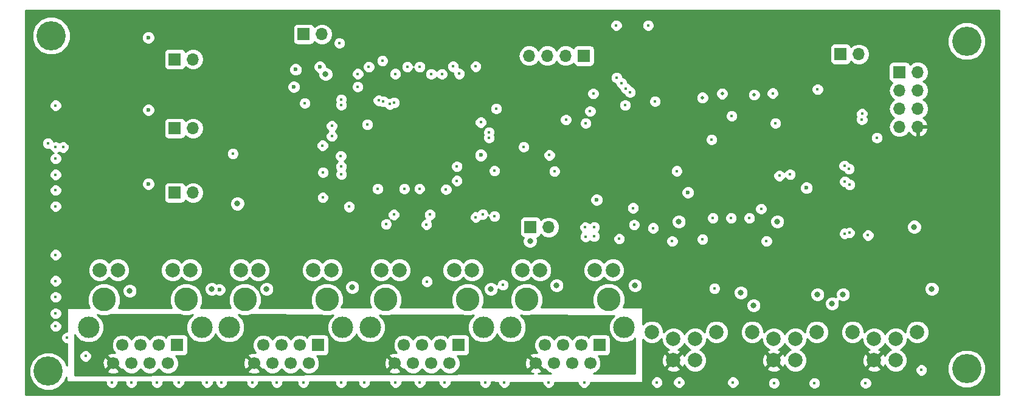
<source format=gbr>
G04 #@! TF.GenerationSoftware,KiCad,Pcbnew,(5.0.2)-1*
G04 #@! TF.CreationDate,2019-03-21T22:25:16+02:00*
G04 #@! TF.ProjectId,AVB switch with Can gateway,41564220-7377-4697-9463-682077697468,v01*
G04 #@! TF.SameCoordinates,Original*
G04 #@! TF.FileFunction,Copper,L2,Inr*
G04 #@! TF.FilePolarity,Positive*
%FSLAX46Y46*%
G04 Gerber Fmt 4.6, Leading zero omitted, Abs format (unit mm)*
G04 Created by KiCad (PCBNEW (5.0.2)-1) date 3/21/2019 10:25:16 PM*
%MOMM*%
%LPD*%
G01*
G04 APERTURE LIST*
G04 #@! TA.AperFunction,ViaPad*
%ADD10O,1.700000X1.700000*%
G04 #@! TD*
G04 #@! TA.AperFunction,ViaPad*
%ADD11R,1.700000X1.700000*%
G04 #@! TD*
G04 #@! TA.AperFunction,ViaPad*
%ADD12C,4.064000*%
G04 #@! TD*
G04 #@! TA.AperFunction,ViaPad*
%ADD13C,3.300000*%
G04 #@! TD*
G04 #@! TA.AperFunction,ViaPad*
%ADD14C,3.000000*%
G04 #@! TD*
G04 #@! TA.AperFunction,ViaPad*
%ADD15C,2.000000*%
G04 #@! TD*
G04 #@! TA.AperFunction,ViaPad*
%ADD16C,1.700000*%
G04 #@! TD*
G04 #@! TA.AperFunction,ViaPad*
%ADD17R,1.800000X1.800000*%
G04 #@! TD*
G04 #@! TA.AperFunction,ViaPad*
%ADD18C,0.450000*%
G04 #@! TD*
G04 #@! TA.AperFunction,ViaPad*
%ADD19C,0.600000*%
G04 #@! TD*
G04 #@! TA.AperFunction,ViaPad*
%ADD20C,0.800000*%
G04 #@! TD*
G04 #@! TA.AperFunction,ViaPad*
%ADD21C,0.500000*%
G04 #@! TD*
G04 #@! TA.AperFunction,Conductor*
%ADD22C,0.254000*%
G04 #@! TD*
G04 APERTURE END LIST*
D10*
G04 #@! TO.N,VDDLS*
G04 #@! TO.C,J13*
X119065000Y-52550000D03*
D11*
X116525000Y-52550000D03*
G04 #@! TD*
G04 #@! TO.N,VDD*
G04 #@! TO.C,J10*
X209220000Y-51830000D03*
D10*
G04 #@! TO.N,+3V3*
X211760000Y-51830000D03*
G04 #@! TD*
G04 #@! TO.N,AVDDL*
G04 #@! TO.C,J11*
X119065000Y-62175000D03*
D11*
X116525000Y-62175000D03*
G04 #@! TD*
G04 #@! TO.N,AVDDH*
G04 #@! TO.C,J14*
X166040000Y-75960000D03*
D10*
X168580000Y-75960000D03*
G04 #@! TD*
G04 #@! TO.N,VDDHS*
G04 #@! TO.C,J15*
X137015000Y-49050000D03*
D11*
X134475000Y-49050000D03*
G04 #@! TD*
D10*
G04 #@! TO.N,DVDDL*
G04 #@! TO.C,J12*
X119065000Y-71150000D03*
D11*
X116525000Y-71150000D03*
G04 #@! TD*
D10*
G04 #@! TO.N,/switch/Data_out_MISO_SPI*
G04 #@! TO.C,J5*
X165862000Y-52070000D03*
G04 #@! TO.N,/switch/Data_in_MOSI_SPI*
X168402000Y-52070000D03*
G04 #@! TO.N,/mcu_stm32/SPI_CS*
X170942000Y-52070000D03*
D11*
G04 #@! TO.N,/switch/SCL_SPI*
X173482000Y-52070000D03*
G04 #@! TD*
D12*
G04 #@! TO.N,N/C*
G04 #@! TO.C,H4*
X226780000Y-50038000D03*
G04 #@! TD*
G04 #@! TO.N,N/C*
G04 #@! TO.C,H3*
X226780000Y-95690000D03*
G04 #@! TD*
G04 #@! TO.N,N/C*
G04 #@! TO.C,H2*
X99314000Y-49276000D03*
G04 #@! TD*
G04 #@! TO.N,N/C*
G04 #@! TO.C,H1*
X98896999Y-96050000D03*
G04 #@! TD*
D13*
G04 #@! TO.N,*
G04 #@! TO.C,J8*
X165485000Y-86050000D03*
X176915000Y-86050000D03*
D14*
X163325000Y-89940000D03*
X179075000Y-89940000D03*
D15*
G04 #@! TO.N,Net-(J8-Pad11)*
X167385000Y-81940000D03*
G04 #@! TO.N,/LED4_0*
X175015000Y-81940000D03*
G04 #@! TO.N,/LED4_1*
X164885000Y-81940000D03*
G04 #@! TO.N,Net-(J8-Pad9)*
X177515000Y-81940000D03*
D16*
G04 #@! TO.N,GNDPWR*
X166755000Y-94940000D03*
D17*
G04 #@! TO.N,/RX4-*
X175645000Y-92400000D03*
D16*
G04 #@! TO.N,/RX4+*
X173105000Y-92400000D03*
G04 #@! TO.N,Net-(C13-Pad1)*
X170565000Y-92400000D03*
G04 #@! TO.N,N/C*
X168025000Y-92400000D03*
G04 #@! TO.N,/TX4+*
X169295000Y-94940000D03*
G04 #@! TO.N,/TX4-*
X171835000Y-94940000D03*
G04 #@! TO.N,Net-(C14-Pad1)*
X174375000Y-94940000D03*
G04 #@! TD*
D13*
G04 #@! TO.N,*
G04 #@! TO.C,J7*
X145881666Y-86050000D03*
X157311666Y-86050000D03*
D14*
X143721666Y-89940000D03*
X159471666Y-89940000D03*
D15*
G04 #@! TO.N,Net-(J7-Pad11)*
X147781666Y-81940000D03*
G04 #@! TO.N,/LED3_0*
X155411666Y-81940000D03*
G04 #@! TO.N,/LED3_1*
X145281666Y-81940000D03*
G04 #@! TO.N,Net-(J7-Pad9)*
X157911666Y-81940000D03*
D16*
G04 #@! TO.N,GNDPWR*
X147151666Y-94940000D03*
D17*
G04 #@! TO.N,/RX3-*
X156041666Y-92400000D03*
D16*
G04 #@! TO.N,/RX3+*
X153501666Y-92400000D03*
G04 #@! TO.N,Net-(C10-Pad1)*
X150961666Y-92400000D03*
G04 #@! TO.N,N/C*
X148421666Y-92400000D03*
G04 #@! TO.N,/TX3+*
X149691666Y-94940000D03*
G04 #@! TO.N,/TX3-*
X152231666Y-94940000D03*
G04 #@! TO.N,Net-(C11-Pad1)*
X154771666Y-94940000D03*
G04 #@! TD*
D11*
G04 #@! TO.N,/mcu_stm32/SYS_JTCK_SWCLK*
G04 #@! TO.C,J9*
X217424000Y-54356000D03*
D10*
G04 #@! TO.N,/mcu_stm32/SYS_JTMSE_SWDIO*
X219964000Y-54356000D03*
G04 #@! TO.N,/mcu_stm32/UART8_RX*
X217424000Y-56896000D03*
G04 #@! TO.N,/mcu_stm32/UART8_TX*
X219964000Y-56896000D03*
G04 #@! TO.N,Net-(J9-Pad5)*
X217424000Y-59436000D03*
G04 #@! TO.N,/mcu_stm32/NRESET*
X219964000Y-59436000D03*
G04 #@! TO.N,/mcu_stm32/3.3v*
X217424000Y-61976000D03*
G04 #@! TO.N,GND*
X219964000Y-61976000D03*
G04 #@! TD*
D13*
G04 #@! TO.N,*
G04 #@! TO.C,J6*
X126278333Y-86050000D03*
X137708333Y-86050000D03*
D14*
X124118333Y-89940000D03*
X139868333Y-89940000D03*
D15*
G04 #@! TO.N,Net-(J6-Pad11)*
X128178333Y-81940000D03*
G04 #@! TO.N,/LED2_0*
X135808333Y-81940000D03*
G04 #@! TO.N,/LED2_1*
X125678333Y-81940000D03*
G04 #@! TO.N,Net-(J6-Pad9)*
X138308333Y-81940000D03*
D16*
G04 #@! TO.N,GNDPWR*
X127548333Y-94940000D03*
D17*
G04 #@! TO.N,/RX2-*
X136438333Y-92400000D03*
D16*
G04 #@! TO.N,/RX2+*
X133898333Y-92400000D03*
G04 #@! TO.N,Net-(C7-Pad1)*
X131358333Y-92400000D03*
G04 #@! TO.N,N/C*
X128818333Y-92400000D03*
G04 #@! TO.N,/TX2+*
X130088333Y-94940000D03*
G04 #@! TO.N,/TX2-*
X132628333Y-94940000D03*
G04 #@! TO.N,Net-(C8-Pad1)*
X135168333Y-94940000D03*
G04 #@! TD*
D13*
G04 #@! TO.N,*
G04 #@! TO.C,J4*
X106675000Y-86050000D03*
X118105000Y-86050000D03*
D14*
X104515000Y-89940000D03*
X120265000Y-89940000D03*
D15*
G04 #@! TO.N,Net-(J4-Pad11)*
X108575000Y-81940000D03*
G04 #@! TO.N,/switch/LED1_0*
X116205000Y-81940000D03*
G04 #@! TO.N,/switch/LED1_1*
X106075000Y-81940000D03*
G04 #@! TO.N,Net-(J4-Pad9)*
X118705000Y-81940000D03*
D16*
G04 #@! TO.N,GNDPWR*
X107945000Y-94940000D03*
D17*
G04 #@! TO.N,/RX1-*
X116835000Y-92400000D03*
D16*
G04 #@! TO.N,/RX1+*
X114295000Y-92400000D03*
G04 #@! TO.N,Net-(C1-Pad1)*
X111755000Y-92400000D03*
G04 #@! TO.N,N/C*
X109215000Y-92400000D03*
G04 #@! TO.N,/TX1+*
X110485000Y-94940000D03*
G04 #@! TO.N,/TX1-*
X113025000Y-94940000D03*
G04 #@! TO.N,Net-(C2-Pad1)*
X115565000Y-94940000D03*
G04 #@! TD*
D15*
G04 #@! TO.N,N/C*
G04 #@! TO.C,J1*
X219892000Y-90590000D03*
X210892000Y-90590000D03*
G04 #@! TO.N,+12V*
X216892000Y-94530000D03*
G04 #@! TO.N,GND*
X213892000Y-94530000D03*
G04 #@! TO.N,/CAN1+*
X216892000Y-91530000D03*
G04 #@! TO.N,/CAN1-*
X213892000Y-91530000D03*
G04 #@! TD*
G04 #@! TO.N,N/C*
G04 #@! TO.C,J2*
X191952000Y-90590000D03*
X182952000Y-90590000D03*
G04 #@! TO.N,+12V*
X188952000Y-94530000D03*
G04 #@! TO.N,GND*
X185952000Y-94530000D03*
G04 #@! TO.N,/CAN2+*
X188952000Y-91530000D03*
G04 #@! TO.N,/CAN2-*
X185952000Y-91530000D03*
G04 #@! TD*
G04 #@! TO.N,N/C*
G04 #@! TO.C,J3*
X205922000Y-90590000D03*
X196922000Y-90590000D03*
G04 #@! TO.N,+12V*
X202922000Y-94530000D03*
G04 #@! TO.N,GND*
X199922000Y-94530000D03*
G04 #@! TO.N,/CAN3+*
X202922000Y-91530000D03*
G04 #@! TO.N,/CAN3-*
X199922000Y-91530000D03*
G04 #@! TD*
D18*
G04 #@! TO.N,GND*
X153340000Y-68340000D03*
X150800000Y-68340000D03*
X148260000Y-68340000D03*
X145720000Y-68340000D03*
X145720000Y-67070000D03*
X148260000Y-67070000D03*
X150800000Y-67070000D03*
X153340000Y-67070000D03*
X153340000Y-65800000D03*
X150800000Y-65800000D03*
X148260000Y-65800000D03*
X145720000Y-65800000D03*
X145720000Y-64530000D03*
X148260000Y-64530000D03*
X150800000Y-64530000D03*
X153340000Y-64530000D03*
X153340000Y-63260000D03*
X150800000Y-63260000D03*
X148260000Y-63260000D03*
X145720000Y-63260000D03*
X145720000Y-61990000D03*
X148260000Y-61990000D03*
X150800000Y-61990000D03*
X153340000Y-61990000D03*
X153340000Y-60720000D03*
X150800000Y-60720000D03*
X148260000Y-60720000D03*
X145720000Y-60720000D03*
X165090000Y-73300000D03*
D19*
X133096000Y-57912000D03*
D18*
X149700000Y-55470000D03*
X150920000Y-55480000D03*
X151710000Y-55480000D03*
X140470000Y-62310000D03*
X140470000Y-63120000D03*
X193039994Y-60452000D03*
X198882000Y-59690000D03*
X197866000Y-54356000D03*
X193040000Y-54102000D03*
X209296000Y-58674000D03*
X207518000Y-74930000D03*
X203962000Y-76454000D03*
X189484000Y-75438000D03*
X181864000Y-69342000D03*
X204724000Y-71628000D03*
X198882000Y-49530000D03*
X182118000Y-56896000D03*
X124460000Y-71120000D03*
X124714000Y-67564000D03*
X101600000Y-56388000D03*
X104140000Y-60706000D03*
X104140000Y-67564000D03*
X104140000Y-69342000D03*
X104140000Y-75692000D03*
X218694000Y-66802000D03*
X224028000Y-66802000D03*
X223266000Y-65024000D03*
X134366000Y-59665000D03*
X164338000Y-66040000D03*
X143140000Y-68660000D03*
X154224124Y-55354124D03*
X136010000Y-57390000D03*
X132560000Y-85630000D03*
X226070000Y-62170000D03*
D19*
X121475000Y-68150000D03*
X121575000Y-59075000D03*
X121675000Y-49325000D03*
D18*
X134671000Y-73801000D03*
X132258000Y-73801000D03*
X129337000Y-73928000D03*
X128575000Y-75198000D03*
X124003000Y-75198000D03*
X114478000Y-76341000D03*
X110541000Y-76849000D03*
X104826000Y-76976000D03*
X104699000Y-66562000D03*
X110414000Y-66435000D03*
X113208000Y-66816000D03*
X113208000Y-60847000D03*
X112827000Y-64149000D03*
X113208000Y-57926000D03*
X112700000Y-56402000D03*
X113208000Y-53862000D03*
X113335000Y-50687000D03*
X97968000Y-55005000D03*
X102286000Y-47004000D03*
X102413000Y-51068000D03*
X101270000Y-54116000D03*
X104318000Y-59196000D03*
X104445000Y-64911000D03*
X104064000Y-78881000D03*
X123622000Y-49163000D03*
X125781000Y-49290000D03*
X128448000Y-49417000D03*
X130353000Y-49290000D03*
X124130000Y-47131000D03*
X127940000Y-47258000D03*
X132258000Y-46623000D03*
X135687000Y-46369000D03*
X141910000Y-46750000D03*
X144450000Y-46750000D03*
X146990000Y-46750000D03*
X149530000Y-46750000D03*
X152070000Y-46750000D03*
X154610000Y-46750000D03*
X157150000Y-46750000D03*
X159690000Y-46750000D03*
X163500000Y-46750000D03*
X166040000Y-46750000D03*
X168580000Y-46750000D03*
X171120000Y-46750000D03*
X173660000Y-46750000D03*
X176200000Y-46750000D03*
X178740000Y-46750000D03*
X182550000Y-46750000D03*
X185090000Y-46750000D03*
X187630000Y-46750000D03*
X191440000Y-46750000D03*
X195250000Y-46750000D03*
X199060000Y-46750000D03*
X202870000Y-46750000D03*
X206680000Y-46750000D03*
X211760000Y-46750000D03*
X215570000Y-46750000D03*
X218110000Y-46750000D03*
X221920000Y-46750000D03*
X188900000Y-49290000D03*
X191440000Y-49290000D03*
X193980000Y-49290000D03*
X196520000Y-49290000D03*
X191440000Y-50560000D03*
X193980000Y-50560000D03*
X202870000Y-51830000D03*
X205410000Y-51830000D03*
X154610000Y-77230000D03*
X149870000Y-77630000D03*
X142800000Y-80150000D03*
X158650000Y-77610000D03*
X161950000Y-80250000D03*
X166360000Y-55860000D03*
X161730000Y-54710000D03*
X170210000Y-56780000D03*
X174580000Y-64560000D03*
X176020000Y-65430000D03*
X181210000Y-64990000D03*
X179240000Y-63940000D03*
X181740000Y-63650000D03*
X183470000Y-65380000D03*
X170780000Y-64510000D03*
X171930000Y-63600000D03*
X167510000Y-63310000D03*
X164910000Y-63310000D03*
X167650000Y-59270000D03*
X170490000Y-59270000D03*
X172820000Y-56630000D03*
X184650000Y-62820000D03*
X185270000Y-64600000D03*
X182360000Y-67430000D03*
X178290000Y-67600000D03*
X173400000Y-67550000D03*
X166980000Y-67710000D03*
X165010000Y-67790000D03*
X164960000Y-71160000D03*
X166420000Y-73180000D03*
X166440000Y-71910000D03*
X165120000Y-72050000D03*
G04 #@! TO.N,Net-(C4-Pad1)*
X139446000Y-50292000D03*
X141986000Y-56388000D03*
G04 #@! TO.N,+3V3*
X177984000Y-47824000D03*
X182424000Y-47824000D03*
X155260000Y-53560000D03*
X161270000Y-59430000D03*
X134620000Y-58674000D03*
X158420000Y-53560000D03*
X139700000Y-58928000D03*
X214270000Y-63500000D03*
D20*
G04 #@! TO.N,+12V*
X221920000Y-84580000D03*
D18*
X99930000Y-58990000D03*
X100960000Y-64820000D03*
X99930000Y-64800000D03*
X98850000Y-64280000D03*
X99930000Y-66390000D03*
X99930000Y-68640000D03*
X99930000Y-70820000D03*
X99930000Y-73050000D03*
X99930000Y-79820000D03*
X99930000Y-83460000D03*
X99930000Y-85710000D03*
X99930000Y-88000000D03*
X99930000Y-89780000D03*
X107750000Y-97600000D03*
X110470000Y-97600000D03*
X104090000Y-93940000D03*
X101530000Y-91380000D03*
X114030000Y-97600000D03*
X117040000Y-97600000D03*
X121010000Y-97600000D03*
X123020000Y-97600000D03*
X127300000Y-97600000D03*
X130730000Y-97600000D03*
X134420000Y-97600000D03*
X139680000Y-97600000D03*
X142900000Y-97600000D03*
X147260000Y-97600000D03*
X150640000Y-97600000D03*
X154120000Y-97600000D03*
X159730000Y-97600000D03*
X162400000Y-97600000D03*
X168580000Y-97600000D03*
X173510000Y-97600000D03*
X186720000Y-97600000D03*
X183650000Y-97600000D03*
X194240000Y-97600000D03*
X199952000Y-97700000D03*
X205580000Y-97700000D03*
X212700000Y-97700000D03*
X220480000Y-95890000D03*
G04 #@! TO.N,/mcu_stm32/UART8_TX*
X212210004Y-60150002D03*
G04 #@! TO.N,/mcu_stm32/UART8_RX*
X212190002Y-60960000D03*
G04 #@! TO.N,/mcu_stm32/SYS_JTMSE_SWDIO*
X200700000Y-68790001D03*
G04 #@! TO.N,/mcu_stm32/SYS_JTCK_SWCLK*
X202190000Y-68600000D03*
G04 #@! TO.N,/switch/Data_in_MOSI_SPI*
X179230002Y-58950000D03*
X191262000Y-63754000D03*
X139700004Y-58166000D03*
G04 #@! TO.N,Net-(R6-Pad1)*
X191650000Y-84500000D03*
G04 #@! TO.N,/mcu_stm32/CAN2_TX*
X210441158Y-76743141D03*
X210400000Y-67825000D03*
X210482713Y-70038030D03*
X190000000Y-77650000D03*
G04 #@! TO.N,/mcu_stm32/CAN2_RX*
X209800000Y-76850000D03*
X209758567Y-67391429D03*
X209825000Y-69600000D03*
X185780000Y-77919994D03*
G04 #@! TO.N,/mcu_stm32/CAN3_RX*
X198150000Y-73400000D03*
X198900000Y-77899990D03*
G04 #@! TO.N,/mcu_stm32/SPI_CS*
X183388000Y-58420000D03*
G04 #@! TO.N,/mcu_stm32/ETH_TX_EN*
X169380000Y-68160000D03*
X186400000Y-68130000D03*
G04 #@! TO.N,/mcu_stm32/ETH_RX_DV*
X174779998Y-57340000D03*
X170980000Y-60980000D03*
G04 #@! TO.N,/mcu_stm32/ETH_COL*
X168678206Y-65911794D03*
X179910002Y-57150000D03*
G04 #@! TO.N,/mcu_stm32/ETH_RX_CLK*
X179324000Y-56642000D03*
X173736000Y-61468000D03*
G04 #@! TO.N,/mcu_stm32/ETH_CRS*
X174343960Y-59801926D03*
X178730000Y-55880000D03*
G04 #@! TO.N,/mcu_stm32/ETH_TX_CLK*
X165100000Y-64770000D03*
X178032000Y-55118000D03*
G04 #@! TO.N,/mcu_stm32/ETH_TXD2*
X160274000Y-62750000D03*
X194056000Y-60452000D03*
G04 #@! TO.N,/mcu_stm32/ETH_TXD3*
X160274000Y-63500000D03*
X200152000Y-61468000D03*
G04 #@! TO.N,/switch/LED1_0*
X143324979Y-61650000D03*
G04 #@! TO.N,/switch/LED1_1*
X140790000Y-73110000D03*
G04 #@! TO.N,/LED4_0*
X159399999Y-74150000D03*
G04 #@! TO.N,/LED4_1*
X158430002Y-74570000D03*
G04 #@! TO.N,/LED3_0*
X147050000Y-58600000D03*
G04 #@! TO.N,/LED3_1*
X146450000Y-58810000D03*
G04 #@! TO.N,/LED2_0*
X145537380Y-58427476D03*
G04 #@! TO.N,/LED2_1*
X144900000Y-58300000D03*
D19*
G04 #@! TO.N,/power_1.2v*
X112850000Y-69925000D03*
X112850000Y-59625000D03*
X112825000Y-49525000D03*
D18*
G04 #@! TO.N,AVDDL*
X154280000Y-70690000D03*
X155800021Y-67510000D03*
X155800021Y-69490000D03*
X144770000Y-70610000D03*
X148480000Y-70610000D03*
X150580000Y-70600000D03*
X139630004Y-66040000D03*
X139690002Y-67520002D03*
X124600000Y-65716400D03*
X139700000Y-68580000D03*
G04 #@! TO.N,VDDLS*
X152220000Y-54600000D03*
X147220002Y-54580000D03*
X142000000Y-54590000D03*
D20*
X137520000Y-54630000D03*
D18*
G04 #@! TO.N,DVDDL*
X159120000Y-61350000D03*
D19*
X159120000Y-65920000D03*
D18*
X147010000Y-74220000D03*
X152045000Y-74220000D03*
X138380000Y-61850000D03*
X138379998Y-63280000D03*
X153700000Y-54600000D03*
X156130000Y-54570000D03*
X145430000Y-52760000D03*
D20*
X125240000Y-72680000D03*
D19*
G04 #@! TO.N,VDDHS*
X133096000Y-56388000D03*
D18*
X143530000Y-53610000D03*
X150610000Y-53600000D03*
X148890000Y-53610000D03*
D19*
X136720000Y-53610000D03*
D18*
G04 #@! TO.N,AVDDH*
X161030000Y-74440000D03*
X161030000Y-68110000D03*
X137100000Y-64570000D03*
X137120000Y-71830000D03*
X145940000Y-75550000D03*
X151560000Y-75580000D03*
X137160000Y-68326008D03*
D20*
X165975000Y-77900000D03*
D18*
G04 #@! TO.N,power_3.3v*
X213040000Y-77090000D03*
D20*
X219480000Y-75930000D03*
D19*
X175260000Y-72136000D03*
X133350000Y-53975000D03*
D20*
X180594000Y-84074000D03*
X169672000Y-84074000D03*
X160528000Y-84582000D03*
X141224000Y-84328000D03*
X129286000Y-84582000D03*
X121666000Y-84582000D03*
X110236000Y-84836000D03*
X200406000Y-75184000D03*
X186690000Y-75184000D03*
X195326000Y-85090000D03*
X205994000Y-85344000D03*
X209550000Y-85344000D03*
X197104000Y-86868000D03*
X208026000Y-86614000D03*
D18*
X151620000Y-83540000D03*
D19*
X122750000Y-84675002D03*
D18*
X191440000Y-74690000D03*
X193980000Y-74690000D03*
X196520000Y-74690000D03*
X174930000Y-75960000D03*
X174930000Y-77230000D03*
X162210000Y-84020000D03*
X173660000Y-75980000D03*
X173710000Y-77280000D03*
X180470000Y-75630000D03*
X178400000Y-77590000D03*
X183110000Y-76090000D03*
X180320000Y-73290000D03*
D21*
G04 #@! TO.N,VDD*
X192730000Y-57350000D03*
X197200000Y-57500000D03*
D18*
X206020000Y-56750000D03*
D21*
X189992000Y-57912000D03*
D19*
X187960000Y-71120000D03*
X204470000Y-70485000D03*
D18*
X199760000Y-57290000D03*
G04 #@! TD*
D22*
G04 #@! TO.N,GND*
G36*
X231290001Y-99290000D02*
X95710000Y-99290000D01*
X95710000Y-95519501D01*
X96229999Y-95519501D01*
X96229999Y-96580499D01*
X96636025Y-97560734D01*
X97386265Y-98310974D01*
X98366500Y-98717000D01*
X99427498Y-98717000D01*
X100407733Y-98310974D01*
X101157973Y-97560734D01*
X101455133Y-96843325D01*
X101453001Y-97379495D01*
X101462475Y-97428134D01*
X101489841Y-97469445D01*
X101530933Y-97497139D01*
X101579825Y-97507000D01*
X106890000Y-97514307D01*
X106890000Y-97771065D01*
X107020928Y-98087151D01*
X107262849Y-98329072D01*
X107578935Y-98460000D01*
X107921065Y-98460000D01*
X108237151Y-98329072D01*
X108479072Y-98087151D01*
X108610000Y-97771065D01*
X108610000Y-97516674D01*
X109610000Y-97518050D01*
X109610000Y-97771065D01*
X109740928Y-98087151D01*
X109982849Y-98329072D01*
X110298935Y-98460000D01*
X110641065Y-98460000D01*
X110957151Y-98329072D01*
X111199072Y-98087151D01*
X111330000Y-97771065D01*
X111330000Y-97520417D01*
X113170000Y-97522948D01*
X113170000Y-97771065D01*
X113300928Y-98087151D01*
X113542849Y-98329072D01*
X113858935Y-98460000D01*
X114201065Y-98460000D01*
X114517151Y-98329072D01*
X114759072Y-98087151D01*
X114890000Y-97771065D01*
X114890000Y-97525315D01*
X116180000Y-97527090D01*
X116180000Y-97771065D01*
X116310928Y-98087151D01*
X116552849Y-98329072D01*
X116868935Y-98460000D01*
X117211065Y-98460000D01*
X117527151Y-98329072D01*
X117769072Y-98087151D01*
X117900000Y-97771065D01*
X117900000Y-97529457D01*
X120150000Y-97532553D01*
X120150000Y-97771065D01*
X120280928Y-98087151D01*
X120522849Y-98329072D01*
X120838935Y-98460000D01*
X121181065Y-98460000D01*
X121497151Y-98329072D01*
X121739072Y-98087151D01*
X121870000Y-97771065D01*
X121870000Y-97534920D01*
X122160000Y-97535319D01*
X122160000Y-97771065D01*
X122290928Y-98087151D01*
X122532849Y-98329072D01*
X122848935Y-98460000D01*
X123191065Y-98460000D01*
X123507151Y-98329072D01*
X123749072Y-98087151D01*
X123880000Y-97771065D01*
X123880000Y-97537686D01*
X126440000Y-97541208D01*
X126440000Y-97771065D01*
X126570928Y-98087151D01*
X126812849Y-98329072D01*
X127128935Y-98460000D01*
X127471065Y-98460000D01*
X127787151Y-98329072D01*
X128029072Y-98087151D01*
X128160000Y-97771065D01*
X128160000Y-97543575D01*
X129870000Y-97545928D01*
X129870000Y-97771065D01*
X130000928Y-98087151D01*
X130242849Y-98329072D01*
X130558935Y-98460000D01*
X130901065Y-98460000D01*
X131217151Y-98329072D01*
X131459072Y-98087151D01*
X131590000Y-97771065D01*
X131590000Y-97548295D01*
X133560000Y-97551006D01*
X133560000Y-97771065D01*
X133690928Y-98087151D01*
X133932849Y-98329072D01*
X134248935Y-98460000D01*
X134591065Y-98460000D01*
X134907151Y-98329072D01*
X135149072Y-98087151D01*
X135280000Y-97771065D01*
X135280000Y-97553373D01*
X138820000Y-97558244D01*
X138820000Y-97771065D01*
X138950928Y-98087151D01*
X139192849Y-98329072D01*
X139508935Y-98460000D01*
X139851065Y-98460000D01*
X140167151Y-98329072D01*
X140409072Y-98087151D01*
X140540000Y-97771065D01*
X140540000Y-97560610D01*
X142040000Y-97562674D01*
X142040000Y-97771065D01*
X142170928Y-98087151D01*
X142412849Y-98329072D01*
X142728935Y-98460000D01*
X143071065Y-98460000D01*
X143387151Y-98329072D01*
X143629072Y-98087151D01*
X143760000Y-97771065D01*
X143760000Y-97565041D01*
X146400000Y-97568674D01*
X146400000Y-97771065D01*
X146530928Y-98087151D01*
X146772849Y-98329072D01*
X147088935Y-98460000D01*
X147431065Y-98460000D01*
X147747151Y-98329072D01*
X147989072Y-98087151D01*
X148120000Y-97771065D01*
X148120000Y-97571041D01*
X149780000Y-97573325D01*
X149780000Y-97771065D01*
X149910928Y-98087151D01*
X150152849Y-98329072D01*
X150468935Y-98460000D01*
X150811065Y-98460000D01*
X151127151Y-98329072D01*
X151369072Y-98087151D01*
X151500000Y-97771065D01*
X151500000Y-97575692D01*
X153260000Y-97578114D01*
X153260000Y-97771065D01*
X153390928Y-98087151D01*
X153632849Y-98329072D01*
X153948935Y-98460000D01*
X154291065Y-98460000D01*
X154607151Y-98329072D01*
X154849072Y-98087151D01*
X154980000Y-97771065D01*
X154980000Y-97580480D01*
X158870000Y-97585833D01*
X158870000Y-97771065D01*
X159000928Y-98087151D01*
X159242849Y-98329072D01*
X159558935Y-98460000D01*
X159901065Y-98460000D01*
X160217151Y-98329072D01*
X160459072Y-98087151D01*
X160590000Y-97771065D01*
X160590000Y-97588200D01*
X161540000Y-97589507D01*
X161540000Y-97771065D01*
X161670928Y-98087151D01*
X161912849Y-98329072D01*
X162228935Y-98460000D01*
X162571065Y-98460000D01*
X162887151Y-98329072D01*
X163129072Y-98087151D01*
X163260000Y-97771065D01*
X163260000Y-97591874D01*
X167720000Y-97598011D01*
X167720000Y-97771065D01*
X167850928Y-98087151D01*
X168092849Y-98329072D01*
X168408935Y-98460000D01*
X168751065Y-98460000D01*
X169067151Y-98329072D01*
X169309072Y-98087151D01*
X169440000Y-97771065D01*
X169440000Y-97600378D01*
X172650000Y-97604795D01*
X172650000Y-97771065D01*
X172780928Y-98087151D01*
X173022849Y-98329072D01*
X173338935Y-98460000D01*
X173681065Y-98460000D01*
X173997151Y-98329072D01*
X174239072Y-98087151D01*
X174370000Y-97771065D01*
X174370000Y-97607162D01*
X181519825Y-97617000D01*
X181568439Y-97607399D01*
X181609679Y-97579926D01*
X181637266Y-97538762D01*
X181646998Y-97490746D01*
X181647361Y-97428935D01*
X182790000Y-97428935D01*
X182790000Y-97771065D01*
X182920928Y-98087151D01*
X183162849Y-98329072D01*
X183478935Y-98460000D01*
X183821065Y-98460000D01*
X184137151Y-98329072D01*
X184379072Y-98087151D01*
X184510000Y-97771065D01*
X184510000Y-97428935D01*
X185860000Y-97428935D01*
X185860000Y-97771065D01*
X185990928Y-98087151D01*
X186232849Y-98329072D01*
X186548935Y-98460000D01*
X186891065Y-98460000D01*
X187207151Y-98329072D01*
X187449072Y-98087151D01*
X187580000Y-97771065D01*
X187580000Y-97428935D01*
X193380000Y-97428935D01*
X193380000Y-97771065D01*
X193510928Y-98087151D01*
X193752849Y-98329072D01*
X194068935Y-98460000D01*
X194411065Y-98460000D01*
X194727151Y-98329072D01*
X194969072Y-98087151D01*
X195100000Y-97771065D01*
X195100000Y-97528935D01*
X199092000Y-97528935D01*
X199092000Y-97871065D01*
X199222928Y-98187151D01*
X199464849Y-98429072D01*
X199780935Y-98560000D01*
X200123065Y-98560000D01*
X200439151Y-98429072D01*
X200681072Y-98187151D01*
X200812000Y-97871065D01*
X200812000Y-97528935D01*
X204720000Y-97528935D01*
X204720000Y-97871065D01*
X204850928Y-98187151D01*
X205092849Y-98429072D01*
X205408935Y-98560000D01*
X205751065Y-98560000D01*
X206067151Y-98429072D01*
X206309072Y-98187151D01*
X206440000Y-97871065D01*
X206440000Y-97528935D01*
X211840000Y-97528935D01*
X211840000Y-97871065D01*
X211970928Y-98187151D01*
X212212849Y-98429072D01*
X212528935Y-98560000D01*
X212871065Y-98560000D01*
X213187151Y-98429072D01*
X213429072Y-98187151D01*
X213560000Y-97871065D01*
X213560000Y-97528935D01*
X213429072Y-97212849D01*
X213187151Y-96970928D01*
X212871065Y-96840000D01*
X212528935Y-96840000D01*
X212212849Y-96970928D01*
X211970928Y-97212849D01*
X211840000Y-97528935D01*
X206440000Y-97528935D01*
X206309072Y-97212849D01*
X206067151Y-96970928D01*
X205751065Y-96840000D01*
X205408935Y-96840000D01*
X205092849Y-96970928D01*
X204850928Y-97212849D01*
X204720000Y-97528935D01*
X200812000Y-97528935D01*
X200681072Y-97212849D01*
X200439151Y-96970928D01*
X200123065Y-96840000D01*
X199780935Y-96840000D01*
X199464849Y-96970928D01*
X199222928Y-97212849D01*
X199092000Y-97528935D01*
X195100000Y-97528935D01*
X195100000Y-97428935D01*
X194969072Y-97112849D01*
X194727151Y-96870928D01*
X194411065Y-96740000D01*
X194068935Y-96740000D01*
X193752849Y-96870928D01*
X193510928Y-97112849D01*
X193380000Y-97428935D01*
X187580000Y-97428935D01*
X187449072Y-97112849D01*
X187207151Y-96870928D01*
X186891065Y-96740000D01*
X186548935Y-96740000D01*
X186232849Y-96870928D01*
X185990928Y-97112849D01*
X185860000Y-97428935D01*
X184510000Y-97428935D01*
X184379072Y-97112849D01*
X184137151Y-96870928D01*
X183821065Y-96740000D01*
X183478935Y-96740000D01*
X183162849Y-96870928D01*
X182920928Y-97112849D01*
X182790000Y-97428935D01*
X181647361Y-97428935D01*
X181657623Y-95682532D01*
X184979073Y-95682532D01*
X185077736Y-95949387D01*
X185687461Y-96175908D01*
X186337460Y-96151856D01*
X186826264Y-95949387D01*
X186924927Y-95682532D01*
X185952000Y-94709605D01*
X184979073Y-95682532D01*
X181657623Y-95682532D01*
X181665951Y-94265461D01*
X184306092Y-94265461D01*
X184330144Y-94915460D01*
X184532613Y-95404264D01*
X184799468Y-95502927D01*
X185772395Y-94530000D01*
X184799468Y-93557073D01*
X184532613Y-93655736D01*
X184306092Y-94265461D01*
X181665951Y-94265461D01*
X181681429Y-91631668D01*
X182025847Y-91976086D01*
X182626778Y-92225000D01*
X183277222Y-92225000D01*
X183878153Y-91976086D01*
X184317000Y-91537239D01*
X184317000Y-91855222D01*
X184565914Y-92456153D01*
X185025847Y-92916086D01*
X185286606Y-93024096D01*
X185077736Y-93110613D01*
X184979073Y-93377468D01*
X185952000Y-94350395D01*
X186924927Y-93377468D01*
X186826264Y-93110613D01*
X186606043Y-93028798D01*
X186878153Y-92916086D01*
X187338086Y-92456153D01*
X187452000Y-92181141D01*
X187565914Y-92456153D01*
X188025847Y-92916086D01*
X188300859Y-93030000D01*
X188025847Y-93143914D01*
X187565914Y-93603847D01*
X187457904Y-93864606D01*
X187371387Y-93655736D01*
X187104532Y-93557073D01*
X186131605Y-94530000D01*
X187104532Y-95502927D01*
X187371387Y-95404264D01*
X187453202Y-95184043D01*
X187565914Y-95456153D01*
X188025847Y-95916086D01*
X188626778Y-96165000D01*
X189277222Y-96165000D01*
X189878153Y-95916086D01*
X190111707Y-95682532D01*
X198949073Y-95682532D01*
X199047736Y-95949387D01*
X199657461Y-96175908D01*
X200307460Y-96151856D01*
X200796264Y-95949387D01*
X200894927Y-95682532D01*
X199922000Y-94709605D01*
X198949073Y-95682532D01*
X190111707Y-95682532D01*
X190338086Y-95456153D01*
X190587000Y-94855222D01*
X190587000Y-94265461D01*
X198276092Y-94265461D01*
X198300144Y-94915460D01*
X198502613Y-95404264D01*
X198769468Y-95502927D01*
X199742395Y-94530000D01*
X198769468Y-93557073D01*
X198502613Y-93655736D01*
X198276092Y-94265461D01*
X190587000Y-94265461D01*
X190587000Y-94204778D01*
X190338086Y-93603847D01*
X189878153Y-93143914D01*
X189603141Y-93030000D01*
X189878153Y-92916086D01*
X190338086Y-92456153D01*
X190587000Y-91855222D01*
X190587000Y-91537239D01*
X191025847Y-91976086D01*
X191626778Y-92225000D01*
X192277222Y-92225000D01*
X192878153Y-91976086D01*
X193338086Y-91516153D01*
X193587000Y-90915222D01*
X193587000Y-90264778D01*
X195287000Y-90264778D01*
X195287000Y-90915222D01*
X195535914Y-91516153D01*
X195995847Y-91976086D01*
X196596778Y-92225000D01*
X197247222Y-92225000D01*
X197848153Y-91976086D01*
X198287000Y-91537239D01*
X198287000Y-91855222D01*
X198535914Y-92456153D01*
X198995847Y-92916086D01*
X199256606Y-93024096D01*
X199047736Y-93110613D01*
X198949073Y-93377468D01*
X199922000Y-94350395D01*
X200894927Y-93377468D01*
X200796264Y-93110613D01*
X200576043Y-93028798D01*
X200848153Y-92916086D01*
X201308086Y-92456153D01*
X201422000Y-92181141D01*
X201535914Y-92456153D01*
X201995847Y-92916086D01*
X202270859Y-93030000D01*
X201995847Y-93143914D01*
X201535914Y-93603847D01*
X201427904Y-93864606D01*
X201341387Y-93655736D01*
X201074532Y-93557073D01*
X200101605Y-94530000D01*
X201074532Y-95502927D01*
X201341387Y-95404264D01*
X201423202Y-95184043D01*
X201535914Y-95456153D01*
X201995847Y-95916086D01*
X202596778Y-96165000D01*
X203247222Y-96165000D01*
X203848153Y-95916086D01*
X204081707Y-95682532D01*
X212919073Y-95682532D01*
X213017736Y-95949387D01*
X213627461Y-96175908D01*
X214277460Y-96151856D01*
X214766264Y-95949387D01*
X214864927Y-95682532D01*
X213892000Y-94709605D01*
X212919073Y-95682532D01*
X204081707Y-95682532D01*
X204308086Y-95456153D01*
X204557000Y-94855222D01*
X204557000Y-94265461D01*
X212246092Y-94265461D01*
X212270144Y-94915460D01*
X212472613Y-95404264D01*
X212739468Y-95502927D01*
X213712395Y-94530000D01*
X212739468Y-93557073D01*
X212472613Y-93655736D01*
X212246092Y-94265461D01*
X204557000Y-94265461D01*
X204557000Y-94204778D01*
X204308086Y-93603847D01*
X203848153Y-93143914D01*
X203573141Y-93030000D01*
X203848153Y-92916086D01*
X204308086Y-92456153D01*
X204557000Y-91855222D01*
X204557000Y-91537239D01*
X204995847Y-91976086D01*
X205596778Y-92225000D01*
X206247222Y-92225000D01*
X206848153Y-91976086D01*
X207308086Y-91516153D01*
X207557000Y-90915222D01*
X207557000Y-90264778D01*
X209257000Y-90264778D01*
X209257000Y-90915222D01*
X209505914Y-91516153D01*
X209965847Y-91976086D01*
X210566778Y-92225000D01*
X211217222Y-92225000D01*
X211818153Y-91976086D01*
X212257000Y-91537239D01*
X212257000Y-91855222D01*
X212505914Y-92456153D01*
X212965847Y-92916086D01*
X213226606Y-93024096D01*
X213017736Y-93110613D01*
X212919073Y-93377468D01*
X213892000Y-94350395D01*
X214864927Y-93377468D01*
X214766264Y-93110613D01*
X214546043Y-93028798D01*
X214818153Y-92916086D01*
X215278086Y-92456153D01*
X215392000Y-92181141D01*
X215505914Y-92456153D01*
X215965847Y-92916086D01*
X216240859Y-93030000D01*
X215965847Y-93143914D01*
X215505914Y-93603847D01*
X215397904Y-93864606D01*
X215311387Y-93655736D01*
X215044532Y-93557073D01*
X214071605Y-94530000D01*
X215044532Y-95502927D01*
X215311387Y-95404264D01*
X215393202Y-95184043D01*
X215505914Y-95456153D01*
X215965847Y-95916086D01*
X216566778Y-96165000D01*
X217217222Y-96165000D01*
X217818153Y-95916086D01*
X218015304Y-95718935D01*
X219620000Y-95718935D01*
X219620000Y-96061065D01*
X219750928Y-96377151D01*
X219992849Y-96619072D01*
X220308935Y-96750000D01*
X220651065Y-96750000D01*
X220967151Y-96619072D01*
X221209072Y-96377151D01*
X221340000Y-96061065D01*
X221340000Y-95718935D01*
X221209072Y-95402849D01*
X220967151Y-95160928D01*
X220963706Y-95159501D01*
X224113000Y-95159501D01*
X224113000Y-96220499D01*
X224519026Y-97200734D01*
X225269266Y-97950974D01*
X226249501Y-98357000D01*
X227310499Y-98357000D01*
X228290734Y-97950974D01*
X229040974Y-97200734D01*
X229447000Y-96220499D01*
X229447000Y-95159501D01*
X229040974Y-94179266D01*
X228290734Y-93429026D01*
X227310499Y-93023000D01*
X226249501Y-93023000D01*
X225269266Y-93429026D01*
X224519026Y-94179266D01*
X224113000Y-95159501D01*
X220963706Y-95159501D01*
X220651065Y-95030000D01*
X220308935Y-95030000D01*
X219992849Y-95160928D01*
X219750928Y-95402849D01*
X219620000Y-95718935D01*
X218015304Y-95718935D01*
X218278086Y-95456153D01*
X218527000Y-94855222D01*
X218527000Y-94204778D01*
X218278086Y-93603847D01*
X217818153Y-93143914D01*
X217543141Y-93030000D01*
X217818153Y-92916086D01*
X218278086Y-92456153D01*
X218527000Y-91855222D01*
X218527000Y-91537239D01*
X218965847Y-91976086D01*
X219566778Y-92225000D01*
X220217222Y-92225000D01*
X220818153Y-91976086D01*
X221278086Y-91516153D01*
X221527000Y-90915222D01*
X221527000Y-90264778D01*
X221278086Y-89663847D01*
X220818153Y-89203914D01*
X220217222Y-88955000D01*
X219566778Y-88955000D01*
X218965847Y-89203914D01*
X218505914Y-89663847D01*
X218257000Y-90264778D01*
X218257000Y-90582761D01*
X217818153Y-90143914D01*
X217217222Y-89895000D01*
X216566778Y-89895000D01*
X215965847Y-90143914D01*
X215505914Y-90603847D01*
X215392000Y-90878859D01*
X215278086Y-90603847D01*
X214818153Y-90143914D01*
X214217222Y-89895000D01*
X213566778Y-89895000D01*
X212965847Y-90143914D01*
X212527000Y-90582761D01*
X212527000Y-90264778D01*
X212278086Y-89663847D01*
X211818153Y-89203914D01*
X211217222Y-88955000D01*
X210566778Y-88955000D01*
X209965847Y-89203914D01*
X209505914Y-89663847D01*
X209257000Y-90264778D01*
X207557000Y-90264778D01*
X207308086Y-89663847D01*
X206848153Y-89203914D01*
X206247222Y-88955000D01*
X205596778Y-88955000D01*
X204995847Y-89203914D01*
X204535914Y-89663847D01*
X204287000Y-90264778D01*
X204287000Y-90582761D01*
X203848153Y-90143914D01*
X203247222Y-89895000D01*
X202596778Y-89895000D01*
X201995847Y-90143914D01*
X201535914Y-90603847D01*
X201422000Y-90878859D01*
X201308086Y-90603847D01*
X200848153Y-90143914D01*
X200247222Y-89895000D01*
X199596778Y-89895000D01*
X198995847Y-90143914D01*
X198557000Y-90582761D01*
X198557000Y-90264778D01*
X198308086Y-89663847D01*
X197848153Y-89203914D01*
X197247222Y-88955000D01*
X196596778Y-88955000D01*
X195995847Y-89203914D01*
X195535914Y-89663847D01*
X195287000Y-90264778D01*
X193587000Y-90264778D01*
X193338086Y-89663847D01*
X192878153Y-89203914D01*
X192277222Y-88955000D01*
X191626778Y-88955000D01*
X191025847Y-89203914D01*
X190565914Y-89663847D01*
X190317000Y-90264778D01*
X190317000Y-90582761D01*
X189878153Y-90143914D01*
X189277222Y-89895000D01*
X188626778Y-89895000D01*
X188025847Y-90143914D01*
X187565914Y-90603847D01*
X187452000Y-90878859D01*
X187338086Y-90603847D01*
X186878153Y-90143914D01*
X186277222Y-89895000D01*
X185626778Y-89895000D01*
X185025847Y-90143914D01*
X184587000Y-90582761D01*
X184587000Y-90264778D01*
X184338086Y-89663847D01*
X183878153Y-89203914D01*
X183277222Y-88955000D01*
X182626778Y-88955000D01*
X182025847Y-89203914D01*
X181693745Y-89536016D01*
X181706998Y-87280746D01*
X181697616Y-87232090D01*
X181670329Y-87190727D01*
X181629289Y-87162955D01*
X181579936Y-87153000D01*
X178930840Y-87154325D01*
X179134715Y-86662126D01*
X196069000Y-86662126D01*
X196069000Y-87073874D01*
X196226569Y-87454280D01*
X196517720Y-87745431D01*
X196898126Y-87903000D01*
X197309874Y-87903000D01*
X197690280Y-87745431D01*
X197981431Y-87454280D01*
X198139000Y-87073874D01*
X198139000Y-86662126D01*
X198033790Y-86408126D01*
X206991000Y-86408126D01*
X206991000Y-86819874D01*
X207148569Y-87200280D01*
X207439720Y-87491431D01*
X207820126Y-87649000D01*
X208231874Y-87649000D01*
X208612280Y-87491431D01*
X208903431Y-87200280D01*
X209061000Y-86819874D01*
X209061000Y-86408126D01*
X208987800Y-86231405D01*
X209344126Y-86379000D01*
X209755874Y-86379000D01*
X210136280Y-86221431D01*
X210427431Y-85930280D01*
X210585000Y-85549874D01*
X210585000Y-85138126D01*
X210427431Y-84757720D01*
X210136280Y-84466569D01*
X209913103Y-84374126D01*
X220885000Y-84374126D01*
X220885000Y-84785874D01*
X221042569Y-85166280D01*
X221333720Y-85457431D01*
X221714126Y-85615000D01*
X222125874Y-85615000D01*
X222506280Y-85457431D01*
X222797431Y-85166280D01*
X222955000Y-84785874D01*
X222955000Y-84374126D01*
X222797431Y-83993720D01*
X222506280Y-83702569D01*
X222125874Y-83545000D01*
X221714126Y-83545000D01*
X221333720Y-83702569D01*
X221042569Y-83993720D01*
X220885000Y-84374126D01*
X209913103Y-84374126D01*
X209755874Y-84309000D01*
X209344126Y-84309000D01*
X208963720Y-84466569D01*
X208672569Y-84757720D01*
X208515000Y-85138126D01*
X208515000Y-85549874D01*
X208588200Y-85726595D01*
X208231874Y-85579000D01*
X207820126Y-85579000D01*
X207439720Y-85736569D01*
X207148569Y-86027720D01*
X206991000Y-86408126D01*
X198033790Y-86408126D01*
X197981431Y-86281720D01*
X197690280Y-85990569D01*
X197309874Y-85833000D01*
X196898126Y-85833000D01*
X196517720Y-85990569D01*
X196226569Y-86281720D01*
X196069000Y-86662126D01*
X179134715Y-86662126D01*
X179200000Y-86504515D01*
X179200000Y-85595485D01*
X178852130Y-84755651D01*
X178209349Y-84112870D01*
X177618484Y-83868126D01*
X179559000Y-83868126D01*
X179559000Y-84279874D01*
X179716569Y-84660280D01*
X180007720Y-84951431D01*
X180388126Y-85109000D01*
X180799874Y-85109000D01*
X181180280Y-84951431D01*
X181471431Y-84660280D01*
X181608678Y-84328935D01*
X190790000Y-84328935D01*
X190790000Y-84671065D01*
X190920928Y-84987151D01*
X191162849Y-85229072D01*
X191478935Y-85360000D01*
X191821065Y-85360000D01*
X192137151Y-85229072D01*
X192379072Y-84987151D01*
X192421746Y-84884126D01*
X194291000Y-84884126D01*
X194291000Y-85295874D01*
X194448569Y-85676280D01*
X194739720Y-85967431D01*
X195120126Y-86125000D01*
X195531874Y-86125000D01*
X195912280Y-85967431D01*
X196203431Y-85676280D01*
X196361000Y-85295874D01*
X196361000Y-85138126D01*
X204959000Y-85138126D01*
X204959000Y-85549874D01*
X205116569Y-85930280D01*
X205407720Y-86221431D01*
X205788126Y-86379000D01*
X206199874Y-86379000D01*
X206580280Y-86221431D01*
X206871431Y-85930280D01*
X207029000Y-85549874D01*
X207029000Y-85138126D01*
X206871431Y-84757720D01*
X206580280Y-84466569D01*
X206199874Y-84309000D01*
X205788126Y-84309000D01*
X205407720Y-84466569D01*
X205116569Y-84757720D01*
X204959000Y-85138126D01*
X196361000Y-85138126D01*
X196361000Y-84884126D01*
X196203431Y-84503720D01*
X195912280Y-84212569D01*
X195531874Y-84055000D01*
X195120126Y-84055000D01*
X194739720Y-84212569D01*
X194448569Y-84503720D01*
X194291000Y-84884126D01*
X192421746Y-84884126D01*
X192510000Y-84671065D01*
X192510000Y-84328935D01*
X192379072Y-84012849D01*
X192137151Y-83770928D01*
X191821065Y-83640000D01*
X191478935Y-83640000D01*
X191162849Y-83770928D01*
X190920928Y-84012849D01*
X190790000Y-84328935D01*
X181608678Y-84328935D01*
X181629000Y-84279874D01*
X181629000Y-83868126D01*
X181471431Y-83487720D01*
X181180280Y-83196569D01*
X180799874Y-83039000D01*
X180388126Y-83039000D01*
X180007720Y-83196569D01*
X179716569Y-83487720D01*
X179559000Y-83868126D01*
X177618484Y-83868126D01*
X177369515Y-83765000D01*
X176460485Y-83765000D01*
X175620651Y-84112870D01*
X174977870Y-84755651D01*
X174630000Y-85595485D01*
X174630000Y-86504515D01*
X174899995Y-87156342D01*
X167498471Y-87160044D01*
X167770000Y-86504515D01*
X167770000Y-85595485D01*
X167422130Y-84755651D01*
X166779349Y-84112870D01*
X166188484Y-83868126D01*
X168637000Y-83868126D01*
X168637000Y-84279874D01*
X168794569Y-84660280D01*
X169085720Y-84951431D01*
X169466126Y-85109000D01*
X169877874Y-85109000D01*
X170258280Y-84951431D01*
X170549431Y-84660280D01*
X170707000Y-84279874D01*
X170707000Y-83868126D01*
X170549431Y-83487720D01*
X170258280Y-83196569D01*
X169877874Y-83039000D01*
X169466126Y-83039000D01*
X169085720Y-83196569D01*
X168794569Y-83487720D01*
X168637000Y-83868126D01*
X166188484Y-83868126D01*
X165939515Y-83765000D01*
X165030485Y-83765000D01*
X164190651Y-84112870D01*
X163547870Y-84755651D01*
X163200000Y-85595485D01*
X163200000Y-86504515D01*
X163472363Y-87162058D01*
X159323443Y-87164134D01*
X159596666Y-86504515D01*
X159596666Y-85595485D01*
X159248796Y-84755651D01*
X158869271Y-84376126D01*
X159493000Y-84376126D01*
X159493000Y-84787874D01*
X159650569Y-85168280D01*
X159941720Y-85459431D01*
X160322126Y-85617000D01*
X160733874Y-85617000D01*
X161114280Y-85459431D01*
X161405431Y-85168280D01*
X161563000Y-84787874D01*
X161563000Y-84589223D01*
X161722849Y-84749072D01*
X162038935Y-84880000D01*
X162381065Y-84880000D01*
X162697151Y-84749072D01*
X162939072Y-84507151D01*
X163070000Y-84191065D01*
X163070000Y-83848935D01*
X162939072Y-83532849D01*
X162697151Y-83290928D01*
X162381065Y-83160000D01*
X162038935Y-83160000D01*
X161722849Y-83290928D01*
X161480928Y-83532849D01*
X161350000Y-83848935D01*
X161350000Y-83940289D01*
X161114280Y-83704569D01*
X160733874Y-83547000D01*
X160322126Y-83547000D01*
X159941720Y-83704569D01*
X159650569Y-83995720D01*
X159493000Y-84376126D01*
X158869271Y-84376126D01*
X158606015Y-84112870D01*
X157766181Y-83765000D01*
X156857151Y-83765000D01*
X156017317Y-84112870D01*
X155374536Y-84755651D01*
X155026666Y-85595485D01*
X155026666Y-86504515D01*
X155300722Y-87166146D01*
X147891075Y-87169853D01*
X148166666Y-86504515D01*
X148166666Y-85595485D01*
X147818796Y-84755651D01*
X147176015Y-84112870D01*
X146336181Y-83765000D01*
X145427151Y-83765000D01*
X144587317Y-84112870D01*
X143944536Y-84755651D01*
X143596666Y-85595485D01*
X143596666Y-86504515D01*
X143873090Y-87171863D01*
X139716048Y-87173942D01*
X139993333Y-86504515D01*
X139993333Y-85595485D01*
X139645463Y-84755651D01*
X139011938Y-84122126D01*
X140189000Y-84122126D01*
X140189000Y-84533874D01*
X140346569Y-84914280D01*
X140637720Y-85205431D01*
X141018126Y-85363000D01*
X141429874Y-85363000D01*
X141810280Y-85205431D01*
X142101431Y-84914280D01*
X142259000Y-84533874D01*
X142259000Y-84122126D01*
X142101431Y-83741720D01*
X141810280Y-83450569D01*
X141429874Y-83293000D01*
X141018126Y-83293000D01*
X140637720Y-83450569D01*
X140346569Y-83741720D01*
X140189000Y-84122126D01*
X139011938Y-84122126D01*
X139002682Y-84112870D01*
X138162848Y-83765000D01*
X137253818Y-83765000D01*
X136413984Y-84112870D01*
X135771203Y-84755651D01*
X135423333Y-85595485D01*
X135423333Y-86504515D01*
X135701450Y-87175951D01*
X128283679Y-87179661D01*
X128563333Y-86504515D01*
X128563333Y-85595485D01*
X128215463Y-84755651D01*
X127835938Y-84376126D01*
X128251000Y-84376126D01*
X128251000Y-84787874D01*
X128408569Y-85168280D01*
X128699720Y-85459431D01*
X129080126Y-85617000D01*
X129491874Y-85617000D01*
X129872280Y-85459431D01*
X130163431Y-85168280D01*
X130321000Y-84787874D01*
X130321000Y-84376126D01*
X130163431Y-83995720D01*
X129872280Y-83704569D01*
X129491874Y-83547000D01*
X129080126Y-83547000D01*
X128699720Y-83704569D01*
X128408569Y-83995720D01*
X128251000Y-84376126D01*
X127835938Y-84376126D01*
X127572682Y-84112870D01*
X126732848Y-83765000D01*
X125823818Y-83765000D01*
X124983984Y-84112870D01*
X124341203Y-84755651D01*
X123993333Y-85595485D01*
X123993333Y-86504515D01*
X124273818Y-87181667D01*
X120108652Y-87183751D01*
X120390000Y-86504515D01*
X120390000Y-85595485D01*
X120042130Y-84755651D01*
X119662605Y-84376126D01*
X120631000Y-84376126D01*
X120631000Y-84787874D01*
X120788569Y-85168280D01*
X121079720Y-85459431D01*
X121460126Y-85617000D01*
X121871874Y-85617000D01*
X122226393Y-85470154D01*
X122564017Y-85610002D01*
X122935983Y-85610002D01*
X123279635Y-85467657D01*
X123542655Y-85204637D01*
X123685000Y-84860985D01*
X123685000Y-84489019D01*
X123542655Y-84145367D01*
X123279635Y-83882347D01*
X122935983Y-83740002D01*
X122564017Y-83740002D01*
X122368640Y-83820929D01*
X122252280Y-83704569D01*
X121871874Y-83547000D01*
X121460126Y-83547000D01*
X121079720Y-83704569D01*
X120788569Y-83995720D01*
X120631000Y-84376126D01*
X119662605Y-84376126D01*
X119399349Y-84112870D01*
X118559515Y-83765000D01*
X117650485Y-83765000D01*
X116810651Y-84112870D01*
X116167870Y-84755651D01*
X115820000Y-85595485D01*
X115820000Y-86504515D01*
X116102178Y-87185755D01*
X108676283Y-87189470D01*
X108960000Y-86504515D01*
X108960000Y-85595485D01*
X108612130Y-84755651D01*
X108486605Y-84630126D01*
X109201000Y-84630126D01*
X109201000Y-85041874D01*
X109358569Y-85422280D01*
X109649720Y-85713431D01*
X110030126Y-85871000D01*
X110441874Y-85871000D01*
X110822280Y-85713431D01*
X111113431Y-85422280D01*
X111271000Y-85041874D01*
X111271000Y-84630126D01*
X111113431Y-84249720D01*
X110822280Y-83958569D01*
X110441874Y-83801000D01*
X110030126Y-83801000D01*
X109649720Y-83958569D01*
X109358569Y-84249720D01*
X109201000Y-84630126D01*
X108486605Y-84630126D01*
X107969349Y-84112870D01*
X107129515Y-83765000D01*
X106220485Y-83765000D01*
X105380651Y-84112870D01*
X104737870Y-84755651D01*
X104390000Y-85595485D01*
X104390000Y-86504515D01*
X104674546Y-87191472D01*
X101619936Y-87193000D01*
X101571341Y-87202692D01*
X101530153Y-87230242D01*
X101502643Y-87271458D01*
X101493001Y-87319495D01*
X101480275Y-90520000D01*
X101358935Y-90520000D01*
X101042849Y-90650928D01*
X100800928Y-90892849D01*
X100670000Y-91208935D01*
X100670000Y-91551065D01*
X100800928Y-91867151D01*
X101042849Y-92109072D01*
X101358935Y-92240000D01*
X101473436Y-92240000D01*
X101461382Y-95271760D01*
X101157973Y-94539266D01*
X100407733Y-93789026D01*
X99427498Y-93383000D01*
X98366500Y-93383000D01*
X97386265Y-93789026D01*
X96636025Y-94539266D01*
X96229999Y-95519501D01*
X95710000Y-95519501D01*
X95710000Y-89608935D01*
X99070000Y-89608935D01*
X99070000Y-89951065D01*
X99200928Y-90267151D01*
X99442849Y-90509072D01*
X99758935Y-90640000D01*
X100101065Y-90640000D01*
X100417151Y-90509072D01*
X100659072Y-90267151D01*
X100790000Y-89951065D01*
X100790000Y-89608935D01*
X100659072Y-89292849D01*
X100417151Y-89050928D01*
X100101065Y-88920000D01*
X99758935Y-88920000D01*
X99442849Y-89050928D01*
X99200928Y-89292849D01*
X99070000Y-89608935D01*
X95710000Y-89608935D01*
X95710000Y-87828935D01*
X99070000Y-87828935D01*
X99070000Y-88171065D01*
X99200928Y-88487151D01*
X99442849Y-88729072D01*
X99758935Y-88860000D01*
X100101065Y-88860000D01*
X100417151Y-88729072D01*
X100659072Y-88487151D01*
X100790000Y-88171065D01*
X100790000Y-87828935D01*
X100659072Y-87512849D01*
X100417151Y-87270928D01*
X100101065Y-87140000D01*
X99758935Y-87140000D01*
X99442849Y-87270928D01*
X99200928Y-87512849D01*
X99070000Y-87828935D01*
X95710000Y-87828935D01*
X95710000Y-85538935D01*
X99070000Y-85538935D01*
X99070000Y-85881065D01*
X99200928Y-86197151D01*
X99442849Y-86439072D01*
X99758935Y-86570000D01*
X100101065Y-86570000D01*
X100417151Y-86439072D01*
X100659072Y-86197151D01*
X100790000Y-85881065D01*
X100790000Y-85538935D01*
X100659072Y-85222849D01*
X100417151Y-84980928D01*
X100101065Y-84850000D01*
X99758935Y-84850000D01*
X99442849Y-84980928D01*
X99200928Y-85222849D01*
X99070000Y-85538935D01*
X95710000Y-85538935D01*
X95710000Y-83288935D01*
X99070000Y-83288935D01*
X99070000Y-83631065D01*
X99200928Y-83947151D01*
X99442849Y-84189072D01*
X99758935Y-84320000D01*
X100101065Y-84320000D01*
X100417151Y-84189072D01*
X100659072Y-83947151D01*
X100790000Y-83631065D01*
X100790000Y-83288935D01*
X100659072Y-82972849D01*
X100417151Y-82730928D01*
X100101065Y-82600000D01*
X99758935Y-82600000D01*
X99442849Y-82730928D01*
X99200928Y-82972849D01*
X99070000Y-83288935D01*
X95710000Y-83288935D01*
X95710000Y-81614778D01*
X104440000Y-81614778D01*
X104440000Y-82265222D01*
X104688914Y-82866153D01*
X105148847Y-83326086D01*
X105749778Y-83575000D01*
X106400222Y-83575000D01*
X107001153Y-83326086D01*
X107325000Y-83002239D01*
X107648847Y-83326086D01*
X108249778Y-83575000D01*
X108900222Y-83575000D01*
X109501153Y-83326086D01*
X109961086Y-82866153D01*
X110210000Y-82265222D01*
X110210000Y-81614778D01*
X114570000Y-81614778D01*
X114570000Y-82265222D01*
X114818914Y-82866153D01*
X115278847Y-83326086D01*
X115879778Y-83575000D01*
X116530222Y-83575000D01*
X117131153Y-83326086D01*
X117455000Y-83002239D01*
X117778847Y-83326086D01*
X118379778Y-83575000D01*
X119030222Y-83575000D01*
X119631153Y-83326086D01*
X120091086Y-82866153D01*
X120340000Y-82265222D01*
X120340000Y-81614778D01*
X124043333Y-81614778D01*
X124043333Y-82265222D01*
X124292247Y-82866153D01*
X124752180Y-83326086D01*
X125353111Y-83575000D01*
X126003555Y-83575000D01*
X126604486Y-83326086D01*
X126928333Y-83002239D01*
X127252180Y-83326086D01*
X127853111Y-83575000D01*
X128503555Y-83575000D01*
X129104486Y-83326086D01*
X129564419Y-82866153D01*
X129813333Y-82265222D01*
X129813333Y-81614778D01*
X134173333Y-81614778D01*
X134173333Y-82265222D01*
X134422247Y-82866153D01*
X134882180Y-83326086D01*
X135483111Y-83575000D01*
X136133555Y-83575000D01*
X136734486Y-83326086D01*
X137058333Y-83002239D01*
X137382180Y-83326086D01*
X137983111Y-83575000D01*
X138633555Y-83575000D01*
X139234486Y-83326086D01*
X139694419Y-82866153D01*
X139943333Y-82265222D01*
X139943333Y-81614778D01*
X143646666Y-81614778D01*
X143646666Y-82265222D01*
X143895580Y-82866153D01*
X144355513Y-83326086D01*
X144956444Y-83575000D01*
X145606888Y-83575000D01*
X146207819Y-83326086D01*
X146531666Y-83002239D01*
X146855513Y-83326086D01*
X147456444Y-83575000D01*
X148106888Y-83575000D01*
X148604372Y-83368935D01*
X150760000Y-83368935D01*
X150760000Y-83711065D01*
X150890928Y-84027151D01*
X151132849Y-84269072D01*
X151448935Y-84400000D01*
X151791065Y-84400000D01*
X152107151Y-84269072D01*
X152349072Y-84027151D01*
X152480000Y-83711065D01*
X152480000Y-83368935D01*
X152349072Y-83052849D01*
X152107151Y-82810928D01*
X151791065Y-82680000D01*
X151448935Y-82680000D01*
X151132849Y-82810928D01*
X150890928Y-83052849D01*
X150760000Y-83368935D01*
X148604372Y-83368935D01*
X148707819Y-83326086D01*
X149167752Y-82866153D01*
X149416666Y-82265222D01*
X149416666Y-81614778D01*
X153776666Y-81614778D01*
X153776666Y-82265222D01*
X154025580Y-82866153D01*
X154485513Y-83326086D01*
X155086444Y-83575000D01*
X155736888Y-83575000D01*
X156337819Y-83326086D01*
X156661666Y-83002239D01*
X156985513Y-83326086D01*
X157586444Y-83575000D01*
X158236888Y-83575000D01*
X158837819Y-83326086D01*
X159297752Y-82866153D01*
X159546666Y-82265222D01*
X159546666Y-81614778D01*
X163250000Y-81614778D01*
X163250000Y-82265222D01*
X163498914Y-82866153D01*
X163958847Y-83326086D01*
X164559778Y-83575000D01*
X165210222Y-83575000D01*
X165811153Y-83326086D01*
X166135000Y-83002239D01*
X166458847Y-83326086D01*
X167059778Y-83575000D01*
X167710222Y-83575000D01*
X168311153Y-83326086D01*
X168771086Y-82866153D01*
X169020000Y-82265222D01*
X169020000Y-81614778D01*
X173380000Y-81614778D01*
X173380000Y-82265222D01*
X173628914Y-82866153D01*
X174088847Y-83326086D01*
X174689778Y-83575000D01*
X175340222Y-83575000D01*
X175941153Y-83326086D01*
X176265000Y-83002239D01*
X176588847Y-83326086D01*
X177189778Y-83575000D01*
X177840222Y-83575000D01*
X178441153Y-83326086D01*
X178901086Y-82866153D01*
X179150000Y-82265222D01*
X179150000Y-81614778D01*
X178901086Y-81013847D01*
X178441153Y-80553914D01*
X177840222Y-80305000D01*
X177189778Y-80305000D01*
X176588847Y-80553914D01*
X176265000Y-80877761D01*
X175941153Y-80553914D01*
X175340222Y-80305000D01*
X174689778Y-80305000D01*
X174088847Y-80553914D01*
X173628914Y-81013847D01*
X173380000Y-81614778D01*
X169020000Y-81614778D01*
X168771086Y-81013847D01*
X168311153Y-80553914D01*
X167710222Y-80305000D01*
X167059778Y-80305000D01*
X166458847Y-80553914D01*
X166135000Y-80877761D01*
X165811153Y-80553914D01*
X165210222Y-80305000D01*
X164559778Y-80305000D01*
X163958847Y-80553914D01*
X163498914Y-81013847D01*
X163250000Y-81614778D01*
X159546666Y-81614778D01*
X159297752Y-81013847D01*
X158837819Y-80553914D01*
X158236888Y-80305000D01*
X157586444Y-80305000D01*
X156985513Y-80553914D01*
X156661666Y-80877761D01*
X156337819Y-80553914D01*
X155736888Y-80305000D01*
X155086444Y-80305000D01*
X154485513Y-80553914D01*
X154025580Y-81013847D01*
X153776666Y-81614778D01*
X149416666Y-81614778D01*
X149167752Y-81013847D01*
X148707819Y-80553914D01*
X148106888Y-80305000D01*
X147456444Y-80305000D01*
X146855513Y-80553914D01*
X146531666Y-80877761D01*
X146207819Y-80553914D01*
X145606888Y-80305000D01*
X144956444Y-80305000D01*
X144355513Y-80553914D01*
X143895580Y-81013847D01*
X143646666Y-81614778D01*
X139943333Y-81614778D01*
X139694419Y-81013847D01*
X139234486Y-80553914D01*
X138633555Y-80305000D01*
X137983111Y-80305000D01*
X137382180Y-80553914D01*
X137058333Y-80877761D01*
X136734486Y-80553914D01*
X136133555Y-80305000D01*
X135483111Y-80305000D01*
X134882180Y-80553914D01*
X134422247Y-81013847D01*
X134173333Y-81614778D01*
X129813333Y-81614778D01*
X129564419Y-81013847D01*
X129104486Y-80553914D01*
X128503555Y-80305000D01*
X127853111Y-80305000D01*
X127252180Y-80553914D01*
X126928333Y-80877761D01*
X126604486Y-80553914D01*
X126003555Y-80305000D01*
X125353111Y-80305000D01*
X124752180Y-80553914D01*
X124292247Y-81013847D01*
X124043333Y-81614778D01*
X120340000Y-81614778D01*
X120091086Y-81013847D01*
X119631153Y-80553914D01*
X119030222Y-80305000D01*
X118379778Y-80305000D01*
X117778847Y-80553914D01*
X117455000Y-80877761D01*
X117131153Y-80553914D01*
X116530222Y-80305000D01*
X115879778Y-80305000D01*
X115278847Y-80553914D01*
X114818914Y-81013847D01*
X114570000Y-81614778D01*
X110210000Y-81614778D01*
X109961086Y-81013847D01*
X109501153Y-80553914D01*
X108900222Y-80305000D01*
X108249778Y-80305000D01*
X107648847Y-80553914D01*
X107325000Y-80877761D01*
X107001153Y-80553914D01*
X106400222Y-80305000D01*
X105749778Y-80305000D01*
X105148847Y-80553914D01*
X104688914Y-81013847D01*
X104440000Y-81614778D01*
X95710000Y-81614778D01*
X95710000Y-79648935D01*
X99070000Y-79648935D01*
X99070000Y-79991065D01*
X99200928Y-80307151D01*
X99442849Y-80549072D01*
X99758935Y-80680000D01*
X100101065Y-80680000D01*
X100417151Y-80549072D01*
X100659072Y-80307151D01*
X100790000Y-79991065D01*
X100790000Y-79648935D01*
X100659072Y-79332849D01*
X100417151Y-79090928D01*
X100101065Y-78960000D01*
X99758935Y-78960000D01*
X99442849Y-79090928D01*
X99200928Y-79332849D01*
X99070000Y-79648935D01*
X95710000Y-79648935D01*
X95710000Y-75378935D01*
X145080000Y-75378935D01*
X145080000Y-75721065D01*
X145210928Y-76037151D01*
X145452849Y-76279072D01*
X145768935Y-76410000D01*
X146111065Y-76410000D01*
X146427151Y-76279072D01*
X146669072Y-76037151D01*
X146800000Y-75721065D01*
X146800000Y-75408935D01*
X150700000Y-75408935D01*
X150700000Y-75751065D01*
X150830928Y-76067151D01*
X151072849Y-76309072D01*
X151388935Y-76440000D01*
X151731065Y-76440000D01*
X152047151Y-76309072D01*
X152289072Y-76067151D01*
X152420000Y-75751065D01*
X152420000Y-75408935D01*
X152289072Y-75092849D01*
X152258603Y-75062380D01*
X152532151Y-74949072D01*
X152774072Y-74707151D01*
X152901740Y-74398935D01*
X157570002Y-74398935D01*
X157570002Y-74741065D01*
X157700930Y-75057151D01*
X157942851Y-75299072D01*
X158258937Y-75430000D01*
X158601067Y-75430000D01*
X158917153Y-75299072D01*
X159159074Y-75057151D01*
X159185975Y-74992206D01*
X159228934Y-75010000D01*
X159571064Y-75010000D01*
X159887150Y-74879072D01*
X160129071Y-74637151D01*
X160170000Y-74538340D01*
X160170000Y-74611065D01*
X160300928Y-74927151D01*
X160542849Y-75169072D01*
X160858935Y-75300000D01*
X161201065Y-75300000D01*
X161517151Y-75169072D01*
X161576223Y-75110000D01*
X164542560Y-75110000D01*
X164542560Y-76810000D01*
X164591843Y-77057765D01*
X164732191Y-77267809D01*
X164942235Y-77408157D01*
X165049606Y-77429514D01*
X164940000Y-77694126D01*
X164940000Y-78105874D01*
X165097569Y-78486280D01*
X165388720Y-78777431D01*
X165769126Y-78935000D01*
X166180874Y-78935000D01*
X166561280Y-78777431D01*
X166852431Y-78486280D01*
X167010000Y-78105874D01*
X167010000Y-77694126D01*
X166910290Y-77453404D01*
X167137765Y-77408157D01*
X167347809Y-77267809D01*
X167488157Y-77057765D01*
X167497184Y-77012381D01*
X167509375Y-77030625D01*
X168000582Y-77358839D01*
X168433744Y-77445000D01*
X168726256Y-77445000D01*
X169159418Y-77358839D01*
X169650625Y-77030625D01*
X169978839Y-76539418D01*
X170094092Y-75960000D01*
X170064044Y-75808935D01*
X172800000Y-75808935D01*
X172800000Y-76151065D01*
X172930928Y-76467151D01*
X173118777Y-76655000D01*
X172980928Y-76792849D01*
X172850000Y-77108935D01*
X172850000Y-77451065D01*
X172980928Y-77767151D01*
X173222849Y-78009072D01*
X173538935Y-78140000D01*
X173881065Y-78140000D01*
X174197151Y-78009072D01*
X174345000Y-77861223D01*
X174442849Y-77959072D01*
X174758935Y-78090000D01*
X175101065Y-78090000D01*
X175417151Y-77959072D01*
X175659072Y-77717151D01*
X175782597Y-77418935D01*
X177540000Y-77418935D01*
X177540000Y-77761065D01*
X177670928Y-78077151D01*
X177912849Y-78319072D01*
X178228935Y-78450000D01*
X178571065Y-78450000D01*
X178887151Y-78319072D01*
X179129072Y-78077151D01*
X179260000Y-77761065D01*
X179260000Y-77748929D01*
X184920000Y-77748929D01*
X184920000Y-78091059D01*
X185050928Y-78407145D01*
X185292849Y-78649066D01*
X185608935Y-78779994D01*
X185951065Y-78779994D01*
X186267151Y-78649066D01*
X186509072Y-78407145D01*
X186640000Y-78091059D01*
X186640000Y-77748929D01*
X186528165Y-77478935D01*
X189140000Y-77478935D01*
X189140000Y-77821065D01*
X189270928Y-78137151D01*
X189512849Y-78379072D01*
X189828935Y-78510000D01*
X190171065Y-78510000D01*
X190487151Y-78379072D01*
X190729072Y-78137151D01*
X190860000Y-77821065D01*
X190860000Y-77728925D01*
X198040000Y-77728925D01*
X198040000Y-78071055D01*
X198170928Y-78387141D01*
X198412849Y-78629062D01*
X198728935Y-78759990D01*
X199071065Y-78759990D01*
X199387151Y-78629062D01*
X199629072Y-78387141D01*
X199760000Y-78071055D01*
X199760000Y-77728925D01*
X199629072Y-77412839D01*
X199387151Y-77170918D01*
X199071065Y-77039990D01*
X198728935Y-77039990D01*
X198412849Y-77170918D01*
X198170928Y-77412839D01*
X198040000Y-77728925D01*
X190860000Y-77728925D01*
X190860000Y-77478935D01*
X190729072Y-77162849D01*
X190487151Y-76920928D01*
X190171065Y-76790000D01*
X189828935Y-76790000D01*
X189512849Y-76920928D01*
X189270928Y-77162849D01*
X189140000Y-77478935D01*
X186528165Y-77478935D01*
X186509072Y-77432843D01*
X186267151Y-77190922D01*
X185951065Y-77059994D01*
X185608935Y-77059994D01*
X185292849Y-77190922D01*
X185050928Y-77432843D01*
X184920000Y-77748929D01*
X179260000Y-77748929D01*
X179260000Y-77418935D01*
X179129072Y-77102849D01*
X178887151Y-76860928D01*
X178571065Y-76730000D01*
X178228935Y-76730000D01*
X177912849Y-76860928D01*
X177670928Y-77102849D01*
X177540000Y-77418935D01*
X175782597Y-77418935D01*
X175790000Y-77401065D01*
X175790000Y-77058935D01*
X175659072Y-76742849D01*
X175511223Y-76595000D01*
X175659072Y-76447151D01*
X175790000Y-76131065D01*
X175790000Y-75788935D01*
X175659072Y-75472849D01*
X175645158Y-75458935D01*
X179610000Y-75458935D01*
X179610000Y-75801065D01*
X179740928Y-76117151D01*
X179982849Y-76359072D01*
X180298935Y-76490000D01*
X180641065Y-76490000D01*
X180957151Y-76359072D01*
X181199072Y-76117151D01*
X181281176Y-75918935D01*
X182250000Y-75918935D01*
X182250000Y-76261065D01*
X182380928Y-76577151D01*
X182622849Y-76819072D01*
X182938935Y-76950000D01*
X183281065Y-76950000D01*
X183597151Y-76819072D01*
X183737288Y-76678935D01*
X208940000Y-76678935D01*
X208940000Y-77021065D01*
X209070928Y-77337151D01*
X209312849Y-77579072D01*
X209628935Y-77710000D01*
X209971065Y-77710000D01*
X210249568Y-77594639D01*
X210270093Y-77603141D01*
X210612223Y-77603141D01*
X210928309Y-77472213D01*
X211170230Y-77230292D01*
X211299199Y-76918935D01*
X212180000Y-76918935D01*
X212180000Y-77261065D01*
X212310928Y-77577151D01*
X212552849Y-77819072D01*
X212868935Y-77950000D01*
X213211065Y-77950000D01*
X213527151Y-77819072D01*
X213769072Y-77577151D01*
X213900000Y-77261065D01*
X213900000Y-76918935D01*
X213769072Y-76602849D01*
X213527151Y-76360928D01*
X213211065Y-76230000D01*
X212868935Y-76230000D01*
X212552849Y-76360928D01*
X212310928Y-76602849D01*
X212180000Y-76918935D01*
X211299199Y-76918935D01*
X211301158Y-76914206D01*
X211301158Y-76572076D01*
X211170230Y-76255990D01*
X210928309Y-76014069D01*
X210612223Y-75883141D01*
X210270093Y-75883141D01*
X209991590Y-75998502D01*
X209971065Y-75990000D01*
X209628935Y-75990000D01*
X209312849Y-76120928D01*
X209070928Y-76362849D01*
X208940000Y-76678935D01*
X183737288Y-76678935D01*
X183839072Y-76577151D01*
X183970000Y-76261065D01*
X183970000Y-75918935D01*
X183839072Y-75602849D01*
X183597151Y-75360928D01*
X183281065Y-75230000D01*
X182938935Y-75230000D01*
X182622849Y-75360928D01*
X182380928Y-75602849D01*
X182250000Y-75918935D01*
X181281176Y-75918935D01*
X181330000Y-75801065D01*
X181330000Y-75458935D01*
X181199072Y-75142849D01*
X181034349Y-74978126D01*
X185655000Y-74978126D01*
X185655000Y-75389874D01*
X185812569Y-75770280D01*
X186103720Y-76061431D01*
X186484126Y-76219000D01*
X186895874Y-76219000D01*
X187276280Y-76061431D01*
X187567431Y-75770280D01*
X187725000Y-75389874D01*
X187725000Y-74978126D01*
X187567431Y-74597720D01*
X187488646Y-74518935D01*
X190580000Y-74518935D01*
X190580000Y-74861065D01*
X190710928Y-75177151D01*
X190952849Y-75419072D01*
X191268935Y-75550000D01*
X191611065Y-75550000D01*
X191927151Y-75419072D01*
X192169072Y-75177151D01*
X192300000Y-74861065D01*
X192300000Y-74518935D01*
X193120000Y-74518935D01*
X193120000Y-74861065D01*
X193250928Y-75177151D01*
X193492849Y-75419072D01*
X193808935Y-75550000D01*
X194151065Y-75550000D01*
X194467151Y-75419072D01*
X194709072Y-75177151D01*
X194840000Y-74861065D01*
X194840000Y-74518935D01*
X195660000Y-74518935D01*
X195660000Y-74861065D01*
X195790928Y-75177151D01*
X196032849Y-75419072D01*
X196348935Y-75550000D01*
X196691065Y-75550000D01*
X197007151Y-75419072D01*
X197249072Y-75177151D01*
X197331511Y-74978126D01*
X199371000Y-74978126D01*
X199371000Y-75389874D01*
X199528569Y-75770280D01*
X199819720Y-76061431D01*
X200200126Y-76219000D01*
X200611874Y-76219000D01*
X200992280Y-76061431D01*
X201283431Y-75770280D01*
X201302548Y-75724126D01*
X218445000Y-75724126D01*
X218445000Y-76135874D01*
X218602569Y-76516280D01*
X218893720Y-76807431D01*
X219274126Y-76965000D01*
X219685874Y-76965000D01*
X220066280Y-76807431D01*
X220357431Y-76516280D01*
X220515000Y-76135874D01*
X220515000Y-75724126D01*
X220357431Y-75343720D01*
X220066280Y-75052569D01*
X219685874Y-74895000D01*
X219274126Y-74895000D01*
X218893720Y-75052569D01*
X218602569Y-75343720D01*
X218445000Y-75724126D01*
X201302548Y-75724126D01*
X201441000Y-75389874D01*
X201441000Y-74978126D01*
X201283431Y-74597720D01*
X200992280Y-74306569D01*
X200611874Y-74149000D01*
X200200126Y-74149000D01*
X199819720Y-74306569D01*
X199528569Y-74597720D01*
X199371000Y-74978126D01*
X197331511Y-74978126D01*
X197380000Y-74861065D01*
X197380000Y-74518935D01*
X197249072Y-74202849D01*
X197007151Y-73960928D01*
X196691065Y-73830000D01*
X196348935Y-73830000D01*
X196032849Y-73960928D01*
X195790928Y-74202849D01*
X195660000Y-74518935D01*
X194840000Y-74518935D01*
X194709072Y-74202849D01*
X194467151Y-73960928D01*
X194151065Y-73830000D01*
X193808935Y-73830000D01*
X193492849Y-73960928D01*
X193250928Y-74202849D01*
X193120000Y-74518935D01*
X192300000Y-74518935D01*
X192169072Y-74202849D01*
X191927151Y-73960928D01*
X191611065Y-73830000D01*
X191268935Y-73830000D01*
X190952849Y-73960928D01*
X190710928Y-74202849D01*
X190580000Y-74518935D01*
X187488646Y-74518935D01*
X187276280Y-74306569D01*
X186895874Y-74149000D01*
X186484126Y-74149000D01*
X186103720Y-74306569D01*
X185812569Y-74597720D01*
X185655000Y-74978126D01*
X181034349Y-74978126D01*
X180957151Y-74900928D01*
X180641065Y-74770000D01*
X180298935Y-74770000D01*
X179982849Y-74900928D01*
X179740928Y-75142849D01*
X179610000Y-75458935D01*
X175645158Y-75458935D01*
X175417151Y-75230928D01*
X175101065Y-75100000D01*
X174758935Y-75100000D01*
X174442849Y-75230928D01*
X174285000Y-75388777D01*
X174147151Y-75250928D01*
X173831065Y-75120000D01*
X173488935Y-75120000D01*
X173172849Y-75250928D01*
X172930928Y-75492849D01*
X172800000Y-75808935D01*
X170064044Y-75808935D01*
X169978839Y-75380582D01*
X169650625Y-74889375D01*
X169159418Y-74561161D01*
X168726256Y-74475000D01*
X168433744Y-74475000D01*
X168000582Y-74561161D01*
X167509375Y-74889375D01*
X167497184Y-74907619D01*
X167488157Y-74862235D01*
X167347809Y-74652191D01*
X167137765Y-74511843D01*
X166890000Y-74462560D01*
X165190000Y-74462560D01*
X164942235Y-74511843D01*
X164732191Y-74652191D01*
X164591843Y-74862235D01*
X164542560Y-75110000D01*
X161576223Y-75110000D01*
X161759072Y-74927151D01*
X161890000Y-74611065D01*
X161890000Y-74268935D01*
X161759072Y-73952849D01*
X161517151Y-73710928D01*
X161201065Y-73580000D01*
X160858935Y-73580000D01*
X160542849Y-73710928D01*
X160300928Y-73952849D01*
X160259999Y-74051660D01*
X160259999Y-73978935D01*
X160129071Y-73662849D01*
X159887150Y-73420928D01*
X159571064Y-73290000D01*
X159228934Y-73290000D01*
X158912848Y-73420928D01*
X158670927Y-73662849D01*
X158644026Y-73727794D01*
X158601067Y-73710000D01*
X158258937Y-73710000D01*
X157942851Y-73840928D01*
X157700930Y-74082849D01*
X157570002Y-74398935D01*
X152901740Y-74398935D01*
X152905000Y-74391065D01*
X152905000Y-74048935D01*
X152774072Y-73732849D01*
X152532151Y-73490928D01*
X152216065Y-73360000D01*
X151873935Y-73360000D01*
X151557849Y-73490928D01*
X151315928Y-73732849D01*
X151185000Y-74048935D01*
X151185000Y-74391065D01*
X151315928Y-74707151D01*
X151346397Y-74737620D01*
X151072849Y-74850928D01*
X150830928Y-75092849D01*
X150700000Y-75408935D01*
X146800000Y-75408935D01*
X146800000Y-75378935D01*
X146669072Y-75062849D01*
X146578238Y-74972015D01*
X146838935Y-75080000D01*
X147181065Y-75080000D01*
X147497151Y-74949072D01*
X147739072Y-74707151D01*
X147870000Y-74391065D01*
X147870000Y-74048935D01*
X147739072Y-73732849D01*
X147497151Y-73490928D01*
X147181065Y-73360000D01*
X146838935Y-73360000D01*
X146522849Y-73490928D01*
X146280928Y-73732849D01*
X146150000Y-74048935D01*
X146150000Y-74391065D01*
X146280928Y-74707151D01*
X146371762Y-74797985D01*
X146111065Y-74690000D01*
X145768935Y-74690000D01*
X145452849Y-74820928D01*
X145210928Y-75062849D01*
X145080000Y-75378935D01*
X95710000Y-75378935D01*
X95710000Y-72878935D01*
X99070000Y-72878935D01*
X99070000Y-73221065D01*
X99200928Y-73537151D01*
X99442849Y-73779072D01*
X99758935Y-73910000D01*
X100101065Y-73910000D01*
X100417151Y-73779072D01*
X100659072Y-73537151D01*
X100790000Y-73221065D01*
X100790000Y-72878935D01*
X100659072Y-72562849D01*
X100417151Y-72320928D01*
X100101065Y-72190000D01*
X99758935Y-72190000D01*
X99442849Y-72320928D01*
X99200928Y-72562849D01*
X99070000Y-72878935D01*
X95710000Y-72878935D01*
X95710000Y-70648935D01*
X99070000Y-70648935D01*
X99070000Y-70991065D01*
X99200928Y-71307151D01*
X99442849Y-71549072D01*
X99758935Y-71680000D01*
X100101065Y-71680000D01*
X100417151Y-71549072D01*
X100659072Y-71307151D01*
X100790000Y-70991065D01*
X100790000Y-70648935D01*
X100659072Y-70332849D01*
X100417151Y-70090928D01*
X100101065Y-69960000D01*
X99758935Y-69960000D01*
X99442849Y-70090928D01*
X99200928Y-70332849D01*
X99070000Y-70648935D01*
X95710000Y-70648935D01*
X95710000Y-69739017D01*
X111915000Y-69739017D01*
X111915000Y-70110983D01*
X112057345Y-70454635D01*
X112320365Y-70717655D01*
X112664017Y-70860000D01*
X113035983Y-70860000D01*
X113379635Y-70717655D01*
X113642655Y-70454635D01*
X113706706Y-70300000D01*
X115027560Y-70300000D01*
X115027560Y-72000000D01*
X115076843Y-72247765D01*
X115217191Y-72457809D01*
X115427235Y-72598157D01*
X115675000Y-72647440D01*
X117375000Y-72647440D01*
X117622765Y-72598157D01*
X117832809Y-72457809D01*
X117973157Y-72247765D01*
X117982184Y-72202381D01*
X117994375Y-72220625D01*
X118485582Y-72548839D01*
X118918744Y-72635000D01*
X119211256Y-72635000D01*
X119644418Y-72548839D01*
X119756233Y-72474126D01*
X124205000Y-72474126D01*
X124205000Y-72885874D01*
X124362569Y-73266280D01*
X124653720Y-73557431D01*
X125034126Y-73715000D01*
X125445874Y-73715000D01*
X125826280Y-73557431D01*
X126117431Y-73266280D01*
X126253021Y-72938935D01*
X139930000Y-72938935D01*
X139930000Y-73281065D01*
X140060928Y-73597151D01*
X140302849Y-73839072D01*
X140618935Y-73970000D01*
X140961065Y-73970000D01*
X141277151Y-73839072D01*
X141519072Y-73597151D01*
X141650000Y-73281065D01*
X141650000Y-73118935D01*
X179460000Y-73118935D01*
X179460000Y-73461065D01*
X179590928Y-73777151D01*
X179832849Y-74019072D01*
X180148935Y-74150000D01*
X180491065Y-74150000D01*
X180807151Y-74019072D01*
X181049072Y-73777151D01*
X181180000Y-73461065D01*
X181180000Y-73228935D01*
X197290000Y-73228935D01*
X197290000Y-73571065D01*
X197420928Y-73887151D01*
X197662849Y-74129072D01*
X197978935Y-74260000D01*
X198321065Y-74260000D01*
X198637151Y-74129072D01*
X198879072Y-73887151D01*
X199010000Y-73571065D01*
X199010000Y-73228935D01*
X198879072Y-72912849D01*
X198637151Y-72670928D01*
X198321065Y-72540000D01*
X197978935Y-72540000D01*
X197662849Y-72670928D01*
X197420928Y-72912849D01*
X197290000Y-73228935D01*
X181180000Y-73228935D01*
X181180000Y-73118935D01*
X181049072Y-72802849D01*
X180807151Y-72560928D01*
X180491065Y-72430000D01*
X180148935Y-72430000D01*
X179832849Y-72560928D01*
X179590928Y-72802849D01*
X179460000Y-73118935D01*
X141650000Y-73118935D01*
X141650000Y-72938935D01*
X141519072Y-72622849D01*
X141277151Y-72380928D01*
X140961065Y-72250000D01*
X140618935Y-72250000D01*
X140302849Y-72380928D01*
X140060928Y-72622849D01*
X139930000Y-72938935D01*
X126253021Y-72938935D01*
X126275000Y-72885874D01*
X126275000Y-72474126D01*
X126117431Y-72093720D01*
X125826280Y-71802569D01*
X125479517Y-71658935D01*
X136260000Y-71658935D01*
X136260000Y-72001065D01*
X136390928Y-72317151D01*
X136632849Y-72559072D01*
X136948935Y-72690000D01*
X137291065Y-72690000D01*
X137607151Y-72559072D01*
X137849072Y-72317151D01*
X137980000Y-72001065D01*
X137980000Y-71950017D01*
X174325000Y-71950017D01*
X174325000Y-72321983D01*
X174467345Y-72665635D01*
X174730365Y-72928655D01*
X175074017Y-73071000D01*
X175445983Y-73071000D01*
X175789635Y-72928655D01*
X176052655Y-72665635D01*
X176195000Y-72321983D01*
X176195000Y-71950017D01*
X176052655Y-71606365D01*
X175789635Y-71343345D01*
X175445983Y-71201000D01*
X175074017Y-71201000D01*
X174730365Y-71343345D01*
X174467345Y-71606365D01*
X174325000Y-71950017D01*
X137980000Y-71950017D01*
X137980000Y-71658935D01*
X137849072Y-71342849D01*
X137607151Y-71100928D01*
X137291065Y-70970000D01*
X136948935Y-70970000D01*
X136632849Y-71100928D01*
X136390928Y-71342849D01*
X136260000Y-71658935D01*
X125479517Y-71658935D01*
X125445874Y-71645000D01*
X125034126Y-71645000D01*
X124653720Y-71802569D01*
X124362569Y-72093720D01*
X124205000Y-72474126D01*
X119756233Y-72474126D01*
X120135625Y-72220625D01*
X120463839Y-71729418D01*
X120579092Y-71150000D01*
X120463839Y-70570582D01*
X120375876Y-70438935D01*
X143910000Y-70438935D01*
X143910000Y-70781065D01*
X144040928Y-71097151D01*
X144282849Y-71339072D01*
X144598935Y-71470000D01*
X144941065Y-71470000D01*
X145257151Y-71339072D01*
X145499072Y-71097151D01*
X145630000Y-70781065D01*
X145630000Y-70438935D01*
X147620000Y-70438935D01*
X147620000Y-70781065D01*
X147750928Y-71097151D01*
X147992849Y-71339072D01*
X148308935Y-71470000D01*
X148651065Y-71470000D01*
X148967151Y-71339072D01*
X149209072Y-71097151D01*
X149340000Y-70781065D01*
X149340000Y-70438935D01*
X149335858Y-70428935D01*
X149720000Y-70428935D01*
X149720000Y-70771065D01*
X149850928Y-71087151D01*
X150092849Y-71329072D01*
X150408935Y-71460000D01*
X150751065Y-71460000D01*
X151067151Y-71329072D01*
X151309072Y-71087151D01*
X151440000Y-70771065D01*
X151440000Y-70518935D01*
X153420000Y-70518935D01*
X153420000Y-70861065D01*
X153550928Y-71177151D01*
X153792849Y-71419072D01*
X154108935Y-71550000D01*
X154451065Y-71550000D01*
X154767151Y-71419072D01*
X155009072Y-71177151D01*
X155109782Y-70934017D01*
X187025000Y-70934017D01*
X187025000Y-71305983D01*
X187167345Y-71649635D01*
X187430365Y-71912655D01*
X187774017Y-72055000D01*
X188145983Y-72055000D01*
X188489635Y-71912655D01*
X188752655Y-71649635D01*
X188895000Y-71305983D01*
X188895000Y-70934017D01*
X188752655Y-70590365D01*
X188489635Y-70327345D01*
X188421246Y-70299017D01*
X203535000Y-70299017D01*
X203535000Y-70670983D01*
X203677345Y-71014635D01*
X203940365Y-71277655D01*
X204284017Y-71420000D01*
X204655983Y-71420000D01*
X204999635Y-71277655D01*
X205262655Y-71014635D01*
X205405000Y-70670983D01*
X205405000Y-70299017D01*
X205262655Y-69955365D01*
X204999635Y-69692345D01*
X204655983Y-69550000D01*
X204284017Y-69550000D01*
X203940365Y-69692345D01*
X203677345Y-69955365D01*
X203535000Y-70299017D01*
X188421246Y-70299017D01*
X188145983Y-70185000D01*
X187774017Y-70185000D01*
X187430365Y-70327345D01*
X187167345Y-70590365D01*
X187025000Y-70934017D01*
X155109782Y-70934017D01*
X155140000Y-70861065D01*
X155140000Y-70518935D01*
X155009072Y-70202849D01*
X154767151Y-69960928D01*
X154451065Y-69830000D01*
X154108935Y-69830000D01*
X153792849Y-69960928D01*
X153550928Y-70202849D01*
X153420000Y-70518935D01*
X151440000Y-70518935D01*
X151440000Y-70428935D01*
X151309072Y-70112849D01*
X151067151Y-69870928D01*
X150751065Y-69740000D01*
X150408935Y-69740000D01*
X150092849Y-69870928D01*
X149850928Y-70112849D01*
X149720000Y-70428935D01*
X149335858Y-70428935D01*
X149209072Y-70122849D01*
X148967151Y-69880928D01*
X148651065Y-69750000D01*
X148308935Y-69750000D01*
X147992849Y-69880928D01*
X147750928Y-70122849D01*
X147620000Y-70438935D01*
X145630000Y-70438935D01*
X145499072Y-70122849D01*
X145257151Y-69880928D01*
X144941065Y-69750000D01*
X144598935Y-69750000D01*
X144282849Y-69880928D01*
X144040928Y-70122849D01*
X143910000Y-70438935D01*
X120375876Y-70438935D01*
X120135625Y-70079375D01*
X119644418Y-69751161D01*
X119211256Y-69665000D01*
X118918744Y-69665000D01*
X118485582Y-69751161D01*
X117994375Y-70079375D01*
X117982184Y-70097619D01*
X117973157Y-70052235D01*
X117832809Y-69842191D01*
X117622765Y-69701843D01*
X117375000Y-69652560D01*
X115675000Y-69652560D01*
X115427235Y-69701843D01*
X115217191Y-69842191D01*
X115076843Y-70052235D01*
X115027560Y-70300000D01*
X113706706Y-70300000D01*
X113785000Y-70110983D01*
X113785000Y-69739017D01*
X113642655Y-69395365D01*
X113379635Y-69132345D01*
X113035983Y-68990000D01*
X112664017Y-68990000D01*
X112320365Y-69132345D01*
X112057345Y-69395365D01*
X111915000Y-69739017D01*
X95710000Y-69739017D01*
X95710000Y-68468935D01*
X99070000Y-68468935D01*
X99070000Y-68811065D01*
X99200928Y-69127151D01*
X99442849Y-69369072D01*
X99758935Y-69500000D01*
X100101065Y-69500000D01*
X100417151Y-69369072D01*
X100659072Y-69127151D01*
X100790000Y-68811065D01*
X100790000Y-68468935D01*
X100659940Y-68154943D01*
X136300000Y-68154943D01*
X136300000Y-68497073D01*
X136430928Y-68813159D01*
X136672849Y-69055080D01*
X136988935Y-69186008D01*
X137331065Y-69186008D01*
X137647151Y-69055080D01*
X137889072Y-68813159D01*
X138020000Y-68497073D01*
X138020000Y-68154943D01*
X137889072Y-67838857D01*
X137647151Y-67596936D01*
X137331065Y-67466008D01*
X136988935Y-67466008D01*
X136672849Y-67596936D01*
X136430928Y-67838857D01*
X136300000Y-68154943D01*
X100659940Y-68154943D01*
X100659072Y-68152849D01*
X100417151Y-67910928D01*
X100101065Y-67780000D01*
X99758935Y-67780000D01*
X99442849Y-67910928D01*
X99200928Y-68152849D01*
X99070000Y-68468935D01*
X95710000Y-68468935D01*
X95710000Y-64108935D01*
X97990000Y-64108935D01*
X97990000Y-64451065D01*
X98120928Y-64767151D01*
X98362849Y-65009072D01*
X98678935Y-65140000D01*
X99021065Y-65140000D01*
X99122561Y-65097959D01*
X99200928Y-65287151D01*
X99442849Y-65529072D01*
X99602012Y-65595000D01*
X99442849Y-65660928D01*
X99200928Y-65902849D01*
X99070000Y-66218935D01*
X99070000Y-66561065D01*
X99200928Y-66877151D01*
X99442849Y-67119072D01*
X99758935Y-67250000D01*
X100101065Y-67250000D01*
X100417151Y-67119072D01*
X100659072Y-66877151D01*
X100790000Y-66561065D01*
X100790000Y-66218935D01*
X100659072Y-65902849D01*
X100417151Y-65660928D01*
X100257988Y-65595000D01*
X100417151Y-65529072D01*
X100435000Y-65511223D01*
X100472849Y-65549072D01*
X100788935Y-65680000D01*
X101131065Y-65680000D01*
X101447151Y-65549072D01*
X101450888Y-65545335D01*
X123740000Y-65545335D01*
X123740000Y-65887465D01*
X123870928Y-66203551D01*
X124112849Y-66445472D01*
X124428935Y-66576400D01*
X124771065Y-66576400D01*
X125087151Y-66445472D01*
X125329072Y-66203551D01*
X125460000Y-65887465D01*
X125460000Y-65868935D01*
X138770004Y-65868935D01*
X138770004Y-66211065D01*
X138900932Y-66527151D01*
X139142853Y-66769072D01*
X139200734Y-66793047D01*
X138960930Y-67032851D01*
X138830002Y-67348937D01*
X138830002Y-67691067D01*
X138960930Y-68007153D01*
X139008777Y-68055000D01*
X138970928Y-68092849D01*
X138840000Y-68408935D01*
X138840000Y-68751065D01*
X138970928Y-69067151D01*
X139212849Y-69309072D01*
X139528935Y-69440000D01*
X139871065Y-69440000D01*
X140163339Y-69318935D01*
X154940021Y-69318935D01*
X154940021Y-69661065D01*
X155070949Y-69977151D01*
X155312870Y-70219072D01*
X155628956Y-70350000D01*
X155971086Y-70350000D01*
X156287172Y-70219072D01*
X156529093Y-69977151D01*
X156660021Y-69661065D01*
X156660021Y-69318935D01*
X156529093Y-69002849D01*
X156287172Y-68760928D01*
X155971086Y-68630000D01*
X155628956Y-68630000D01*
X155312870Y-68760928D01*
X155070949Y-69002849D01*
X154940021Y-69318935D01*
X140163339Y-69318935D01*
X140187151Y-69309072D01*
X140429072Y-69067151D01*
X140560000Y-68751065D01*
X140560000Y-68408935D01*
X140429072Y-68092849D01*
X140381225Y-68045002D01*
X140419074Y-68007153D01*
X140550002Y-67691067D01*
X140550002Y-67348937D01*
X140545860Y-67338935D01*
X154940021Y-67338935D01*
X154940021Y-67681065D01*
X155070949Y-67997151D01*
X155312870Y-68239072D01*
X155628956Y-68370000D01*
X155971086Y-68370000D01*
X156287172Y-68239072D01*
X156529093Y-67997151D01*
X156553207Y-67938935D01*
X160170000Y-67938935D01*
X160170000Y-68281065D01*
X160300928Y-68597151D01*
X160542849Y-68839072D01*
X160858935Y-68970000D01*
X161201065Y-68970000D01*
X161517151Y-68839072D01*
X161759072Y-68597151D01*
X161890000Y-68281065D01*
X161890000Y-67988935D01*
X168520000Y-67988935D01*
X168520000Y-68331065D01*
X168650928Y-68647151D01*
X168892849Y-68889072D01*
X169208935Y-69020000D01*
X169551065Y-69020000D01*
X169867151Y-68889072D01*
X170109072Y-68647151D01*
X170240000Y-68331065D01*
X170240000Y-67988935D01*
X170227574Y-67958935D01*
X185540000Y-67958935D01*
X185540000Y-68301065D01*
X185670928Y-68617151D01*
X185912849Y-68859072D01*
X186228935Y-68990000D01*
X186571065Y-68990000D01*
X186887151Y-68859072D01*
X187127287Y-68618936D01*
X199840000Y-68618936D01*
X199840000Y-68961066D01*
X199970928Y-69277152D01*
X200212849Y-69519073D01*
X200528935Y-69650001D01*
X200871065Y-69650001D01*
X201187151Y-69519073D01*
X201429072Y-69277152D01*
X201494053Y-69120276D01*
X201702849Y-69329072D01*
X202018935Y-69460000D01*
X202361065Y-69460000D01*
X202436062Y-69428935D01*
X208965000Y-69428935D01*
X208965000Y-69771065D01*
X209095928Y-70087151D01*
X209337849Y-70329072D01*
X209653935Y-70460000D01*
X209726642Y-70460000D01*
X209753641Y-70525181D01*
X209995562Y-70767102D01*
X210311648Y-70898030D01*
X210653778Y-70898030D01*
X210969864Y-70767102D01*
X211211785Y-70525181D01*
X211342713Y-70209095D01*
X211342713Y-69866965D01*
X211211785Y-69550879D01*
X210969864Y-69308958D01*
X210653778Y-69178030D01*
X210581071Y-69178030D01*
X210554072Y-69112849D01*
X210312151Y-68870928D01*
X209996065Y-68740000D01*
X209653935Y-68740000D01*
X209337849Y-68870928D01*
X209095928Y-69112849D01*
X208965000Y-69428935D01*
X202436062Y-69428935D01*
X202677151Y-69329072D01*
X202919072Y-69087151D01*
X203050000Y-68771065D01*
X203050000Y-68428935D01*
X202919072Y-68112849D01*
X202677151Y-67870928D01*
X202361065Y-67740000D01*
X202018935Y-67740000D01*
X201702849Y-67870928D01*
X201460928Y-68112849D01*
X201395947Y-68269725D01*
X201187151Y-68060929D01*
X200871065Y-67930001D01*
X200528935Y-67930001D01*
X200212849Y-68060929D01*
X199970928Y-68302850D01*
X199840000Y-68618936D01*
X187127287Y-68618936D01*
X187129072Y-68617151D01*
X187260000Y-68301065D01*
X187260000Y-67958935D01*
X187129072Y-67642849D01*
X186887151Y-67400928D01*
X186571065Y-67270000D01*
X186228935Y-67270000D01*
X185912849Y-67400928D01*
X185670928Y-67642849D01*
X185540000Y-67958935D01*
X170227574Y-67958935D01*
X170109072Y-67672849D01*
X169867151Y-67430928D01*
X169551065Y-67300000D01*
X169208935Y-67300000D01*
X168892849Y-67430928D01*
X168650928Y-67672849D01*
X168520000Y-67988935D01*
X161890000Y-67988935D01*
X161890000Y-67938935D01*
X161759072Y-67622849D01*
X161517151Y-67380928D01*
X161201065Y-67250000D01*
X160858935Y-67250000D01*
X160542849Y-67380928D01*
X160300928Y-67622849D01*
X160170000Y-67938935D01*
X156553207Y-67938935D01*
X156660021Y-67681065D01*
X156660021Y-67338935D01*
X156610907Y-67220364D01*
X208898567Y-67220364D01*
X208898567Y-67562494D01*
X209029495Y-67878580D01*
X209271416Y-68120501D01*
X209587502Y-68251429D01*
X209645776Y-68251429D01*
X209670928Y-68312151D01*
X209912849Y-68554072D01*
X210228935Y-68685000D01*
X210571065Y-68685000D01*
X210887151Y-68554072D01*
X211129072Y-68312151D01*
X211260000Y-67996065D01*
X211260000Y-67653935D01*
X211129072Y-67337849D01*
X210887151Y-67095928D01*
X210571065Y-66965000D01*
X210512791Y-66965000D01*
X210487639Y-66904278D01*
X210245718Y-66662357D01*
X209929632Y-66531429D01*
X209587502Y-66531429D01*
X209271416Y-66662357D01*
X209029495Y-66904278D01*
X208898567Y-67220364D01*
X156610907Y-67220364D01*
X156529093Y-67022849D01*
X156287172Y-66780928D01*
X155971086Y-66650000D01*
X155628956Y-66650000D01*
X155312870Y-66780928D01*
X155070949Y-67022849D01*
X154940021Y-67338935D01*
X140545860Y-67338935D01*
X140419074Y-67032851D01*
X140177153Y-66790930D01*
X140119272Y-66766955D01*
X140359076Y-66527151D01*
X140490004Y-66211065D01*
X140490004Y-65868935D01*
X140434119Y-65734017D01*
X158185000Y-65734017D01*
X158185000Y-66105983D01*
X158327345Y-66449635D01*
X158590365Y-66712655D01*
X158934017Y-66855000D01*
X159305983Y-66855000D01*
X159649635Y-66712655D01*
X159912655Y-66449635D01*
X160055000Y-66105983D01*
X160055000Y-65740729D01*
X167818206Y-65740729D01*
X167818206Y-66082859D01*
X167949134Y-66398945D01*
X168191055Y-66640866D01*
X168507141Y-66771794D01*
X168849271Y-66771794D01*
X169165357Y-66640866D01*
X169407278Y-66398945D01*
X169538206Y-66082859D01*
X169538206Y-65740729D01*
X169407278Y-65424643D01*
X169165357Y-65182722D01*
X168849271Y-65051794D01*
X168507141Y-65051794D01*
X168191055Y-65182722D01*
X167949134Y-65424643D01*
X167818206Y-65740729D01*
X160055000Y-65740729D01*
X160055000Y-65734017D01*
X159912655Y-65390365D01*
X159649635Y-65127345D01*
X159305983Y-64985000D01*
X158934017Y-64985000D01*
X158590365Y-65127345D01*
X158327345Y-65390365D01*
X158185000Y-65734017D01*
X140434119Y-65734017D01*
X140359076Y-65552849D01*
X140117155Y-65310928D01*
X139801069Y-65180000D01*
X139458939Y-65180000D01*
X139142853Y-65310928D01*
X138900932Y-65552849D01*
X138770004Y-65868935D01*
X125460000Y-65868935D01*
X125460000Y-65545335D01*
X125329072Y-65229249D01*
X125087151Y-64987328D01*
X124771065Y-64856400D01*
X124428935Y-64856400D01*
X124112849Y-64987328D01*
X123870928Y-65229249D01*
X123740000Y-65545335D01*
X101450888Y-65545335D01*
X101689072Y-65307151D01*
X101820000Y-64991065D01*
X101820000Y-64648935D01*
X101716446Y-64398935D01*
X136240000Y-64398935D01*
X136240000Y-64741065D01*
X136370928Y-65057151D01*
X136612849Y-65299072D01*
X136928935Y-65430000D01*
X137271065Y-65430000D01*
X137587151Y-65299072D01*
X137829072Y-65057151D01*
X137960000Y-64741065D01*
X137960000Y-64598935D01*
X164240000Y-64598935D01*
X164240000Y-64941065D01*
X164370928Y-65257151D01*
X164612849Y-65499072D01*
X164928935Y-65630000D01*
X165271065Y-65630000D01*
X165587151Y-65499072D01*
X165829072Y-65257151D01*
X165960000Y-64941065D01*
X165960000Y-64598935D01*
X165829072Y-64282849D01*
X165587151Y-64040928D01*
X165271065Y-63910000D01*
X164928935Y-63910000D01*
X164612849Y-64040928D01*
X164370928Y-64282849D01*
X164240000Y-64598935D01*
X137960000Y-64598935D01*
X137960000Y-64398935D01*
X137829072Y-64082849D01*
X137587151Y-63840928D01*
X137271065Y-63710000D01*
X136928935Y-63710000D01*
X136612849Y-63840928D01*
X136370928Y-64082849D01*
X136240000Y-64398935D01*
X101716446Y-64398935D01*
X101689072Y-64332849D01*
X101447151Y-64090928D01*
X101131065Y-63960000D01*
X100788935Y-63960000D01*
X100472849Y-64090928D01*
X100455000Y-64108777D01*
X100417151Y-64070928D01*
X100101065Y-63940000D01*
X99758935Y-63940000D01*
X99657439Y-63982041D01*
X99579072Y-63792849D01*
X99337151Y-63550928D01*
X99021065Y-63420000D01*
X98678935Y-63420000D01*
X98362849Y-63550928D01*
X98120928Y-63792849D01*
X97990000Y-64108935D01*
X95710000Y-64108935D01*
X95710000Y-61325000D01*
X115027560Y-61325000D01*
X115027560Y-63025000D01*
X115076843Y-63272765D01*
X115217191Y-63482809D01*
X115427235Y-63623157D01*
X115675000Y-63672440D01*
X117375000Y-63672440D01*
X117622765Y-63623157D01*
X117832809Y-63482809D01*
X117973157Y-63272765D01*
X117982184Y-63227381D01*
X117994375Y-63245625D01*
X118485582Y-63573839D01*
X118918744Y-63660000D01*
X119211256Y-63660000D01*
X119644418Y-63573839D01*
X120135625Y-63245625D01*
X120226958Y-63108935D01*
X137519998Y-63108935D01*
X137519998Y-63451065D01*
X137650926Y-63767151D01*
X137892847Y-64009072D01*
X138208933Y-64140000D01*
X138551063Y-64140000D01*
X138867149Y-64009072D01*
X139109070Y-63767151D01*
X139239998Y-63451065D01*
X139239998Y-63108935D01*
X139109070Y-62792849D01*
X138895156Y-62578935D01*
X159414000Y-62578935D01*
X159414000Y-62921065D01*
X159498473Y-63125000D01*
X159414000Y-63328935D01*
X159414000Y-63671065D01*
X159544928Y-63987151D01*
X159786849Y-64229072D01*
X160102935Y-64360000D01*
X160445065Y-64360000D01*
X160761151Y-64229072D01*
X161003072Y-63987151D01*
X161134000Y-63671065D01*
X161134000Y-63582935D01*
X190402000Y-63582935D01*
X190402000Y-63925065D01*
X190532928Y-64241151D01*
X190774849Y-64483072D01*
X191090935Y-64614000D01*
X191433065Y-64614000D01*
X191749151Y-64483072D01*
X191991072Y-64241151D01*
X192122000Y-63925065D01*
X192122000Y-63582935D01*
X192016790Y-63328935D01*
X213410000Y-63328935D01*
X213410000Y-63671065D01*
X213540928Y-63987151D01*
X213782849Y-64229072D01*
X214098935Y-64360000D01*
X214441065Y-64360000D01*
X214757151Y-64229072D01*
X214999072Y-63987151D01*
X215130000Y-63671065D01*
X215130000Y-63328935D01*
X214999072Y-63012849D01*
X214757151Y-62770928D01*
X214441065Y-62640000D01*
X214098935Y-62640000D01*
X213782849Y-62770928D01*
X213540928Y-63012849D01*
X213410000Y-63328935D01*
X192016790Y-63328935D01*
X191991072Y-63266849D01*
X191749151Y-63024928D01*
X191433065Y-62894000D01*
X191090935Y-62894000D01*
X190774849Y-63024928D01*
X190532928Y-63266849D01*
X190402000Y-63582935D01*
X161134000Y-63582935D01*
X161134000Y-63328935D01*
X161049527Y-63125000D01*
X161134000Y-62921065D01*
X161134000Y-62578935D01*
X161003072Y-62262849D01*
X160761151Y-62020928D01*
X160445065Y-61890000D01*
X160102935Y-61890000D01*
X159786849Y-62020928D01*
X159544928Y-62262849D01*
X159414000Y-62578935D01*
X138895156Y-62578935D01*
X138881222Y-62565001D01*
X139109072Y-62337151D01*
X139240000Y-62021065D01*
X139240000Y-61678935D01*
X139157157Y-61478935D01*
X142464979Y-61478935D01*
X142464979Y-61821065D01*
X142595907Y-62137151D01*
X142837828Y-62379072D01*
X143153914Y-62510000D01*
X143496044Y-62510000D01*
X143812130Y-62379072D01*
X144054051Y-62137151D01*
X144184979Y-61821065D01*
X144184979Y-61478935D01*
X144060715Y-61178935D01*
X158260000Y-61178935D01*
X158260000Y-61521065D01*
X158390928Y-61837151D01*
X158632849Y-62079072D01*
X158948935Y-62210000D01*
X159291065Y-62210000D01*
X159607151Y-62079072D01*
X159849072Y-61837151D01*
X159980000Y-61521065D01*
X159980000Y-61178935D01*
X159849072Y-60862849D01*
X159795158Y-60808935D01*
X170120000Y-60808935D01*
X170120000Y-61151065D01*
X170250928Y-61467151D01*
X170492849Y-61709072D01*
X170808935Y-61840000D01*
X171151065Y-61840000D01*
X171467151Y-61709072D01*
X171709072Y-61467151D01*
X171779578Y-61296935D01*
X172876000Y-61296935D01*
X172876000Y-61639065D01*
X173006928Y-61955151D01*
X173248849Y-62197072D01*
X173564935Y-62328000D01*
X173907065Y-62328000D01*
X174223151Y-62197072D01*
X174465072Y-61955151D01*
X174596000Y-61639065D01*
X174596000Y-61296935D01*
X174465072Y-60980849D01*
X174223151Y-60738928D01*
X173907065Y-60608000D01*
X173564935Y-60608000D01*
X173248849Y-60738928D01*
X173006928Y-60980849D01*
X172876000Y-61296935D01*
X171779578Y-61296935D01*
X171840000Y-61151065D01*
X171840000Y-60808935D01*
X171709072Y-60492849D01*
X171467151Y-60250928D01*
X171151065Y-60120000D01*
X170808935Y-60120000D01*
X170492849Y-60250928D01*
X170250928Y-60492849D01*
X170120000Y-60808935D01*
X159795158Y-60808935D01*
X159607151Y-60620928D01*
X159291065Y-60490000D01*
X158948935Y-60490000D01*
X158632849Y-60620928D01*
X158390928Y-60862849D01*
X158260000Y-61178935D01*
X144060715Y-61178935D01*
X144054051Y-61162849D01*
X143812130Y-60920928D01*
X143496044Y-60790000D01*
X143153914Y-60790000D01*
X142837828Y-60920928D01*
X142595907Y-61162849D01*
X142464979Y-61478935D01*
X139157157Y-61478935D01*
X139109072Y-61362849D01*
X138867151Y-61120928D01*
X138551065Y-60990000D01*
X138208935Y-60990000D01*
X137892849Y-61120928D01*
X137650928Y-61362849D01*
X137520000Y-61678935D01*
X137520000Y-62021065D01*
X137650928Y-62337151D01*
X137878776Y-62564999D01*
X137650926Y-62792849D01*
X137519998Y-63108935D01*
X120226958Y-63108935D01*
X120463839Y-62754418D01*
X120579092Y-62175000D01*
X120463839Y-61595582D01*
X120135625Y-61104375D01*
X119644418Y-60776161D01*
X119211256Y-60690000D01*
X118918744Y-60690000D01*
X118485582Y-60776161D01*
X117994375Y-61104375D01*
X117982184Y-61122619D01*
X117973157Y-61077235D01*
X117832809Y-60867191D01*
X117622765Y-60726843D01*
X117375000Y-60677560D01*
X115675000Y-60677560D01*
X115427235Y-60726843D01*
X115217191Y-60867191D01*
X115076843Y-61077235D01*
X115027560Y-61325000D01*
X95710000Y-61325000D01*
X95710000Y-58818935D01*
X99070000Y-58818935D01*
X99070000Y-59161065D01*
X99200928Y-59477151D01*
X99442849Y-59719072D01*
X99758935Y-59850000D01*
X100101065Y-59850000D01*
X100417151Y-59719072D01*
X100659072Y-59477151D01*
X100674867Y-59439017D01*
X111915000Y-59439017D01*
X111915000Y-59810983D01*
X112057345Y-60154635D01*
X112320365Y-60417655D01*
X112664017Y-60560000D01*
X113035983Y-60560000D01*
X113379635Y-60417655D01*
X113642655Y-60154635D01*
X113785000Y-59810983D01*
X113785000Y-59439017D01*
X113642655Y-59095365D01*
X113379635Y-58832345D01*
X113035983Y-58690000D01*
X112664017Y-58690000D01*
X112320365Y-58832345D01*
X112057345Y-59095365D01*
X111915000Y-59439017D01*
X100674867Y-59439017D01*
X100790000Y-59161065D01*
X100790000Y-58818935D01*
X100659108Y-58502935D01*
X133760000Y-58502935D01*
X133760000Y-58845065D01*
X133890928Y-59161151D01*
X134132849Y-59403072D01*
X134448935Y-59534000D01*
X134791065Y-59534000D01*
X135107151Y-59403072D01*
X135349072Y-59161151D01*
X135480000Y-58845065D01*
X135480000Y-58756935D01*
X138840000Y-58756935D01*
X138840000Y-59099065D01*
X138970928Y-59415151D01*
X139212849Y-59657072D01*
X139528935Y-59788000D01*
X139871065Y-59788000D01*
X140187151Y-59657072D01*
X140429072Y-59415151D01*
X140560000Y-59099065D01*
X140560000Y-58756935D01*
X140473043Y-58547005D01*
X140560004Y-58337065D01*
X140560004Y-58128935D01*
X144040000Y-58128935D01*
X144040000Y-58471065D01*
X144170928Y-58787151D01*
X144412849Y-59029072D01*
X144728935Y-59160000D01*
X145058563Y-59160000D01*
X145366315Y-59287476D01*
X145708445Y-59287476D01*
X145715679Y-59284479D01*
X145720928Y-59297151D01*
X145962849Y-59539072D01*
X146278935Y-59670000D01*
X146621065Y-59670000D01*
X146937151Y-59539072D01*
X147016223Y-59460000D01*
X147221065Y-59460000D01*
X147537151Y-59329072D01*
X147607288Y-59258935D01*
X160410000Y-59258935D01*
X160410000Y-59601065D01*
X160540928Y-59917151D01*
X160782849Y-60159072D01*
X161098935Y-60290000D01*
X161441065Y-60290000D01*
X161757151Y-60159072D01*
X161999072Y-59917151D01*
X162117658Y-59630861D01*
X173483960Y-59630861D01*
X173483960Y-59972991D01*
X173614888Y-60289077D01*
X173856809Y-60530998D01*
X174172895Y-60661926D01*
X174515025Y-60661926D01*
X174831111Y-60530998D01*
X175073032Y-60289077D01*
X175076404Y-60280935D01*
X193196000Y-60280935D01*
X193196000Y-60623065D01*
X193326928Y-60939151D01*
X193568849Y-61181072D01*
X193884935Y-61312000D01*
X194227065Y-61312000D01*
X194263434Y-61296935D01*
X199292000Y-61296935D01*
X199292000Y-61639065D01*
X199422928Y-61955151D01*
X199664849Y-62197072D01*
X199980935Y-62328000D01*
X200323065Y-62328000D01*
X200639151Y-62197072D01*
X200881072Y-61955151D01*
X201012000Y-61639065D01*
X201012000Y-61296935D01*
X200881072Y-60980849D01*
X200689158Y-60788935D01*
X211330002Y-60788935D01*
X211330002Y-61131065D01*
X211460930Y-61447151D01*
X211702851Y-61689072D01*
X212018937Y-61820000D01*
X212361067Y-61820000D01*
X212677153Y-61689072D01*
X212919074Y-61447151D01*
X213050002Y-61131065D01*
X213050002Y-60788935D01*
X212963104Y-60579145D01*
X213070004Y-60321067D01*
X213070004Y-59978937D01*
X212939076Y-59662851D01*
X212697155Y-59420930D01*
X212381069Y-59290002D01*
X212038939Y-59290002D01*
X211722853Y-59420930D01*
X211480932Y-59662851D01*
X211350004Y-59978937D01*
X211350004Y-60321067D01*
X211436902Y-60530857D01*
X211330002Y-60788935D01*
X200689158Y-60788935D01*
X200639151Y-60738928D01*
X200323065Y-60608000D01*
X199980935Y-60608000D01*
X199664849Y-60738928D01*
X199422928Y-60980849D01*
X199292000Y-61296935D01*
X194263434Y-61296935D01*
X194543151Y-61181072D01*
X194785072Y-60939151D01*
X194916000Y-60623065D01*
X194916000Y-60280935D01*
X194785072Y-59964849D01*
X194543151Y-59722928D01*
X194227065Y-59592000D01*
X193884935Y-59592000D01*
X193568849Y-59722928D01*
X193326928Y-59964849D01*
X193196000Y-60280935D01*
X175076404Y-60280935D01*
X175203960Y-59972991D01*
X175203960Y-59630861D01*
X175073032Y-59314775D01*
X174831111Y-59072854D01*
X174515025Y-58941926D01*
X174172895Y-58941926D01*
X173856809Y-59072854D01*
X173614888Y-59314775D01*
X173483960Y-59630861D01*
X162117658Y-59630861D01*
X162130000Y-59601065D01*
X162130000Y-59258935D01*
X161999072Y-58942849D01*
X161835158Y-58778935D01*
X178370002Y-58778935D01*
X178370002Y-59121065D01*
X178500930Y-59437151D01*
X178742851Y-59679072D01*
X179058937Y-59810000D01*
X179401067Y-59810000D01*
X179717153Y-59679072D01*
X179959074Y-59437151D01*
X180090002Y-59121065D01*
X180090002Y-58778935D01*
X179959074Y-58462849D01*
X179745160Y-58248935D01*
X182528000Y-58248935D01*
X182528000Y-58591065D01*
X182658928Y-58907151D01*
X182900849Y-59149072D01*
X183216935Y-59280000D01*
X183559065Y-59280000D01*
X183875151Y-59149072D01*
X184117072Y-58907151D01*
X184248000Y-58591065D01*
X184248000Y-58248935D01*
X184117072Y-57932849D01*
X183920186Y-57735963D01*
X189107000Y-57735963D01*
X189107000Y-58088037D01*
X189241733Y-58413312D01*
X189490688Y-58662267D01*
X189815963Y-58797000D01*
X190168037Y-58797000D01*
X190493312Y-58662267D01*
X190742267Y-58413312D01*
X190877000Y-58088037D01*
X190877000Y-57735963D01*
X190742267Y-57410688D01*
X190505542Y-57173963D01*
X191845000Y-57173963D01*
X191845000Y-57526037D01*
X191979733Y-57851312D01*
X192228688Y-58100267D01*
X192553963Y-58235000D01*
X192906037Y-58235000D01*
X193231312Y-58100267D01*
X193480267Y-57851312D01*
X193615000Y-57526037D01*
X193615000Y-57323963D01*
X196315000Y-57323963D01*
X196315000Y-57676037D01*
X196449733Y-58001312D01*
X196698688Y-58250267D01*
X197023963Y-58385000D01*
X197376037Y-58385000D01*
X197701312Y-58250267D01*
X197950267Y-58001312D01*
X198085000Y-57676037D01*
X198085000Y-57323963D01*
X198000075Y-57118935D01*
X198900000Y-57118935D01*
X198900000Y-57461065D01*
X199030928Y-57777151D01*
X199272849Y-58019072D01*
X199588935Y-58150000D01*
X199931065Y-58150000D01*
X200247151Y-58019072D01*
X200489072Y-57777151D01*
X200620000Y-57461065D01*
X200620000Y-57118935D01*
X200489072Y-56802849D01*
X200265158Y-56578935D01*
X205160000Y-56578935D01*
X205160000Y-56921065D01*
X205290928Y-57237151D01*
X205532849Y-57479072D01*
X205848935Y-57610000D01*
X206191065Y-57610000D01*
X206507151Y-57479072D01*
X206749072Y-57237151D01*
X206880000Y-56921065D01*
X206880000Y-56896000D01*
X215909908Y-56896000D01*
X216025161Y-57475418D01*
X216353375Y-57966625D01*
X216651761Y-58166000D01*
X216353375Y-58365375D01*
X216025161Y-58856582D01*
X215909908Y-59436000D01*
X216025161Y-60015418D01*
X216353375Y-60506625D01*
X216651761Y-60706000D01*
X216353375Y-60905375D01*
X216025161Y-61396582D01*
X215909908Y-61976000D01*
X216025161Y-62555418D01*
X216353375Y-63046625D01*
X216844582Y-63374839D01*
X217277744Y-63461000D01*
X217570256Y-63461000D01*
X218003418Y-63374839D01*
X218494625Y-63046625D01*
X218695353Y-62746214D01*
X219082642Y-63171183D01*
X219607108Y-63417486D01*
X219837000Y-63296819D01*
X219837000Y-62103000D01*
X220091000Y-62103000D01*
X220091000Y-63296819D01*
X220320892Y-63417486D01*
X220845358Y-63171183D01*
X221235645Y-62742924D01*
X221405476Y-62332890D01*
X221284155Y-62103000D01*
X220091000Y-62103000D01*
X219837000Y-62103000D01*
X219817000Y-62103000D01*
X219817000Y-61849000D01*
X219837000Y-61849000D01*
X219837000Y-61829000D01*
X220091000Y-61829000D01*
X220091000Y-61849000D01*
X221284155Y-61849000D01*
X221405476Y-61619110D01*
X221235645Y-61209076D01*
X220845358Y-60780817D01*
X220715522Y-60719843D01*
X221034625Y-60506625D01*
X221362839Y-60015418D01*
X221478092Y-59436000D01*
X221362839Y-58856582D01*
X221034625Y-58365375D01*
X220736239Y-58166000D01*
X221034625Y-57966625D01*
X221362839Y-57475418D01*
X221478092Y-56896000D01*
X221362839Y-56316582D01*
X221034625Y-55825375D01*
X220736239Y-55626000D01*
X221034625Y-55426625D01*
X221362839Y-54935418D01*
X221478092Y-54356000D01*
X221362839Y-53776582D01*
X221034625Y-53285375D01*
X220543418Y-52957161D01*
X220110256Y-52871000D01*
X219817744Y-52871000D01*
X219384582Y-52957161D01*
X218893375Y-53285375D01*
X218881184Y-53303619D01*
X218872157Y-53258235D01*
X218731809Y-53048191D01*
X218521765Y-52907843D01*
X218274000Y-52858560D01*
X216574000Y-52858560D01*
X216326235Y-52907843D01*
X216116191Y-53048191D01*
X215975843Y-53258235D01*
X215926560Y-53506000D01*
X215926560Y-55206000D01*
X215975843Y-55453765D01*
X216116191Y-55663809D01*
X216326235Y-55804157D01*
X216371619Y-55813184D01*
X216353375Y-55825375D01*
X216025161Y-56316582D01*
X215909908Y-56896000D01*
X206880000Y-56896000D01*
X206880000Y-56578935D01*
X206749072Y-56262849D01*
X206507151Y-56020928D01*
X206191065Y-55890000D01*
X205848935Y-55890000D01*
X205532849Y-56020928D01*
X205290928Y-56262849D01*
X205160000Y-56578935D01*
X200265158Y-56578935D01*
X200247151Y-56560928D01*
X199931065Y-56430000D01*
X199588935Y-56430000D01*
X199272849Y-56560928D01*
X199030928Y-56802849D01*
X198900000Y-57118935D01*
X198000075Y-57118935D01*
X197950267Y-56998688D01*
X197701312Y-56749733D01*
X197376037Y-56615000D01*
X197023963Y-56615000D01*
X196698688Y-56749733D01*
X196449733Y-56998688D01*
X196315000Y-57323963D01*
X193615000Y-57323963D01*
X193615000Y-57173963D01*
X193480267Y-56848688D01*
X193231312Y-56599733D01*
X192906037Y-56465000D01*
X192553963Y-56465000D01*
X192228688Y-56599733D01*
X191979733Y-56848688D01*
X191845000Y-57173963D01*
X190505542Y-57173963D01*
X190493312Y-57161733D01*
X190168037Y-57027000D01*
X189815963Y-57027000D01*
X189490688Y-57161733D01*
X189241733Y-57410688D01*
X189107000Y-57735963D01*
X183920186Y-57735963D01*
X183875151Y-57690928D01*
X183559065Y-57560000D01*
X183216935Y-57560000D01*
X182900849Y-57690928D01*
X182658928Y-57932849D01*
X182528000Y-58248935D01*
X179745160Y-58248935D01*
X179717153Y-58220928D01*
X179401067Y-58090000D01*
X179058937Y-58090000D01*
X178742851Y-58220928D01*
X178500930Y-58462849D01*
X178370002Y-58778935D01*
X161835158Y-58778935D01*
X161757151Y-58700928D01*
X161441065Y-58570000D01*
X161098935Y-58570000D01*
X160782849Y-58700928D01*
X160540928Y-58942849D01*
X160410000Y-59258935D01*
X147607288Y-59258935D01*
X147779072Y-59087151D01*
X147910000Y-58771065D01*
X147910000Y-58428935D01*
X147779072Y-58112849D01*
X147537151Y-57870928D01*
X147221065Y-57740000D01*
X146878935Y-57740000D01*
X146562849Y-57870928D01*
X146483777Y-57950000D01*
X146278935Y-57950000D01*
X146271701Y-57952997D01*
X146266452Y-57940325D01*
X146024531Y-57698404D01*
X145708445Y-57567476D01*
X145378817Y-57567476D01*
X145071065Y-57440000D01*
X144728935Y-57440000D01*
X144412849Y-57570928D01*
X144170928Y-57812849D01*
X144040000Y-58128935D01*
X140560004Y-58128935D01*
X140560004Y-57994935D01*
X140429076Y-57678849D01*
X140187155Y-57436928D01*
X139871069Y-57306000D01*
X139528939Y-57306000D01*
X139212853Y-57436928D01*
X138970932Y-57678849D01*
X138840004Y-57994935D01*
X138840004Y-58337065D01*
X138926961Y-58546995D01*
X138840000Y-58756935D01*
X135480000Y-58756935D01*
X135480000Y-58502935D01*
X135349072Y-58186849D01*
X135107151Y-57944928D01*
X134791065Y-57814000D01*
X134448935Y-57814000D01*
X134132849Y-57944928D01*
X133890928Y-58186849D01*
X133760000Y-58502935D01*
X100659108Y-58502935D01*
X100659072Y-58502849D01*
X100417151Y-58260928D01*
X100101065Y-58130000D01*
X99758935Y-58130000D01*
X99442849Y-58260928D01*
X99200928Y-58502849D01*
X99070000Y-58818935D01*
X95710000Y-58818935D01*
X95710000Y-56202017D01*
X132161000Y-56202017D01*
X132161000Y-56573983D01*
X132303345Y-56917635D01*
X132566365Y-57180655D01*
X132910017Y-57323000D01*
X133281983Y-57323000D01*
X133625635Y-57180655D01*
X133888655Y-56917635D01*
X134031000Y-56573983D01*
X134031000Y-56216935D01*
X141126000Y-56216935D01*
X141126000Y-56559065D01*
X141256928Y-56875151D01*
X141498849Y-57117072D01*
X141814935Y-57248000D01*
X142157065Y-57248000D01*
X142347943Y-57168935D01*
X173919998Y-57168935D01*
X173919998Y-57511065D01*
X174050926Y-57827151D01*
X174292847Y-58069072D01*
X174608933Y-58200000D01*
X174951063Y-58200000D01*
X175267149Y-58069072D01*
X175509070Y-57827151D01*
X175639998Y-57511065D01*
X175639998Y-57168935D01*
X175509070Y-56852849D01*
X175267149Y-56610928D01*
X174951063Y-56480000D01*
X174608933Y-56480000D01*
X174292847Y-56610928D01*
X174050926Y-56852849D01*
X173919998Y-57168935D01*
X142347943Y-57168935D01*
X142473151Y-57117072D01*
X142715072Y-56875151D01*
X142846000Y-56559065D01*
X142846000Y-56216935D01*
X142715072Y-55900849D01*
X142473151Y-55658928D01*
X142157065Y-55528000D01*
X141814935Y-55528000D01*
X141498849Y-55658928D01*
X141256928Y-55900849D01*
X141126000Y-56216935D01*
X134031000Y-56216935D01*
X134031000Y-56202017D01*
X133888655Y-55858365D01*
X133625635Y-55595345D01*
X133281983Y-55453000D01*
X132910017Y-55453000D01*
X132566365Y-55595345D01*
X132303345Y-55858365D01*
X132161000Y-56202017D01*
X95710000Y-56202017D01*
X95710000Y-48745501D01*
X96647000Y-48745501D01*
X96647000Y-49806499D01*
X97053026Y-50786734D01*
X97803266Y-51536974D01*
X98783501Y-51943000D01*
X99844499Y-51943000D01*
X100431153Y-51700000D01*
X115027560Y-51700000D01*
X115027560Y-53400000D01*
X115076843Y-53647765D01*
X115217191Y-53857809D01*
X115427235Y-53998157D01*
X115675000Y-54047440D01*
X117375000Y-54047440D01*
X117622765Y-53998157D01*
X117832809Y-53857809D01*
X117973157Y-53647765D01*
X117982184Y-53602381D01*
X117994375Y-53620625D01*
X118485582Y-53948839D01*
X118918744Y-54035000D01*
X119211256Y-54035000D01*
X119644418Y-53948839D01*
X119883608Y-53789017D01*
X132415000Y-53789017D01*
X132415000Y-54160983D01*
X132557345Y-54504635D01*
X132820365Y-54767655D01*
X133164017Y-54910000D01*
X133535983Y-54910000D01*
X133879635Y-54767655D01*
X134142655Y-54504635D01*
X134285000Y-54160983D01*
X134285000Y-53789017D01*
X134142655Y-53445365D01*
X134121307Y-53424017D01*
X135785000Y-53424017D01*
X135785000Y-53795983D01*
X135927345Y-54139635D01*
X136190365Y-54402655D01*
X136485000Y-54524697D01*
X136485000Y-54835874D01*
X136642569Y-55216280D01*
X136933720Y-55507431D01*
X137314126Y-55665000D01*
X137725874Y-55665000D01*
X138106280Y-55507431D01*
X138397431Y-55216280D01*
X138555000Y-54835874D01*
X138555000Y-54424126D01*
X138552850Y-54418935D01*
X141140000Y-54418935D01*
X141140000Y-54761065D01*
X141270928Y-55077151D01*
X141512849Y-55319072D01*
X141828935Y-55450000D01*
X142171065Y-55450000D01*
X142487151Y-55319072D01*
X142729072Y-55077151D01*
X142860000Y-54761065D01*
X142860000Y-54418935D01*
X142729072Y-54102849D01*
X142487151Y-53860928D01*
X142171065Y-53730000D01*
X141828935Y-53730000D01*
X141512849Y-53860928D01*
X141270928Y-54102849D01*
X141140000Y-54418935D01*
X138552850Y-54418935D01*
X138397431Y-54043720D01*
X138106280Y-53752569D01*
X137725874Y-53595000D01*
X137655000Y-53595000D01*
X137655000Y-53438935D01*
X142670000Y-53438935D01*
X142670000Y-53781065D01*
X142800928Y-54097151D01*
X143042849Y-54339072D01*
X143358935Y-54470000D01*
X143701065Y-54470000D01*
X143848487Y-54408935D01*
X146360002Y-54408935D01*
X146360002Y-54751065D01*
X146490930Y-55067151D01*
X146732851Y-55309072D01*
X147048937Y-55440000D01*
X147391067Y-55440000D01*
X147707153Y-55309072D01*
X147949074Y-55067151D01*
X148080002Y-54751065D01*
X148080002Y-54408935D01*
X147949074Y-54092849D01*
X147707153Y-53850928D01*
X147391067Y-53720000D01*
X147048937Y-53720000D01*
X146732851Y-53850928D01*
X146490930Y-54092849D01*
X146360002Y-54408935D01*
X143848487Y-54408935D01*
X144017151Y-54339072D01*
X144259072Y-54097151D01*
X144390000Y-53781065D01*
X144390000Y-53438935D01*
X144259072Y-53122849D01*
X144017151Y-52880928D01*
X143701065Y-52750000D01*
X143358935Y-52750000D01*
X143042849Y-52880928D01*
X142800928Y-53122849D01*
X142670000Y-53438935D01*
X137655000Y-53438935D01*
X137655000Y-53424017D01*
X137512655Y-53080365D01*
X137249635Y-52817345D01*
X136905983Y-52675000D01*
X136534017Y-52675000D01*
X136190365Y-52817345D01*
X135927345Y-53080365D01*
X135785000Y-53424017D01*
X134121307Y-53424017D01*
X133879635Y-53182345D01*
X133535983Y-53040000D01*
X133164017Y-53040000D01*
X132820365Y-53182345D01*
X132557345Y-53445365D01*
X132415000Y-53789017D01*
X119883608Y-53789017D01*
X120135625Y-53620625D01*
X120463839Y-53129418D01*
X120571347Y-52588935D01*
X144570000Y-52588935D01*
X144570000Y-52931065D01*
X144700928Y-53247151D01*
X144942849Y-53489072D01*
X145258935Y-53620000D01*
X145601065Y-53620000D01*
X145917151Y-53489072D01*
X145967288Y-53438935D01*
X148030000Y-53438935D01*
X148030000Y-53781065D01*
X148160928Y-54097151D01*
X148402849Y-54339072D01*
X148718935Y-54470000D01*
X149061065Y-54470000D01*
X149377151Y-54339072D01*
X149619072Y-54097151D01*
X149750000Y-53781065D01*
X149750000Y-53771065D01*
X149880928Y-54087151D01*
X150122849Y-54329072D01*
X150438935Y-54460000D01*
X150781065Y-54460000D01*
X150856062Y-54428935D01*
X151360000Y-54428935D01*
X151360000Y-54771065D01*
X151490928Y-55087151D01*
X151732849Y-55329072D01*
X152048935Y-55460000D01*
X152391065Y-55460000D01*
X152707151Y-55329072D01*
X152949072Y-55087151D01*
X152960000Y-55060769D01*
X152970928Y-55087151D01*
X153212849Y-55329072D01*
X153528935Y-55460000D01*
X153871065Y-55460000D01*
X154187151Y-55329072D01*
X154429072Y-55087151D01*
X154560000Y-54771065D01*
X154560000Y-54428935D01*
X154429072Y-54112849D01*
X154187151Y-53870928D01*
X153871065Y-53740000D01*
X153528935Y-53740000D01*
X153212849Y-53870928D01*
X152970928Y-54112849D01*
X152960000Y-54139231D01*
X152949072Y-54112849D01*
X152707151Y-53870928D01*
X152391065Y-53740000D01*
X152048935Y-53740000D01*
X151732849Y-53870928D01*
X151490928Y-54112849D01*
X151360000Y-54428935D01*
X150856062Y-54428935D01*
X151097151Y-54329072D01*
X151339072Y-54087151D01*
X151470000Y-53771065D01*
X151470000Y-53428935D01*
X151453432Y-53388935D01*
X154400000Y-53388935D01*
X154400000Y-53731065D01*
X154530928Y-54047151D01*
X154772849Y-54289072D01*
X155088935Y-54420000D01*
X155270000Y-54420000D01*
X155270000Y-54741065D01*
X155400928Y-55057151D01*
X155642849Y-55299072D01*
X155958935Y-55430000D01*
X156301065Y-55430000D01*
X156617151Y-55299072D01*
X156859072Y-55057151D01*
X156904725Y-54946935D01*
X177172000Y-54946935D01*
X177172000Y-55289065D01*
X177302928Y-55605151D01*
X177544849Y-55847072D01*
X177860935Y-55978000D01*
X177870000Y-55978000D01*
X177870000Y-56051065D01*
X178000928Y-56367151D01*
X178242849Y-56609072D01*
X178464000Y-56700676D01*
X178464000Y-56813065D01*
X178594928Y-57129151D01*
X178836849Y-57371072D01*
X179119152Y-57488006D01*
X179180930Y-57637151D01*
X179422851Y-57879072D01*
X179738937Y-58010000D01*
X180081067Y-58010000D01*
X180397153Y-57879072D01*
X180639074Y-57637151D01*
X180770002Y-57321065D01*
X180770002Y-56978935D01*
X180639074Y-56662849D01*
X180397153Y-56420928D01*
X180114850Y-56303994D01*
X180053072Y-56154849D01*
X179811151Y-55912928D01*
X179590000Y-55821324D01*
X179590000Y-55708935D01*
X179459072Y-55392849D01*
X179217151Y-55150928D01*
X178901065Y-55020000D01*
X178892000Y-55020000D01*
X178892000Y-54946935D01*
X178761072Y-54630849D01*
X178519151Y-54388928D01*
X178203065Y-54258000D01*
X177860935Y-54258000D01*
X177544849Y-54388928D01*
X177302928Y-54630849D01*
X177172000Y-54946935D01*
X156904725Y-54946935D01*
X156990000Y-54741065D01*
X156990000Y-54398935D01*
X156859072Y-54082849D01*
X156617151Y-53840928D01*
X156301065Y-53710000D01*
X156120000Y-53710000D01*
X156120000Y-53388935D01*
X157560000Y-53388935D01*
X157560000Y-53731065D01*
X157690928Y-54047151D01*
X157932849Y-54289072D01*
X158248935Y-54420000D01*
X158591065Y-54420000D01*
X158907151Y-54289072D01*
X159149072Y-54047151D01*
X159280000Y-53731065D01*
X159280000Y-53388935D01*
X159149072Y-53072849D01*
X158907151Y-52830928D01*
X158591065Y-52700000D01*
X158248935Y-52700000D01*
X157932849Y-52830928D01*
X157690928Y-53072849D01*
X157560000Y-53388935D01*
X156120000Y-53388935D01*
X155989072Y-53072849D01*
X155747151Y-52830928D01*
X155431065Y-52700000D01*
X155088935Y-52700000D01*
X154772849Y-52830928D01*
X154530928Y-53072849D01*
X154400000Y-53388935D01*
X151453432Y-53388935D01*
X151339072Y-53112849D01*
X151097151Y-52870928D01*
X150781065Y-52740000D01*
X150438935Y-52740000D01*
X150122849Y-52870928D01*
X149880928Y-53112849D01*
X149750000Y-53428935D01*
X149750000Y-53438935D01*
X149619072Y-53122849D01*
X149377151Y-52880928D01*
X149061065Y-52750000D01*
X148718935Y-52750000D01*
X148402849Y-52880928D01*
X148160928Y-53122849D01*
X148030000Y-53438935D01*
X145967288Y-53438935D01*
X146159072Y-53247151D01*
X146290000Y-52931065D01*
X146290000Y-52588935D01*
X146159072Y-52272849D01*
X145956223Y-52070000D01*
X164347908Y-52070000D01*
X164463161Y-52649418D01*
X164791375Y-53140625D01*
X165282582Y-53468839D01*
X165715744Y-53555000D01*
X166008256Y-53555000D01*
X166441418Y-53468839D01*
X166932625Y-53140625D01*
X167132000Y-52842239D01*
X167331375Y-53140625D01*
X167822582Y-53468839D01*
X168255744Y-53555000D01*
X168548256Y-53555000D01*
X168981418Y-53468839D01*
X169472625Y-53140625D01*
X169672000Y-52842239D01*
X169871375Y-53140625D01*
X170362582Y-53468839D01*
X170795744Y-53555000D01*
X171088256Y-53555000D01*
X171521418Y-53468839D01*
X172012625Y-53140625D01*
X172024816Y-53122381D01*
X172033843Y-53167765D01*
X172174191Y-53377809D01*
X172384235Y-53518157D01*
X172632000Y-53567440D01*
X174332000Y-53567440D01*
X174579765Y-53518157D01*
X174789809Y-53377809D01*
X174930157Y-53167765D01*
X174979440Y-52920000D01*
X174979440Y-51220000D01*
X174931702Y-50980000D01*
X207722560Y-50980000D01*
X207722560Y-52680000D01*
X207771843Y-52927765D01*
X207912191Y-53137809D01*
X208122235Y-53278157D01*
X208370000Y-53327440D01*
X210070000Y-53327440D01*
X210317765Y-53278157D01*
X210527809Y-53137809D01*
X210668157Y-52927765D01*
X210677184Y-52882381D01*
X210689375Y-52900625D01*
X211180582Y-53228839D01*
X211613744Y-53315000D01*
X211906256Y-53315000D01*
X212339418Y-53228839D01*
X212830625Y-52900625D01*
X213158839Y-52409418D01*
X213274092Y-51830000D01*
X213158839Y-51250582D01*
X212830625Y-50759375D01*
X212339418Y-50431161D01*
X211906256Y-50345000D01*
X211613744Y-50345000D01*
X211180582Y-50431161D01*
X210689375Y-50759375D01*
X210677184Y-50777619D01*
X210668157Y-50732235D01*
X210527809Y-50522191D01*
X210317765Y-50381843D01*
X210070000Y-50332560D01*
X208370000Y-50332560D01*
X208122235Y-50381843D01*
X207912191Y-50522191D01*
X207771843Y-50732235D01*
X207722560Y-50980000D01*
X174931702Y-50980000D01*
X174930157Y-50972235D01*
X174789809Y-50762191D01*
X174579765Y-50621843D01*
X174332000Y-50572560D01*
X172632000Y-50572560D01*
X172384235Y-50621843D01*
X172174191Y-50762191D01*
X172033843Y-50972235D01*
X172024816Y-51017619D01*
X172012625Y-50999375D01*
X171521418Y-50671161D01*
X171088256Y-50585000D01*
X170795744Y-50585000D01*
X170362582Y-50671161D01*
X169871375Y-50999375D01*
X169672000Y-51297761D01*
X169472625Y-50999375D01*
X168981418Y-50671161D01*
X168548256Y-50585000D01*
X168255744Y-50585000D01*
X167822582Y-50671161D01*
X167331375Y-50999375D01*
X167132000Y-51297761D01*
X166932625Y-50999375D01*
X166441418Y-50671161D01*
X166008256Y-50585000D01*
X165715744Y-50585000D01*
X165282582Y-50671161D01*
X164791375Y-50999375D01*
X164463161Y-51490582D01*
X164347908Y-52070000D01*
X145956223Y-52070000D01*
X145917151Y-52030928D01*
X145601065Y-51900000D01*
X145258935Y-51900000D01*
X144942849Y-52030928D01*
X144700928Y-52272849D01*
X144570000Y-52588935D01*
X120571347Y-52588935D01*
X120579092Y-52550000D01*
X120463839Y-51970582D01*
X120135625Y-51479375D01*
X119644418Y-51151161D01*
X119211256Y-51065000D01*
X118918744Y-51065000D01*
X118485582Y-51151161D01*
X117994375Y-51479375D01*
X117982184Y-51497619D01*
X117973157Y-51452235D01*
X117832809Y-51242191D01*
X117622765Y-51101843D01*
X117375000Y-51052560D01*
X115675000Y-51052560D01*
X115427235Y-51101843D01*
X115217191Y-51242191D01*
X115076843Y-51452235D01*
X115027560Y-51700000D01*
X100431153Y-51700000D01*
X100824734Y-51536974D01*
X101574974Y-50786734D01*
X101981000Y-49806499D01*
X101981000Y-49339017D01*
X111890000Y-49339017D01*
X111890000Y-49710983D01*
X112032345Y-50054635D01*
X112295365Y-50317655D01*
X112639017Y-50460000D01*
X113010983Y-50460000D01*
X113354635Y-50317655D01*
X113617655Y-50054635D01*
X113760000Y-49710983D01*
X113760000Y-49339017D01*
X113617655Y-48995365D01*
X113354635Y-48732345D01*
X113010983Y-48590000D01*
X112639017Y-48590000D01*
X112295365Y-48732345D01*
X112032345Y-48995365D01*
X111890000Y-49339017D01*
X101981000Y-49339017D01*
X101981000Y-48745501D01*
X101755047Y-48200000D01*
X132977560Y-48200000D01*
X132977560Y-49900000D01*
X133026843Y-50147765D01*
X133167191Y-50357809D01*
X133377235Y-50498157D01*
X133625000Y-50547440D01*
X135325000Y-50547440D01*
X135572765Y-50498157D01*
X135782809Y-50357809D01*
X135923157Y-50147765D01*
X135932184Y-50102381D01*
X135944375Y-50120625D01*
X136435582Y-50448839D01*
X136868744Y-50535000D01*
X137161256Y-50535000D01*
X137594418Y-50448839D01*
X138085161Y-50120935D01*
X138586000Y-50120935D01*
X138586000Y-50463065D01*
X138716928Y-50779151D01*
X138958849Y-51021072D01*
X139274935Y-51152000D01*
X139617065Y-51152000D01*
X139933151Y-51021072D01*
X140175072Y-50779151D01*
X140306000Y-50463065D01*
X140306000Y-50120935D01*
X140175072Y-49804849D01*
X139933151Y-49562928D01*
X139799340Y-49507501D01*
X224113000Y-49507501D01*
X224113000Y-50568499D01*
X224519026Y-51548734D01*
X225269266Y-52298974D01*
X226249501Y-52705000D01*
X227310499Y-52705000D01*
X228290734Y-52298974D01*
X229040974Y-51548734D01*
X229447000Y-50568499D01*
X229447000Y-49507501D01*
X229040974Y-48527266D01*
X228290734Y-47777026D01*
X227310499Y-47371000D01*
X226249501Y-47371000D01*
X225269266Y-47777026D01*
X224519026Y-48527266D01*
X224113000Y-49507501D01*
X139799340Y-49507501D01*
X139617065Y-49432000D01*
X139274935Y-49432000D01*
X138958849Y-49562928D01*
X138716928Y-49804849D01*
X138586000Y-50120935D01*
X138085161Y-50120935D01*
X138085625Y-50120625D01*
X138413839Y-49629418D01*
X138529092Y-49050000D01*
X138413839Y-48470582D01*
X138085625Y-47979375D01*
X137597073Y-47652935D01*
X177124000Y-47652935D01*
X177124000Y-47995065D01*
X177254928Y-48311151D01*
X177496849Y-48553072D01*
X177812935Y-48684000D01*
X178155065Y-48684000D01*
X178471151Y-48553072D01*
X178713072Y-48311151D01*
X178844000Y-47995065D01*
X178844000Y-47652935D01*
X181564000Y-47652935D01*
X181564000Y-47995065D01*
X181694928Y-48311151D01*
X181936849Y-48553072D01*
X182252935Y-48684000D01*
X182595065Y-48684000D01*
X182911151Y-48553072D01*
X183153072Y-48311151D01*
X183284000Y-47995065D01*
X183284000Y-47652935D01*
X183153072Y-47336849D01*
X182911151Y-47094928D01*
X182595065Y-46964000D01*
X182252935Y-46964000D01*
X181936849Y-47094928D01*
X181694928Y-47336849D01*
X181564000Y-47652935D01*
X178844000Y-47652935D01*
X178713072Y-47336849D01*
X178471151Y-47094928D01*
X178155065Y-46964000D01*
X177812935Y-46964000D01*
X177496849Y-47094928D01*
X177254928Y-47336849D01*
X177124000Y-47652935D01*
X137597073Y-47652935D01*
X137594418Y-47651161D01*
X137161256Y-47565000D01*
X136868744Y-47565000D01*
X136435582Y-47651161D01*
X135944375Y-47979375D01*
X135932184Y-47997619D01*
X135923157Y-47952235D01*
X135782809Y-47742191D01*
X135572765Y-47601843D01*
X135325000Y-47552560D01*
X133625000Y-47552560D01*
X133377235Y-47601843D01*
X133167191Y-47742191D01*
X133026843Y-47952235D01*
X132977560Y-48200000D01*
X101755047Y-48200000D01*
X101574974Y-47765266D01*
X100824734Y-47015026D01*
X99844499Y-46609000D01*
X98783501Y-46609000D01*
X97803266Y-47015026D01*
X97053026Y-47765266D01*
X96647000Y-48745501D01*
X95710000Y-48745501D01*
X95710000Y-45710000D01*
X231290000Y-45710000D01*
X231290001Y-99290000D01*
X231290001Y-99290000D01*
G37*
X231290001Y-99290000D02*
X95710000Y-99290000D01*
X95710000Y-95519501D01*
X96229999Y-95519501D01*
X96229999Y-96580499D01*
X96636025Y-97560734D01*
X97386265Y-98310974D01*
X98366500Y-98717000D01*
X99427498Y-98717000D01*
X100407733Y-98310974D01*
X101157973Y-97560734D01*
X101455133Y-96843325D01*
X101453001Y-97379495D01*
X101462475Y-97428134D01*
X101489841Y-97469445D01*
X101530933Y-97497139D01*
X101579825Y-97507000D01*
X106890000Y-97514307D01*
X106890000Y-97771065D01*
X107020928Y-98087151D01*
X107262849Y-98329072D01*
X107578935Y-98460000D01*
X107921065Y-98460000D01*
X108237151Y-98329072D01*
X108479072Y-98087151D01*
X108610000Y-97771065D01*
X108610000Y-97516674D01*
X109610000Y-97518050D01*
X109610000Y-97771065D01*
X109740928Y-98087151D01*
X109982849Y-98329072D01*
X110298935Y-98460000D01*
X110641065Y-98460000D01*
X110957151Y-98329072D01*
X111199072Y-98087151D01*
X111330000Y-97771065D01*
X111330000Y-97520417D01*
X113170000Y-97522948D01*
X113170000Y-97771065D01*
X113300928Y-98087151D01*
X113542849Y-98329072D01*
X113858935Y-98460000D01*
X114201065Y-98460000D01*
X114517151Y-98329072D01*
X114759072Y-98087151D01*
X114890000Y-97771065D01*
X114890000Y-97525315D01*
X116180000Y-97527090D01*
X116180000Y-97771065D01*
X116310928Y-98087151D01*
X116552849Y-98329072D01*
X116868935Y-98460000D01*
X117211065Y-98460000D01*
X117527151Y-98329072D01*
X117769072Y-98087151D01*
X117900000Y-97771065D01*
X117900000Y-97529457D01*
X120150000Y-97532553D01*
X120150000Y-97771065D01*
X120280928Y-98087151D01*
X120522849Y-98329072D01*
X120838935Y-98460000D01*
X121181065Y-98460000D01*
X121497151Y-98329072D01*
X121739072Y-98087151D01*
X121870000Y-97771065D01*
X121870000Y-97534920D01*
X122160000Y-97535319D01*
X122160000Y-97771065D01*
X122290928Y-98087151D01*
X122532849Y-98329072D01*
X122848935Y-98460000D01*
X123191065Y-98460000D01*
X123507151Y-98329072D01*
X123749072Y-98087151D01*
X123880000Y-97771065D01*
X123880000Y-97537686D01*
X126440000Y-97541208D01*
X126440000Y-97771065D01*
X126570928Y-98087151D01*
X126812849Y-98329072D01*
X127128935Y-98460000D01*
X127471065Y-98460000D01*
X127787151Y-98329072D01*
X128029072Y-98087151D01*
X128160000Y-97771065D01*
X128160000Y-97543575D01*
X129870000Y-97545928D01*
X129870000Y-97771065D01*
X130000928Y-98087151D01*
X130242849Y-98329072D01*
X130558935Y-98460000D01*
X130901065Y-98460000D01*
X131217151Y-98329072D01*
X131459072Y-98087151D01*
X131590000Y-97771065D01*
X131590000Y-97548295D01*
X133560000Y-97551006D01*
X133560000Y-97771065D01*
X133690928Y-98087151D01*
X133932849Y-98329072D01*
X134248935Y-98460000D01*
X134591065Y-98460000D01*
X134907151Y-98329072D01*
X135149072Y-98087151D01*
X135280000Y-97771065D01*
X135280000Y-97553373D01*
X138820000Y-97558244D01*
X138820000Y-97771065D01*
X138950928Y-98087151D01*
X139192849Y-98329072D01*
X139508935Y-98460000D01*
X139851065Y-98460000D01*
X140167151Y-98329072D01*
X140409072Y-98087151D01*
X140540000Y-97771065D01*
X140540000Y-97560610D01*
X142040000Y-97562674D01*
X142040000Y-97771065D01*
X142170928Y-98087151D01*
X142412849Y-98329072D01*
X142728935Y-98460000D01*
X143071065Y-98460000D01*
X143387151Y-98329072D01*
X143629072Y-98087151D01*
X143760000Y-97771065D01*
X143760000Y-97565041D01*
X146400000Y-97568674D01*
X146400000Y-97771065D01*
X146530928Y-98087151D01*
X146772849Y-98329072D01*
X147088935Y-98460000D01*
X147431065Y-98460000D01*
X147747151Y-98329072D01*
X147989072Y-98087151D01*
X148120000Y-97771065D01*
X148120000Y-97571041D01*
X149780000Y-97573325D01*
X149780000Y-97771065D01*
X149910928Y-98087151D01*
X150152849Y-98329072D01*
X150468935Y-98460000D01*
X150811065Y-98460000D01*
X151127151Y-98329072D01*
X151369072Y-98087151D01*
X151500000Y-97771065D01*
X151500000Y-97575692D01*
X153260000Y-97578114D01*
X153260000Y-97771065D01*
X153390928Y-98087151D01*
X153632849Y-98329072D01*
X153948935Y-98460000D01*
X154291065Y-98460000D01*
X154607151Y-98329072D01*
X154849072Y-98087151D01*
X154980000Y-97771065D01*
X154980000Y-97580480D01*
X158870000Y-97585833D01*
X158870000Y-97771065D01*
X159000928Y-98087151D01*
X159242849Y-98329072D01*
X159558935Y-98460000D01*
X159901065Y-98460000D01*
X160217151Y-98329072D01*
X160459072Y-98087151D01*
X160590000Y-97771065D01*
X160590000Y-97588200D01*
X161540000Y-97589507D01*
X161540000Y-97771065D01*
X161670928Y-98087151D01*
X161912849Y-98329072D01*
X162228935Y-98460000D01*
X162571065Y-98460000D01*
X162887151Y-98329072D01*
X163129072Y-98087151D01*
X163260000Y-97771065D01*
X163260000Y-97591874D01*
X167720000Y-97598011D01*
X167720000Y-97771065D01*
X167850928Y-98087151D01*
X168092849Y-98329072D01*
X168408935Y-98460000D01*
X168751065Y-98460000D01*
X169067151Y-98329072D01*
X169309072Y-98087151D01*
X169440000Y-97771065D01*
X169440000Y-97600378D01*
X172650000Y-97604795D01*
X172650000Y-97771065D01*
X172780928Y-98087151D01*
X173022849Y-98329072D01*
X173338935Y-98460000D01*
X173681065Y-98460000D01*
X173997151Y-98329072D01*
X174239072Y-98087151D01*
X174370000Y-97771065D01*
X174370000Y-97607162D01*
X181519825Y-97617000D01*
X181568439Y-97607399D01*
X181609679Y-97579926D01*
X181637266Y-97538762D01*
X181646998Y-97490746D01*
X181647361Y-97428935D01*
X182790000Y-97428935D01*
X182790000Y-97771065D01*
X182920928Y-98087151D01*
X183162849Y-98329072D01*
X183478935Y-98460000D01*
X183821065Y-98460000D01*
X184137151Y-98329072D01*
X184379072Y-98087151D01*
X184510000Y-97771065D01*
X184510000Y-97428935D01*
X185860000Y-97428935D01*
X185860000Y-97771065D01*
X185990928Y-98087151D01*
X186232849Y-98329072D01*
X186548935Y-98460000D01*
X186891065Y-98460000D01*
X187207151Y-98329072D01*
X187449072Y-98087151D01*
X187580000Y-97771065D01*
X187580000Y-97428935D01*
X193380000Y-97428935D01*
X193380000Y-97771065D01*
X193510928Y-98087151D01*
X193752849Y-98329072D01*
X194068935Y-98460000D01*
X194411065Y-98460000D01*
X194727151Y-98329072D01*
X194969072Y-98087151D01*
X195100000Y-97771065D01*
X195100000Y-97528935D01*
X199092000Y-97528935D01*
X199092000Y-97871065D01*
X199222928Y-98187151D01*
X199464849Y-98429072D01*
X199780935Y-98560000D01*
X200123065Y-98560000D01*
X200439151Y-98429072D01*
X200681072Y-98187151D01*
X200812000Y-97871065D01*
X200812000Y-97528935D01*
X204720000Y-97528935D01*
X204720000Y-97871065D01*
X204850928Y-98187151D01*
X205092849Y-98429072D01*
X205408935Y-98560000D01*
X205751065Y-98560000D01*
X206067151Y-98429072D01*
X206309072Y-98187151D01*
X206440000Y-97871065D01*
X206440000Y-97528935D01*
X211840000Y-97528935D01*
X211840000Y-97871065D01*
X211970928Y-98187151D01*
X212212849Y-98429072D01*
X212528935Y-98560000D01*
X212871065Y-98560000D01*
X213187151Y-98429072D01*
X213429072Y-98187151D01*
X213560000Y-97871065D01*
X213560000Y-97528935D01*
X213429072Y-97212849D01*
X213187151Y-96970928D01*
X212871065Y-96840000D01*
X212528935Y-96840000D01*
X212212849Y-96970928D01*
X211970928Y-97212849D01*
X211840000Y-97528935D01*
X206440000Y-97528935D01*
X206309072Y-97212849D01*
X206067151Y-96970928D01*
X205751065Y-96840000D01*
X205408935Y-96840000D01*
X205092849Y-96970928D01*
X204850928Y-97212849D01*
X204720000Y-97528935D01*
X200812000Y-97528935D01*
X200681072Y-97212849D01*
X200439151Y-96970928D01*
X200123065Y-96840000D01*
X199780935Y-96840000D01*
X199464849Y-96970928D01*
X199222928Y-97212849D01*
X199092000Y-97528935D01*
X195100000Y-97528935D01*
X195100000Y-97428935D01*
X194969072Y-97112849D01*
X194727151Y-96870928D01*
X194411065Y-96740000D01*
X194068935Y-96740000D01*
X193752849Y-96870928D01*
X193510928Y-97112849D01*
X193380000Y-97428935D01*
X187580000Y-97428935D01*
X187449072Y-97112849D01*
X187207151Y-96870928D01*
X186891065Y-96740000D01*
X186548935Y-96740000D01*
X186232849Y-96870928D01*
X185990928Y-97112849D01*
X185860000Y-97428935D01*
X184510000Y-97428935D01*
X184379072Y-97112849D01*
X184137151Y-96870928D01*
X183821065Y-96740000D01*
X183478935Y-96740000D01*
X183162849Y-96870928D01*
X182920928Y-97112849D01*
X182790000Y-97428935D01*
X181647361Y-97428935D01*
X181657623Y-95682532D01*
X184979073Y-95682532D01*
X185077736Y-95949387D01*
X185687461Y-96175908D01*
X186337460Y-96151856D01*
X186826264Y-95949387D01*
X186924927Y-95682532D01*
X185952000Y-94709605D01*
X184979073Y-95682532D01*
X181657623Y-95682532D01*
X181665951Y-94265461D01*
X184306092Y-94265461D01*
X184330144Y-94915460D01*
X184532613Y-95404264D01*
X184799468Y-95502927D01*
X185772395Y-94530000D01*
X184799468Y-93557073D01*
X184532613Y-93655736D01*
X184306092Y-94265461D01*
X181665951Y-94265461D01*
X181681429Y-91631668D01*
X182025847Y-91976086D01*
X182626778Y-92225000D01*
X183277222Y-92225000D01*
X183878153Y-91976086D01*
X184317000Y-91537239D01*
X184317000Y-91855222D01*
X184565914Y-92456153D01*
X185025847Y-92916086D01*
X185286606Y-93024096D01*
X185077736Y-93110613D01*
X184979073Y-93377468D01*
X185952000Y-94350395D01*
X186924927Y-93377468D01*
X186826264Y-93110613D01*
X186606043Y-93028798D01*
X186878153Y-92916086D01*
X187338086Y-92456153D01*
X187452000Y-92181141D01*
X187565914Y-92456153D01*
X188025847Y-92916086D01*
X188300859Y-93030000D01*
X188025847Y-93143914D01*
X187565914Y-93603847D01*
X187457904Y-93864606D01*
X187371387Y-93655736D01*
X187104532Y-93557073D01*
X186131605Y-94530000D01*
X187104532Y-95502927D01*
X187371387Y-95404264D01*
X187453202Y-95184043D01*
X187565914Y-95456153D01*
X188025847Y-95916086D01*
X188626778Y-96165000D01*
X189277222Y-96165000D01*
X189878153Y-95916086D01*
X190111707Y-95682532D01*
X198949073Y-95682532D01*
X199047736Y-95949387D01*
X199657461Y-96175908D01*
X200307460Y-96151856D01*
X200796264Y-95949387D01*
X200894927Y-95682532D01*
X199922000Y-94709605D01*
X198949073Y-95682532D01*
X190111707Y-95682532D01*
X190338086Y-95456153D01*
X190587000Y-94855222D01*
X190587000Y-94265461D01*
X198276092Y-94265461D01*
X198300144Y-94915460D01*
X198502613Y-95404264D01*
X198769468Y-95502927D01*
X199742395Y-94530000D01*
X198769468Y-93557073D01*
X198502613Y-93655736D01*
X198276092Y-94265461D01*
X190587000Y-94265461D01*
X190587000Y-94204778D01*
X190338086Y-93603847D01*
X189878153Y-93143914D01*
X189603141Y-93030000D01*
X189878153Y-92916086D01*
X190338086Y-92456153D01*
X190587000Y-91855222D01*
X190587000Y-91537239D01*
X191025847Y-91976086D01*
X191626778Y-92225000D01*
X192277222Y-92225000D01*
X192878153Y-91976086D01*
X193338086Y-91516153D01*
X193587000Y-90915222D01*
X193587000Y-90264778D01*
X195287000Y-90264778D01*
X195287000Y-90915222D01*
X195535914Y-91516153D01*
X195995847Y-91976086D01*
X196596778Y-92225000D01*
X197247222Y-92225000D01*
X197848153Y-91976086D01*
X198287000Y-91537239D01*
X198287000Y-91855222D01*
X198535914Y-92456153D01*
X198995847Y-92916086D01*
X199256606Y-93024096D01*
X199047736Y-93110613D01*
X198949073Y-93377468D01*
X199922000Y-94350395D01*
X200894927Y-93377468D01*
X200796264Y-93110613D01*
X200576043Y-93028798D01*
X200848153Y-92916086D01*
X201308086Y-92456153D01*
X201422000Y-92181141D01*
X201535914Y-92456153D01*
X201995847Y-92916086D01*
X202270859Y-93030000D01*
X201995847Y-93143914D01*
X201535914Y-93603847D01*
X201427904Y-93864606D01*
X201341387Y-93655736D01*
X201074532Y-93557073D01*
X200101605Y-94530000D01*
X201074532Y-95502927D01*
X201341387Y-95404264D01*
X201423202Y-95184043D01*
X201535914Y-95456153D01*
X201995847Y-95916086D01*
X202596778Y-96165000D01*
X203247222Y-96165000D01*
X203848153Y-95916086D01*
X204081707Y-95682532D01*
X212919073Y-95682532D01*
X213017736Y-95949387D01*
X213627461Y-96175908D01*
X214277460Y-96151856D01*
X214766264Y-95949387D01*
X214864927Y-95682532D01*
X213892000Y-94709605D01*
X212919073Y-95682532D01*
X204081707Y-95682532D01*
X204308086Y-95456153D01*
X204557000Y-94855222D01*
X204557000Y-94265461D01*
X212246092Y-94265461D01*
X212270144Y-94915460D01*
X212472613Y-95404264D01*
X212739468Y-95502927D01*
X213712395Y-94530000D01*
X212739468Y-93557073D01*
X212472613Y-93655736D01*
X212246092Y-94265461D01*
X204557000Y-94265461D01*
X204557000Y-94204778D01*
X204308086Y-93603847D01*
X203848153Y-93143914D01*
X203573141Y-93030000D01*
X203848153Y-92916086D01*
X204308086Y-92456153D01*
X204557000Y-91855222D01*
X204557000Y-91537239D01*
X204995847Y-91976086D01*
X205596778Y-92225000D01*
X206247222Y-92225000D01*
X206848153Y-91976086D01*
X207308086Y-91516153D01*
X207557000Y-90915222D01*
X207557000Y-90264778D01*
X209257000Y-90264778D01*
X209257000Y-90915222D01*
X209505914Y-91516153D01*
X209965847Y-91976086D01*
X210566778Y-92225000D01*
X211217222Y-92225000D01*
X211818153Y-91976086D01*
X212257000Y-91537239D01*
X212257000Y-91855222D01*
X212505914Y-92456153D01*
X212965847Y-92916086D01*
X213226606Y-93024096D01*
X213017736Y-93110613D01*
X212919073Y-93377468D01*
X213892000Y-94350395D01*
X214864927Y-93377468D01*
X214766264Y-93110613D01*
X214546043Y-93028798D01*
X214818153Y-92916086D01*
X215278086Y-92456153D01*
X215392000Y-92181141D01*
X215505914Y-92456153D01*
X215965847Y-92916086D01*
X216240859Y-93030000D01*
X215965847Y-93143914D01*
X215505914Y-93603847D01*
X215397904Y-93864606D01*
X215311387Y-93655736D01*
X215044532Y-93557073D01*
X214071605Y-94530000D01*
X215044532Y-95502927D01*
X215311387Y-95404264D01*
X215393202Y-95184043D01*
X215505914Y-95456153D01*
X215965847Y-95916086D01*
X216566778Y-96165000D01*
X217217222Y-96165000D01*
X217818153Y-95916086D01*
X218015304Y-95718935D01*
X219620000Y-95718935D01*
X219620000Y-96061065D01*
X219750928Y-96377151D01*
X219992849Y-96619072D01*
X220308935Y-96750000D01*
X220651065Y-96750000D01*
X220967151Y-96619072D01*
X221209072Y-96377151D01*
X221340000Y-96061065D01*
X221340000Y-95718935D01*
X221209072Y-95402849D01*
X220967151Y-95160928D01*
X220963706Y-95159501D01*
X224113000Y-95159501D01*
X224113000Y-96220499D01*
X224519026Y-97200734D01*
X225269266Y-97950974D01*
X226249501Y-98357000D01*
X227310499Y-98357000D01*
X228290734Y-97950974D01*
X229040974Y-97200734D01*
X229447000Y-96220499D01*
X229447000Y-95159501D01*
X229040974Y-94179266D01*
X228290734Y-93429026D01*
X227310499Y-93023000D01*
X226249501Y-93023000D01*
X225269266Y-93429026D01*
X224519026Y-94179266D01*
X224113000Y-95159501D01*
X220963706Y-95159501D01*
X220651065Y-95030000D01*
X220308935Y-95030000D01*
X219992849Y-95160928D01*
X219750928Y-95402849D01*
X219620000Y-95718935D01*
X218015304Y-95718935D01*
X218278086Y-95456153D01*
X218527000Y-94855222D01*
X218527000Y-94204778D01*
X218278086Y-93603847D01*
X217818153Y-93143914D01*
X217543141Y-93030000D01*
X217818153Y-92916086D01*
X218278086Y-92456153D01*
X218527000Y-91855222D01*
X218527000Y-91537239D01*
X218965847Y-91976086D01*
X219566778Y-92225000D01*
X220217222Y-92225000D01*
X220818153Y-91976086D01*
X221278086Y-91516153D01*
X221527000Y-90915222D01*
X221527000Y-90264778D01*
X221278086Y-89663847D01*
X220818153Y-89203914D01*
X220217222Y-88955000D01*
X219566778Y-88955000D01*
X218965847Y-89203914D01*
X218505914Y-89663847D01*
X218257000Y-90264778D01*
X218257000Y-90582761D01*
X217818153Y-90143914D01*
X217217222Y-89895000D01*
X216566778Y-89895000D01*
X215965847Y-90143914D01*
X215505914Y-90603847D01*
X215392000Y-90878859D01*
X215278086Y-90603847D01*
X214818153Y-90143914D01*
X214217222Y-89895000D01*
X213566778Y-89895000D01*
X212965847Y-90143914D01*
X212527000Y-90582761D01*
X212527000Y-90264778D01*
X212278086Y-89663847D01*
X211818153Y-89203914D01*
X211217222Y-88955000D01*
X210566778Y-88955000D01*
X209965847Y-89203914D01*
X209505914Y-89663847D01*
X209257000Y-90264778D01*
X207557000Y-90264778D01*
X207308086Y-89663847D01*
X206848153Y-89203914D01*
X206247222Y-88955000D01*
X205596778Y-88955000D01*
X204995847Y-89203914D01*
X204535914Y-89663847D01*
X204287000Y-90264778D01*
X204287000Y-90582761D01*
X203848153Y-90143914D01*
X203247222Y-89895000D01*
X202596778Y-89895000D01*
X201995847Y-90143914D01*
X201535914Y-90603847D01*
X201422000Y-90878859D01*
X201308086Y-90603847D01*
X200848153Y-90143914D01*
X200247222Y-89895000D01*
X199596778Y-89895000D01*
X198995847Y-90143914D01*
X198557000Y-90582761D01*
X198557000Y-90264778D01*
X198308086Y-89663847D01*
X197848153Y-89203914D01*
X197247222Y-88955000D01*
X196596778Y-88955000D01*
X195995847Y-89203914D01*
X195535914Y-89663847D01*
X195287000Y-90264778D01*
X193587000Y-90264778D01*
X193338086Y-89663847D01*
X192878153Y-89203914D01*
X192277222Y-88955000D01*
X191626778Y-88955000D01*
X191025847Y-89203914D01*
X190565914Y-89663847D01*
X190317000Y-90264778D01*
X190317000Y-90582761D01*
X189878153Y-90143914D01*
X189277222Y-89895000D01*
X188626778Y-89895000D01*
X188025847Y-90143914D01*
X187565914Y-90603847D01*
X187452000Y-90878859D01*
X187338086Y-90603847D01*
X186878153Y-90143914D01*
X186277222Y-89895000D01*
X185626778Y-89895000D01*
X185025847Y-90143914D01*
X184587000Y-90582761D01*
X184587000Y-90264778D01*
X184338086Y-89663847D01*
X183878153Y-89203914D01*
X183277222Y-88955000D01*
X182626778Y-88955000D01*
X182025847Y-89203914D01*
X181693745Y-89536016D01*
X181706998Y-87280746D01*
X181697616Y-87232090D01*
X181670329Y-87190727D01*
X181629289Y-87162955D01*
X181579936Y-87153000D01*
X178930840Y-87154325D01*
X179134715Y-86662126D01*
X196069000Y-86662126D01*
X196069000Y-87073874D01*
X196226569Y-87454280D01*
X196517720Y-87745431D01*
X196898126Y-87903000D01*
X197309874Y-87903000D01*
X197690280Y-87745431D01*
X197981431Y-87454280D01*
X198139000Y-87073874D01*
X198139000Y-86662126D01*
X198033790Y-86408126D01*
X206991000Y-86408126D01*
X206991000Y-86819874D01*
X207148569Y-87200280D01*
X207439720Y-87491431D01*
X207820126Y-87649000D01*
X208231874Y-87649000D01*
X208612280Y-87491431D01*
X208903431Y-87200280D01*
X209061000Y-86819874D01*
X209061000Y-86408126D01*
X208987800Y-86231405D01*
X209344126Y-86379000D01*
X209755874Y-86379000D01*
X210136280Y-86221431D01*
X210427431Y-85930280D01*
X210585000Y-85549874D01*
X210585000Y-85138126D01*
X210427431Y-84757720D01*
X210136280Y-84466569D01*
X209913103Y-84374126D01*
X220885000Y-84374126D01*
X220885000Y-84785874D01*
X221042569Y-85166280D01*
X221333720Y-85457431D01*
X221714126Y-85615000D01*
X222125874Y-85615000D01*
X222506280Y-85457431D01*
X222797431Y-85166280D01*
X222955000Y-84785874D01*
X222955000Y-84374126D01*
X222797431Y-83993720D01*
X222506280Y-83702569D01*
X222125874Y-83545000D01*
X221714126Y-83545000D01*
X221333720Y-83702569D01*
X221042569Y-83993720D01*
X220885000Y-84374126D01*
X209913103Y-84374126D01*
X209755874Y-84309000D01*
X209344126Y-84309000D01*
X208963720Y-84466569D01*
X208672569Y-84757720D01*
X208515000Y-85138126D01*
X208515000Y-85549874D01*
X208588200Y-85726595D01*
X208231874Y-85579000D01*
X207820126Y-85579000D01*
X207439720Y-85736569D01*
X207148569Y-86027720D01*
X206991000Y-86408126D01*
X198033790Y-86408126D01*
X197981431Y-86281720D01*
X197690280Y-85990569D01*
X197309874Y-85833000D01*
X196898126Y-85833000D01*
X196517720Y-85990569D01*
X196226569Y-86281720D01*
X196069000Y-86662126D01*
X179134715Y-86662126D01*
X179200000Y-86504515D01*
X179200000Y-85595485D01*
X178852130Y-84755651D01*
X178209349Y-84112870D01*
X177618484Y-83868126D01*
X179559000Y-83868126D01*
X179559000Y-84279874D01*
X179716569Y-84660280D01*
X180007720Y-84951431D01*
X180388126Y-85109000D01*
X180799874Y-85109000D01*
X181180280Y-84951431D01*
X181471431Y-84660280D01*
X181608678Y-84328935D01*
X190790000Y-84328935D01*
X190790000Y-84671065D01*
X190920928Y-84987151D01*
X191162849Y-85229072D01*
X191478935Y-85360000D01*
X191821065Y-85360000D01*
X192137151Y-85229072D01*
X192379072Y-84987151D01*
X192421746Y-84884126D01*
X194291000Y-84884126D01*
X194291000Y-85295874D01*
X194448569Y-85676280D01*
X194739720Y-85967431D01*
X195120126Y-86125000D01*
X195531874Y-86125000D01*
X195912280Y-85967431D01*
X196203431Y-85676280D01*
X196361000Y-85295874D01*
X196361000Y-85138126D01*
X204959000Y-85138126D01*
X204959000Y-85549874D01*
X205116569Y-85930280D01*
X205407720Y-86221431D01*
X205788126Y-86379000D01*
X206199874Y-86379000D01*
X206580280Y-86221431D01*
X206871431Y-85930280D01*
X207029000Y-85549874D01*
X207029000Y-85138126D01*
X206871431Y-84757720D01*
X206580280Y-84466569D01*
X206199874Y-84309000D01*
X205788126Y-84309000D01*
X205407720Y-84466569D01*
X205116569Y-84757720D01*
X204959000Y-85138126D01*
X196361000Y-85138126D01*
X196361000Y-84884126D01*
X196203431Y-84503720D01*
X195912280Y-84212569D01*
X195531874Y-84055000D01*
X195120126Y-84055000D01*
X194739720Y-84212569D01*
X194448569Y-84503720D01*
X194291000Y-84884126D01*
X192421746Y-84884126D01*
X192510000Y-84671065D01*
X192510000Y-84328935D01*
X192379072Y-84012849D01*
X192137151Y-83770928D01*
X191821065Y-83640000D01*
X191478935Y-83640000D01*
X191162849Y-83770928D01*
X190920928Y-84012849D01*
X190790000Y-84328935D01*
X181608678Y-84328935D01*
X181629000Y-84279874D01*
X181629000Y-83868126D01*
X181471431Y-83487720D01*
X181180280Y-83196569D01*
X180799874Y-83039000D01*
X180388126Y-83039000D01*
X180007720Y-83196569D01*
X179716569Y-83487720D01*
X179559000Y-83868126D01*
X177618484Y-83868126D01*
X177369515Y-83765000D01*
X176460485Y-83765000D01*
X175620651Y-84112870D01*
X174977870Y-84755651D01*
X174630000Y-85595485D01*
X174630000Y-86504515D01*
X174899995Y-87156342D01*
X167498471Y-87160044D01*
X167770000Y-86504515D01*
X167770000Y-85595485D01*
X167422130Y-84755651D01*
X166779349Y-84112870D01*
X166188484Y-83868126D01*
X168637000Y-83868126D01*
X168637000Y-84279874D01*
X168794569Y-84660280D01*
X169085720Y-84951431D01*
X169466126Y-85109000D01*
X169877874Y-85109000D01*
X170258280Y-84951431D01*
X170549431Y-84660280D01*
X170707000Y-84279874D01*
X170707000Y-83868126D01*
X170549431Y-83487720D01*
X170258280Y-83196569D01*
X169877874Y-83039000D01*
X169466126Y-83039000D01*
X169085720Y-83196569D01*
X168794569Y-83487720D01*
X168637000Y-83868126D01*
X166188484Y-83868126D01*
X165939515Y-83765000D01*
X165030485Y-83765000D01*
X164190651Y-84112870D01*
X163547870Y-84755651D01*
X163200000Y-85595485D01*
X163200000Y-86504515D01*
X163472363Y-87162058D01*
X159323443Y-87164134D01*
X159596666Y-86504515D01*
X159596666Y-85595485D01*
X159248796Y-84755651D01*
X158869271Y-84376126D01*
X159493000Y-84376126D01*
X159493000Y-84787874D01*
X159650569Y-85168280D01*
X159941720Y-85459431D01*
X160322126Y-85617000D01*
X160733874Y-85617000D01*
X161114280Y-85459431D01*
X161405431Y-85168280D01*
X161563000Y-84787874D01*
X161563000Y-84589223D01*
X161722849Y-84749072D01*
X162038935Y-84880000D01*
X162381065Y-84880000D01*
X162697151Y-84749072D01*
X162939072Y-84507151D01*
X163070000Y-84191065D01*
X163070000Y-83848935D01*
X162939072Y-83532849D01*
X162697151Y-83290928D01*
X162381065Y-83160000D01*
X162038935Y-83160000D01*
X161722849Y-83290928D01*
X161480928Y-83532849D01*
X161350000Y-83848935D01*
X161350000Y-83940289D01*
X161114280Y-83704569D01*
X160733874Y-83547000D01*
X160322126Y-83547000D01*
X159941720Y-83704569D01*
X159650569Y-83995720D01*
X159493000Y-84376126D01*
X158869271Y-84376126D01*
X158606015Y-84112870D01*
X157766181Y-83765000D01*
X156857151Y-83765000D01*
X156017317Y-84112870D01*
X155374536Y-84755651D01*
X155026666Y-85595485D01*
X155026666Y-86504515D01*
X155300722Y-87166146D01*
X147891075Y-87169853D01*
X148166666Y-86504515D01*
X148166666Y-85595485D01*
X147818796Y-84755651D01*
X147176015Y-84112870D01*
X146336181Y-83765000D01*
X145427151Y-83765000D01*
X144587317Y-84112870D01*
X143944536Y-84755651D01*
X143596666Y-85595485D01*
X143596666Y-86504515D01*
X143873090Y-87171863D01*
X139716048Y-87173942D01*
X139993333Y-86504515D01*
X139993333Y-85595485D01*
X139645463Y-84755651D01*
X139011938Y-84122126D01*
X140189000Y-84122126D01*
X140189000Y-84533874D01*
X140346569Y-84914280D01*
X140637720Y-85205431D01*
X141018126Y-85363000D01*
X141429874Y-85363000D01*
X141810280Y-85205431D01*
X142101431Y-84914280D01*
X142259000Y-84533874D01*
X142259000Y-84122126D01*
X142101431Y-83741720D01*
X141810280Y-83450569D01*
X141429874Y-83293000D01*
X141018126Y-83293000D01*
X140637720Y-83450569D01*
X140346569Y-83741720D01*
X140189000Y-84122126D01*
X139011938Y-84122126D01*
X139002682Y-84112870D01*
X138162848Y-83765000D01*
X137253818Y-83765000D01*
X136413984Y-84112870D01*
X135771203Y-84755651D01*
X135423333Y-85595485D01*
X135423333Y-86504515D01*
X135701450Y-87175951D01*
X128283679Y-87179661D01*
X128563333Y-86504515D01*
X128563333Y-85595485D01*
X128215463Y-84755651D01*
X127835938Y-84376126D01*
X128251000Y-84376126D01*
X128251000Y-84787874D01*
X128408569Y-85168280D01*
X128699720Y-85459431D01*
X129080126Y-85617000D01*
X129491874Y-85617000D01*
X129872280Y-85459431D01*
X130163431Y-85168280D01*
X130321000Y-84787874D01*
X130321000Y-84376126D01*
X130163431Y-83995720D01*
X129872280Y-83704569D01*
X129491874Y-83547000D01*
X129080126Y-83547000D01*
X128699720Y-83704569D01*
X128408569Y-83995720D01*
X128251000Y-84376126D01*
X127835938Y-84376126D01*
X127572682Y-84112870D01*
X126732848Y-83765000D01*
X125823818Y-83765000D01*
X124983984Y-84112870D01*
X124341203Y-84755651D01*
X123993333Y-85595485D01*
X123993333Y-86504515D01*
X124273818Y-87181667D01*
X120108652Y-87183751D01*
X120390000Y-86504515D01*
X120390000Y-85595485D01*
X120042130Y-84755651D01*
X119662605Y-84376126D01*
X120631000Y-84376126D01*
X120631000Y-84787874D01*
X120788569Y-85168280D01*
X121079720Y-85459431D01*
X121460126Y-85617000D01*
X121871874Y-85617000D01*
X122226393Y-85470154D01*
X122564017Y-85610002D01*
X122935983Y-85610002D01*
X123279635Y-85467657D01*
X123542655Y-85204637D01*
X123685000Y-84860985D01*
X123685000Y-84489019D01*
X123542655Y-84145367D01*
X123279635Y-83882347D01*
X122935983Y-83740002D01*
X122564017Y-83740002D01*
X122368640Y-83820929D01*
X122252280Y-83704569D01*
X121871874Y-83547000D01*
X121460126Y-83547000D01*
X121079720Y-83704569D01*
X120788569Y-83995720D01*
X120631000Y-84376126D01*
X119662605Y-84376126D01*
X119399349Y-84112870D01*
X118559515Y-83765000D01*
X117650485Y-83765000D01*
X116810651Y-84112870D01*
X116167870Y-84755651D01*
X115820000Y-85595485D01*
X115820000Y-86504515D01*
X116102178Y-87185755D01*
X108676283Y-87189470D01*
X108960000Y-86504515D01*
X108960000Y-85595485D01*
X108612130Y-84755651D01*
X108486605Y-84630126D01*
X109201000Y-84630126D01*
X109201000Y-85041874D01*
X109358569Y-85422280D01*
X109649720Y-85713431D01*
X110030126Y-85871000D01*
X110441874Y-85871000D01*
X110822280Y-85713431D01*
X111113431Y-85422280D01*
X111271000Y-85041874D01*
X111271000Y-84630126D01*
X111113431Y-84249720D01*
X110822280Y-83958569D01*
X110441874Y-83801000D01*
X110030126Y-83801000D01*
X109649720Y-83958569D01*
X109358569Y-84249720D01*
X109201000Y-84630126D01*
X108486605Y-84630126D01*
X107969349Y-84112870D01*
X107129515Y-83765000D01*
X106220485Y-83765000D01*
X105380651Y-84112870D01*
X104737870Y-84755651D01*
X104390000Y-85595485D01*
X104390000Y-86504515D01*
X104674546Y-87191472D01*
X101619936Y-87193000D01*
X101571341Y-87202692D01*
X101530153Y-87230242D01*
X101502643Y-87271458D01*
X101493001Y-87319495D01*
X101480275Y-90520000D01*
X101358935Y-90520000D01*
X101042849Y-90650928D01*
X100800928Y-90892849D01*
X100670000Y-91208935D01*
X100670000Y-91551065D01*
X100800928Y-91867151D01*
X101042849Y-92109072D01*
X101358935Y-92240000D01*
X101473436Y-92240000D01*
X101461382Y-95271760D01*
X101157973Y-94539266D01*
X100407733Y-93789026D01*
X99427498Y-93383000D01*
X98366500Y-93383000D01*
X97386265Y-93789026D01*
X96636025Y-94539266D01*
X96229999Y-95519501D01*
X95710000Y-95519501D01*
X95710000Y-89608935D01*
X99070000Y-89608935D01*
X99070000Y-89951065D01*
X99200928Y-90267151D01*
X99442849Y-90509072D01*
X99758935Y-90640000D01*
X100101065Y-90640000D01*
X100417151Y-90509072D01*
X100659072Y-90267151D01*
X100790000Y-89951065D01*
X100790000Y-89608935D01*
X100659072Y-89292849D01*
X100417151Y-89050928D01*
X100101065Y-88920000D01*
X99758935Y-88920000D01*
X99442849Y-89050928D01*
X99200928Y-89292849D01*
X99070000Y-89608935D01*
X95710000Y-89608935D01*
X95710000Y-87828935D01*
X99070000Y-87828935D01*
X99070000Y-88171065D01*
X99200928Y-88487151D01*
X99442849Y-88729072D01*
X99758935Y-88860000D01*
X100101065Y-88860000D01*
X100417151Y-88729072D01*
X100659072Y-88487151D01*
X100790000Y-88171065D01*
X100790000Y-87828935D01*
X100659072Y-87512849D01*
X100417151Y-87270928D01*
X100101065Y-87140000D01*
X99758935Y-87140000D01*
X99442849Y-87270928D01*
X99200928Y-87512849D01*
X99070000Y-87828935D01*
X95710000Y-87828935D01*
X95710000Y-85538935D01*
X99070000Y-85538935D01*
X99070000Y-85881065D01*
X99200928Y-86197151D01*
X99442849Y-86439072D01*
X99758935Y-86570000D01*
X100101065Y-86570000D01*
X100417151Y-86439072D01*
X100659072Y-86197151D01*
X100790000Y-85881065D01*
X100790000Y-85538935D01*
X100659072Y-85222849D01*
X100417151Y-84980928D01*
X100101065Y-84850000D01*
X99758935Y-84850000D01*
X99442849Y-84980928D01*
X99200928Y-85222849D01*
X99070000Y-85538935D01*
X95710000Y-85538935D01*
X95710000Y-83288935D01*
X99070000Y-83288935D01*
X99070000Y-83631065D01*
X99200928Y-83947151D01*
X99442849Y-84189072D01*
X99758935Y-84320000D01*
X100101065Y-84320000D01*
X100417151Y-84189072D01*
X100659072Y-83947151D01*
X100790000Y-83631065D01*
X100790000Y-83288935D01*
X100659072Y-82972849D01*
X100417151Y-82730928D01*
X100101065Y-82600000D01*
X99758935Y-82600000D01*
X99442849Y-82730928D01*
X99200928Y-82972849D01*
X99070000Y-83288935D01*
X95710000Y-83288935D01*
X95710000Y-81614778D01*
X104440000Y-81614778D01*
X104440000Y-82265222D01*
X104688914Y-82866153D01*
X105148847Y-83326086D01*
X105749778Y-83575000D01*
X106400222Y-83575000D01*
X107001153Y-83326086D01*
X107325000Y-83002239D01*
X107648847Y-83326086D01*
X108249778Y-83575000D01*
X108900222Y-83575000D01*
X109501153Y-83326086D01*
X109961086Y-82866153D01*
X110210000Y-82265222D01*
X110210000Y-81614778D01*
X114570000Y-81614778D01*
X114570000Y-82265222D01*
X114818914Y-82866153D01*
X115278847Y-83326086D01*
X115879778Y-83575000D01*
X116530222Y-83575000D01*
X117131153Y-83326086D01*
X117455000Y-83002239D01*
X117778847Y-83326086D01*
X118379778Y-83575000D01*
X119030222Y-83575000D01*
X119631153Y-83326086D01*
X120091086Y-82866153D01*
X120340000Y-82265222D01*
X120340000Y-81614778D01*
X124043333Y-81614778D01*
X124043333Y-82265222D01*
X124292247Y-82866153D01*
X124752180Y-83326086D01*
X125353111Y-83575000D01*
X126003555Y-83575000D01*
X126604486Y-83326086D01*
X126928333Y-83002239D01*
X127252180Y-83326086D01*
X127853111Y-83575000D01*
X128503555Y-83575000D01*
X129104486Y-83326086D01*
X129564419Y-82866153D01*
X129813333Y-82265222D01*
X129813333Y-81614778D01*
X134173333Y-81614778D01*
X134173333Y-82265222D01*
X134422247Y-82866153D01*
X134882180Y-83326086D01*
X135483111Y-83575000D01*
X136133555Y-83575000D01*
X136734486Y-83326086D01*
X137058333Y-83002239D01*
X137382180Y-83326086D01*
X137983111Y-83575000D01*
X138633555Y-83575000D01*
X139234486Y-83326086D01*
X139694419Y-82866153D01*
X139943333Y-82265222D01*
X139943333Y-81614778D01*
X143646666Y-81614778D01*
X143646666Y-82265222D01*
X143895580Y-82866153D01*
X144355513Y-83326086D01*
X144956444Y-83575000D01*
X145606888Y-83575000D01*
X146207819Y-83326086D01*
X146531666Y-83002239D01*
X146855513Y-83326086D01*
X147456444Y-83575000D01*
X148106888Y-83575000D01*
X148604372Y-83368935D01*
X150760000Y-83368935D01*
X150760000Y-83711065D01*
X150890928Y-84027151D01*
X151132849Y-84269072D01*
X151448935Y-84400000D01*
X151791065Y-84400000D01*
X152107151Y-84269072D01*
X152349072Y-84027151D01*
X152480000Y-83711065D01*
X152480000Y-83368935D01*
X152349072Y-83052849D01*
X152107151Y-82810928D01*
X151791065Y-82680000D01*
X151448935Y-82680000D01*
X151132849Y-82810928D01*
X150890928Y-83052849D01*
X150760000Y-83368935D01*
X148604372Y-83368935D01*
X148707819Y-83326086D01*
X149167752Y-82866153D01*
X149416666Y-82265222D01*
X149416666Y-81614778D01*
X153776666Y-81614778D01*
X153776666Y-82265222D01*
X154025580Y-82866153D01*
X154485513Y-83326086D01*
X155086444Y-83575000D01*
X155736888Y-83575000D01*
X156337819Y-83326086D01*
X156661666Y-83002239D01*
X156985513Y-83326086D01*
X157586444Y-83575000D01*
X158236888Y-83575000D01*
X158837819Y-83326086D01*
X159297752Y-82866153D01*
X159546666Y-82265222D01*
X159546666Y-81614778D01*
X163250000Y-81614778D01*
X163250000Y-82265222D01*
X163498914Y-82866153D01*
X163958847Y-83326086D01*
X164559778Y-83575000D01*
X165210222Y-83575000D01*
X165811153Y-83326086D01*
X166135000Y-83002239D01*
X166458847Y-83326086D01*
X167059778Y-83575000D01*
X167710222Y-83575000D01*
X168311153Y-83326086D01*
X168771086Y-82866153D01*
X169020000Y-82265222D01*
X169020000Y-81614778D01*
X173380000Y-81614778D01*
X173380000Y-82265222D01*
X173628914Y-82866153D01*
X174088847Y-83326086D01*
X174689778Y-83575000D01*
X175340222Y-83575000D01*
X175941153Y-83326086D01*
X176265000Y-83002239D01*
X176588847Y-83326086D01*
X177189778Y-83575000D01*
X177840222Y-83575000D01*
X178441153Y-83326086D01*
X178901086Y-82866153D01*
X179150000Y-82265222D01*
X179150000Y-81614778D01*
X178901086Y-81013847D01*
X178441153Y-80553914D01*
X177840222Y-80305000D01*
X177189778Y-80305000D01*
X176588847Y-80553914D01*
X176265000Y-80877761D01*
X175941153Y-80553914D01*
X175340222Y-80305000D01*
X174689778Y-80305000D01*
X174088847Y-80553914D01*
X173628914Y-81013847D01*
X173380000Y-81614778D01*
X169020000Y-81614778D01*
X168771086Y-81013847D01*
X168311153Y-80553914D01*
X167710222Y-80305000D01*
X167059778Y-80305000D01*
X166458847Y-80553914D01*
X166135000Y-80877761D01*
X165811153Y-80553914D01*
X165210222Y-80305000D01*
X164559778Y-80305000D01*
X163958847Y-80553914D01*
X163498914Y-81013847D01*
X163250000Y-81614778D01*
X159546666Y-81614778D01*
X159297752Y-81013847D01*
X158837819Y-80553914D01*
X158236888Y-80305000D01*
X157586444Y-80305000D01*
X156985513Y-80553914D01*
X156661666Y-80877761D01*
X156337819Y-80553914D01*
X155736888Y-80305000D01*
X155086444Y-80305000D01*
X154485513Y-80553914D01*
X154025580Y-81013847D01*
X153776666Y-81614778D01*
X149416666Y-81614778D01*
X149167752Y-81013847D01*
X148707819Y-80553914D01*
X148106888Y-80305000D01*
X147456444Y-80305000D01*
X146855513Y-80553914D01*
X146531666Y-80877761D01*
X146207819Y-80553914D01*
X145606888Y-80305000D01*
X144956444Y-80305000D01*
X144355513Y-80553914D01*
X143895580Y-81013847D01*
X143646666Y-81614778D01*
X139943333Y-81614778D01*
X139694419Y-81013847D01*
X139234486Y-80553914D01*
X138633555Y-80305000D01*
X137983111Y-80305000D01*
X137382180Y-80553914D01*
X137058333Y-80877761D01*
X136734486Y-80553914D01*
X136133555Y-80305000D01*
X135483111Y-80305000D01*
X134882180Y-80553914D01*
X134422247Y-81013847D01*
X134173333Y-81614778D01*
X129813333Y-81614778D01*
X129564419Y-81013847D01*
X129104486Y-80553914D01*
X128503555Y-80305000D01*
X127853111Y-80305000D01*
X127252180Y-80553914D01*
X126928333Y-80877761D01*
X126604486Y-80553914D01*
X126003555Y-80305000D01*
X125353111Y-80305000D01*
X124752180Y-80553914D01*
X124292247Y-81013847D01*
X124043333Y-81614778D01*
X120340000Y-81614778D01*
X120091086Y-81013847D01*
X119631153Y-80553914D01*
X119030222Y-80305000D01*
X118379778Y-80305000D01*
X117778847Y-80553914D01*
X117455000Y-80877761D01*
X117131153Y-80553914D01*
X116530222Y-80305000D01*
X115879778Y-80305000D01*
X115278847Y-80553914D01*
X114818914Y-81013847D01*
X114570000Y-81614778D01*
X110210000Y-81614778D01*
X109961086Y-81013847D01*
X109501153Y-80553914D01*
X108900222Y-80305000D01*
X108249778Y-80305000D01*
X107648847Y-80553914D01*
X107325000Y-80877761D01*
X107001153Y-80553914D01*
X106400222Y-80305000D01*
X105749778Y-80305000D01*
X105148847Y-80553914D01*
X104688914Y-81013847D01*
X104440000Y-81614778D01*
X95710000Y-81614778D01*
X95710000Y-79648935D01*
X99070000Y-79648935D01*
X99070000Y-79991065D01*
X99200928Y-80307151D01*
X99442849Y-80549072D01*
X99758935Y-80680000D01*
X100101065Y-80680000D01*
X100417151Y-80549072D01*
X100659072Y-80307151D01*
X100790000Y-79991065D01*
X100790000Y-79648935D01*
X100659072Y-79332849D01*
X100417151Y-79090928D01*
X100101065Y-78960000D01*
X99758935Y-78960000D01*
X99442849Y-79090928D01*
X99200928Y-79332849D01*
X99070000Y-79648935D01*
X95710000Y-79648935D01*
X95710000Y-75378935D01*
X145080000Y-75378935D01*
X145080000Y-75721065D01*
X145210928Y-76037151D01*
X145452849Y-76279072D01*
X145768935Y-76410000D01*
X146111065Y-76410000D01*
X146427151Y-76279072D01*
X146669072Y-76037151D01*
X146800000Y-75721065D01*
X146800000Y-75408935D01*
X150700000Y-75408935D01*
X150700000Y-75751065D01*
X150830928Y-76067151D01*
X151072849Y-76309072D01*
X151388935Y-76440000D01*
X151731065Y-76440000D01*
X152047151Y-76309072D01*
X152289072Y-76067151D01*
X152420000Y-75751065D01*
X152420000Y-75408935D01*
X152289072Y-75092849D01*
X152258603Y-75062380D01*
X152532151Y-74949072D01*
X152774072Y-74707151D01*
X152901740Y-74398935D01*
X157570002Y-74398935D01*
X157570002Y-74741065D01*
X157700930Y-75057151D01*
X157942851Y-75299072D01*
X158258937Y-75430000D01*
X158601067Y-75430000D01*
X158917153Y-75299072D01*
X159159074Y-75057151D01*
X159185975Y-74992206D01*
X159228934Y-75010000D01*
X159571064Y-75010000D01*
X159887150Y-74879072D01*
X160129071Y-74637151D01*
X160170000Y-74538340D01*
X160170000Y-74611065D01*
X160300928Y-74927151D01*
X160542849Y-75169072D01*
X160858935Y-75300000D01*
X161201065Y-75300000D01*
X161517151Y-75169072D01*
X161576223Y-75110000D01*
X164542560Y-75110000D01*
X164542560Y-76810000D01*
X164591843Y-77057765D01*
X164732191Y-77267809D01*
X164942235Y-77408157D01*
X165049606Y-77429514D01*
X164940000Y-77694126D01*
X164940000Y-78105874D01*
X165097569Y-78486280D01*
X165388720Y-78777431D01*
X165769126Y-78935000D01*
X166180874Y-78935000D01*
X166561280Y-78777431D01*
X166852431Y-78486280D01*
X167010000Y-78105874D01*
X167010000Y-77694126D01*
X166910290Y-77453404D01*
X167137765Y-77408157D01*
X167347809Y-77267809D01*
X167488157Y-77057765D01*
X167497184Y-77012381D01*
X167509375Y-77030625D01*
X168000582Y-77358839D01*
X168433744Y-77445000D01*
X168726256Y-77445000D01*
X169159418Y-77358839D01*
X169650625Y-77030625D01*
X169978839Y-76539418D01*
X170094092Y-75960000D01*
X170064044Y-75808935D01*
X172800000Y-75808935D01*
X172800000Y-76151065D01*
X172930928Y-76467151D01*
X173118777Y-76655000D01*
X172980928Y-76792849D01*
X172850000Y-77108935D01*
X172850000Y-77451065D01*
X172980928Y-77767151D01*
X173222849Y-78009072D01*
X173538935Y-78140000D01*
X173881065Y-78140000D01*
X174197151Y-78009072D01*
X174345000Y-77861223D01*
X174442849Y-77959072D01*
X174758935Y-78090000D01*
X175101065Y-78090000D01*
X175417151Y-77959072D01*
X175659072Y-77717151D01*
X175782597Y-77418935D01*
X177540000Y-77418935D01*
X177540000Y-77761065D01*
X177670928Y-78077151D01*
X177912849Y-78319072D01*
X178228935Y-78450000D01*
X178571065Y-78450000D01*
X178887151Y-78319072D01*
X179129072Y-78077151D01*
X179260000Y-77761065D01*
X179260000Y-77748929D01*
X184920000Y-77748929D01*
X184920000Y-78091059D01*
X185050928Y-78407145D01*
X185292849Y-78649066D01*
X185608935Y-78779994D01*
X185951065Y-78779994D01*
X186267151Y-78649066D01*
X186509072Y-78407145D01*
X186640000Y-78091059D01*
X186640000Y-77748929D01*
X186528165Y-77478935D01*
X189140000Y-77478935D01*
X189140000Y-77821065D01*
X189270928Y-78137151D01*
X189512849Y-78379072D01*
X189828935Y-78510000D01*
X190171065Y-78510000D01*
X190487151Y-78379072D01*
X190729072Y-78137151D01*
X190860000Y-77821065D01*
X190860000Y-77728925D01*
X198040000Y-77728925D01*
X198040000Y-78071055D01*
X198170928Y-78387141D01*
X198412849Y-78629062D01*
X198728935Y-78759990D01*
X199071065Y-78759990D01*
X199387151Y-78629062D01*
X199629072Y-78387141D01*
X199760000Y-78071055D01*
X199760000Y-77728925D01*
X199629072Y-77412839D01*
X199387151Y-77170918D01*
X199071065Y-77039990D01*
X198728935Y-77039990D01*
X198412849Y-77170918D01*
X198170928Y-77412839D01*
X198040000Y-77728925D01*
X190860000Y-77728925D01*
X190860000Y-77478935D01*
X190729072Y-77162849D01*
X190487151Y-76920928D01*
X190171065Y-76790000D01*
X189828935Y-76790000D01*
X189512849Y-76920928D01*
X189270928Y-77162849D01*
X189140000Y-77478935D01*
X186528165Y-77478935D01*
X186509072Y-77432843D01*
X186267151Y-77190922D01*
X185951065Y-77059994D01*
X185608935Y-77059994D01*
X185292849Y-77190922D01*
X185050928Y-77432843D01*
X184920000Y-77748929D01*
X179260000Y-77748929D01*
X179260000Y-77418935D01*
X179129072Y-77102849D01*
X178887151Y-76860928D01*
X178571065Y-76730000D01*
X178228935Y-76730000D01*
X177912849Y-76860928D01*
X177670928Y-77102849D01*
X177540000Y-77418935D01*
X175782597Y-77418935D01*
X175790000Y-77401065D01*
X175790000Y-77058935D01*
X175659072Y-76742849D01*
X175511223Y-76595000D01*
X175659072Y-76447151D01*
X175790000Y-76131065D01*
X175790000Y-75788935D01*
X175659072Y-75472849D01*
X175645158Y-75458935D01*
X179610000Y-75458935D01*
X179610000Y-75801065D01*
X179740928Y-76117151D01*
X179982849Y-76359072D01*
X180298935Y-76490000D01*
X180641065Y-76490000D01*
X180957151Y-76359072D01*
X181199072Y-76117151D01*
X181281176Y-75918935D01*
X182250000Y-75918935D01*
X182250000Y-76261065D01*
X182380928Y-76577151D01*
X182622849Y-76819072D01*
X182938935Y-76950000D01*
X183281065Y-76950000D01*
X183597151Y-76819072D01*
X183737288Y-76678935D01*
X208940000Y-76678935D01*
X208940000Y-77021065D01*
X209070928Y-77337151D01*
X209312849Y-77579072D01*
X209628935Y-77710000D01*
X209971065Y-77710000D01*
X210249568Y-77594639D01*
X210270093Y-77603141D01*
X210612223Y-77603141D01*
X210928309Y-77472213D01*
X211170230Y-77230292D01*
X211299199Y-76918935D01*
X212180000Y-76918935D01*
X212180000Y-77261065D01*
X212310928Y-77577151D01*
X212552849Y-77819072D01*
X212868935Y-77950000D01*
X213211065Y-77950000D01*
X213527151Y-77819072D01*
X213769072Y-77577151D01*
X213900000Y-77261065D01*
X213900000Y-76918935D01*
X213769072Y-76602849D01*
X213527151Y-76360928D01*
X213211065Y-76230000D01*
X212868935Y-76230000D01*
X212552849Y-76360928D01*
X212310928Y-76602849D01*
X212180000Y-76918935D01*
X211299199Y-76918935D01*
X211301158Y-76914206D01*
X211301158Y-76572076D01*
X211170230Y-76255990D01*
X210928309Y-76014069D01*
X210612223Y-75883141D01*
X210270093Y-75883141D01*
X209991590Y-75998502D01*
X209971065Y-75990000D01*
X209628935Y-75990000D01*
X209312849Y-76120928D01*
X209070928Y-76362849D01*
X208940000Y-76678935D01*
X183737288Y-76678935D01*
X183839072Y-76577151D01*
X183970000Y-76261065D01*
X183970000Y-75918935D01*
X183839072Y-75602849D01*
X183597151Y-75360928D01*
X183281065Y-75230000D01*
X182938935Y-75230000D01*
X182622849Y-75360928D01*
X182380928Y-75602849D01*
X182250000Y-75918935D01*
X181281176Y-75918935D01*
X181330000Y-75801065D01*
X181330000Y-75458935D01*
X181199072Y-75142849D01*
X181034349Y-74978126D01*
X185655000Y-74978126D01*
X185655000Y-75389874D01*
X185812569Y-75770280D01*
X186103720Y-76061431D01*
X186484126Y-76219000D01*
X186895874Y-76219000D01*
X187276280Y-76061431D01*
X187567431Y-75770280D01*
X187725000Y-75389874D01*
X187725000Y-74978126D01*
X187567431Y-74597720D01*
X187488646Y-74518935D01*
X190580000Y-74518935D01*
X190580000Y-74861065D01*
X190710928Y-75177151D01*
X190952849Y-75419072D01*
X191268935Y-75550000D01*
X191611065Y-75550000D01*
X191927151Y-75419072D01*
X192169072Y-75177151D01*
X192300000Y-74861065D01*
X192300000Y-74518935D01*
X193120000Y-74518935D01*
X193120000Y-74861065D01*
X193250928Y-75177151D01*
X193492849Y-75419072D01*
X193808935Y-75550000D01*
X194151065Y-75550000D01*
X194467151Y-75419072D01*
X194709072Y-75177151D01*
X194840000Y-74861065D01*
X194840000Y-74518935D01*
X195660000Y-74518935D01*
X195660000Y-74861065D01*
X195790928Y-75177151D01*
X196032849Y-75419072D01*
X196348935Y-75550000D01*
X196691065Y-75550000D01*
X197007151Y-75419072D01*
X197249072Y-75177151D01*
X197331511Y-74978126D01*
X199371000Y-74978126D01*
X199371000Y-75389874D01*
X199528569Y-75770280D01*
X199819720Y-76061431D01*
X200200126Y-76219000D01*
X200611874Y-76219000D01*
X200992280Y-76061431D01*
X201283431Y-75770280D01*
X201302548Y-75724126D01*
X218445000Y-75724126D01*
X218445000Y-76135874D01*
X218602569Y-76516280D01*
X218893720Y-76807431D01*
X219274126Y-76965000D01*
X219685874Y-76965000D01*
X220066280Y-76807431D01*
X220357431Y-76516280D01*
X220515000Y-76135874D01*
X220515000Y-75724126D01*
X220357431Y-75343720D01*
X220066280Y-75052569D01*
X219685874Y-74895000D01*
X219274126Y-74895000D01*
X218893720Y-75052569D01*
X218602569Y-75343720D01*
X218445000Y-75724126D01*
X201302548Y-75724126D01*
X201441000Y-75389874D01*
X201441000Y-74978126D01*
X201283431Y-74597720D01*
X200992280Y-74306569D01*
X200611874Y-74149000D01*
X200200126Y-74149000D01*
X199819720Y-74306569D01*
X199528569Y-74597720D01*
X199371000Y-74978126D01*
X197331511Y-74978126D01*
X197380000Y-74861065D01*
X197380000Y-74518935D01*
X197249072Y-74202849D01*
X197007151Y-73960928D01*
X196691065Y-73830000D01*
X196348935Y-73830000D01*
X196032849Y-73960928D01*
X195790928Y-74202849D01*
X195660000Y-74518935D01*
X194840000Y-74518935D01*
X194709072Y-74202849D01*
X194467151Y-73960928D01*
X194151065Y-73830000D01*
X193808935Y-73830000D01*
X193492849Y-73960928D01*
X193250928Y-74202849D01*
X193120000Y-74518935D01*
X192300000Y-74518935D01*
X192169072Y-74202849D01*
X191927151Y-73960928D01*
X191611065Y-73830000D01*
X191268935Y-73830000D01*
X190952849Y-73960928D01*
X190710928Y-74202849D01*
X190580000Y-74518935D01*
X187488646Y-74518935D01*
X187276280Y-74306569D01*
X186895874Y-74149000D01*
X186484126Y-74149000D01*
X186103720Y-74306569D01*
X185812569Y-74597720D01*
X185655000Y-74978126D01*
X181034349Y-74978126D01*
X180957151Y-74900928D01*
X180641065Y-74770000D01*
X180298935Y-74770000D01*
X179982849Y-74900928D01*
X179740928Y-75142849D01*
X179610000Y-75458935D01*
X175645158Y-75458935D01*
X175417151Y-75230928D01*
X175101065Y-75100000D01*
X174758935Y-75100000D01*
X174442849Y-75230928D01*
X174285000Y-75388777D01*
X174147151Y-75250928D01*
X173831065Y-75120000D01*
X173488935Y-75120000D01*
X173172849Y-75250928D01*
X172930928Y-75492849D01*
X172800000Y-75808935D01*
X170064044Y-75808935D01*
X169978839Y-75380582D01*
X169650625Y-74889375D01*
X169159418Y-74561161D01*
X168726256Y-74475000D01*
X168433744Y-74475000D01*
X168000582Y-74561161D01*
X167509375Y-74889375D01*
X167497184Y-74907619D01*
X167488157Y-74862235D01*
X167347809Y-74652191D01*
X167137765Y-74511843D01*
X166890000Y-74462560D01*
X165190000Y-74462560D01*
X164942235Y-74511843D01*
X164732191Y-74652191D01*
X164591843Y-74862235D01*
X164542560Y-75110000D01*
X161576223Y-75110000D01*
X161759072Y-74927151D01*
X161890000Y-74611065D01*
X161890000Y-74268935D01*
X161759072Y-73952849D01*
X161517151Y-73710928D01*
X161201065Y-73580000D01*
X160858935Y-73580000D01*
X160542849Y-73710928D01*
X160300928Y-73952849D01*
X160259999Y-74051660D01*
X160259999Y-73978935D01*
X160129071Y-73662849D01*
X159887150Y-73420928D01*
X159571064Y-73290000D01*
X159228934Y-73290000D01*
X158912848Y-73420928D01*
X158670927Y-73662849D01*
X158644026Y-73727794D01*
X158601067Y-73710000D01*
X158258937Y-73710000D01*
X157942851Y-73840928D01*
X157700930Y-74082849D01*
X157570002Y-74398935D01*
X152901740Y-74398935D01*
X152905000Y-74391065D01*
X152905000Y-74048935D01*
X152774072Y-73732849D01*
X152532151Y-73490928D01*
X152216065Y-73360000D01*
X151873935Y-73360000D01*
X151557849Y-73490928D01*
X151315928Y-73732849D01*
X151185000Y-74048935D01*
X151185000Y-74391065D01*
X151315928Y-74707151D01*
X151346397Y-74737620D01*
X151072849Y-74850928D01*
X150830928Y-75092849D01*
X150700000Y-75408935D01*
X146800000Y-75408935D01*
X146800000Y-75378935D01*
X146669072Y-75062849D01*
X146578238Y-74972015D01*
X146838935Y-75080000D01*
X147181065Y-75080000D01*
X147497151Y-74949072D01*
X147739072Y-74707151D01*
X147870000Y-74391065D01*
X147870000Y-74048935D01*
X147739072Y-73732849D01*
X147497151Y-73490928D01*
X147181065Y-73360000D01*
X146838935Y-73360000D01*
X146522849Y-73490928D01*
X146280928Y-73732849D01*
X146150000Y-74048935D01*
X146150000Y-74391065D01*
X146280928Y-74707151D01*
X146371762Y-74797985D01*
X146111065Y-74690000D01*
X145768935Y-74690000D01*
X145452849Y-74820928D01*
X145210928Y-75062849D01*
X145080000Y-75378935D01*
X95710000Y-75378935D01*
X95710000Y-72878935D01*
X99070000Y-72878935D01*
X99070000Y-73221065D01*
X99200928Y-73537151D01*
X99442849Y-73779072D01*
X99758935Y-73910000D01*
X100101065Y-73910000D01*
X100417151Y-73779072D01*
X100659072Y-73537151D01*
X100790000Y-73221065D01*
X100790000Y-72878935D01*
X100659072Y-72562849D01*
X100417151Y-72320928D01*
X100101065Y-72190000D01*
X99758935Y-72190000D01*
X99442849Y-72320928D01*
X99200928Y-72562849D01*
X99070000Y-72878935D01*
X95710000Y-72878935D01*
X95710000Y-70648935D01*
X99070000Y-70648935D01*
X99070000Y-70991065D01*
X99200928Y-71307151D01*
X99442849Y-71549072D01*
X99758935Y-71680000D01*
X100101065Y-71680000D01*
X100417151Y-71549072D01*
X100659072Y-71307151D01*
X100790000Y-70991065D01*
X100790000Y-70648935D01*
X100659072Y-70332849D01*
X100417151Y-70090928D01*
X100101065Y-69960000D01*
X99758935Y-69960000D01*
X99442849Y-70090928D01*
X99200928Y-70332849D01*
X99070000Y-70648935D01*
X95710000Y-70648935D01*
X95710000Y-69739017D01*
X111915000Y-69739017D01*
X111915000Y-70110983D01*
X112057345Y-70454635D01*
X112320365Y-70717655D01*
X112664017Y-70860000D01*
X113035983Y-70860000D01*
X113379635Y-70717655D01*
X113642655Y-70454635D01*
X113706706Y-70300000D01*
X115027560Y-70300000D01*
X115027560Y-72000000D01*
X115076843Y-72247765D01*
X115217191Y-72457809D01*
X115427235Y-72598157D01*
X115675000Y-72647440D01*
X117375000Y-72647440D01*
X117622765Y-72598157D01*
X117832809Y-72457809D01*
X117973157Y-72247765D01*
X117982184Y-72202381D01*
X117994375Y-72220625D01*
X118485582Y-72548839D01*
X118918744Y-72635000D01*
X119211256Y-72635000D01*
X119644418Y-72548839D01*
X119756233Y-72474126D01*
X124205000Y-72474126D01*
X124205000Y-72885874D01*
X124362569Y-73266280D01*
X124653720Y-73557431D01*
X125034126Y-73715000D01*
X125445874Y-73715000D01*
X125826280Y-73557431D01*
X126117431Y-73266280D01*
X126253021Y-72938935D01*
X139930000Y-72938935D01*
X139930000Y-73281065D01*
X140060928Y-73597151D01*
X140302849Y-73839072D01*
X140618935Y-73970000D01*
X140961065Y-73970000D01*
X141277151Y-73839072D01*
X141519072Y-73597151D01*
X141650000Y-73281065D01*
X141650000Y-73118935D01*
X179460000Y-73118935D01*
X179460000Y-73461065D01*
X179590928Y-73777151D01*
X179832849Y-74019072D01*
X180148935Y-74150000D01*
X180491065Y-74150000D01*
X180807151Y-74019072D01*
X181049072Y-73777151D01*
X181180000Y-73461065D01*
X181180000Y-73228935D01*
X197290000Y-73228935D01*
X197290000Y-73571065D01*
X197420928Y-73887151D01*
X197662849Y-74129072D01*
X197978935Y-74260000D01*
X198321065Y-74260000D01*
X198637151Y-74129072D01*
X198879072Y-73887151D01*
X199010000Y-73571065D01*
X199010000Y-73228935D01*
X198879072Y-72912849D01*
X198637151Y-72670928D01*
X198321065Y-72540000D01*
X197978935Y-72540000D01*
X197662849Y-72670928D01*
X197420928Y-72912849D01*
X197290000Y-73228935D01*
X181180000Y-73228935D01*
X181180000Y-73118935D01*
X181049072Y-72802849D01*
X180807151Y-72560928D01*
X180491065Y-72430000D01*
X180148935Y-72430000D01*
X179832849Y-72560928D01*
X179590928Y-72802849D01*
X179460000Y-73118935D01*
X141650000Y-73118935D01*
X141650000Y-72938935D01*
X141519072Y-72622849D01*
X141277151Y-72380928D01*
X140961065Y-72250000D01*
X140618935Y-72250000D01*
X140302849Y-72380928D01*
X140060928Y-72622849D01*
X139930000Y-72938935D01*
X126253021Y-72938935D01*
X126275000Y-72885874D01*
X126275000Y-72474126D01*
X126117431Y-72093720D01*
X125826280Y-71802569D01*
X125479517Y-71658935D01*
X136260000Y-71658935D01*
X136260000Y-72001065D01*
X136390928Y-72317151D01*
X136632849Y-72559072D01*
X136948935Y-72690000D01*
X137291065Y-72690000D01*
X137607151Y-72559072D01*
X137849072Y-72317151D01*
X137980000Y-72001065D01*
X137980000Y-71950017D01*
X174325000Y-71950017D01*
X174325000Y-72321983D01*
X174467345Y-72665635D01*
X174730365Y-72928655D01*
X175074017Y-73071000D01*
X175445983Y-73071000D01*
X175789635Y-72928655D01*
X176052655Y-72665635D01*
X176195000Y-72321983D01*
X176195000Y-71950017D01*
X176052655Y-71606365D01*
X175789635Y-71343345D01*
X175445983Y-71201000D01*
X175074017Y-71201000D01*
X174730365Y-71343345D01*
X174467345Y-71606365D01*
X174325000Y-71950017D01*
X137980000Y-71950017D01*
X137980000Y-71658935D01*
X137849072Y-71342849D01*
X137607151Y-71100928D01*
X137291065Y-70970000D01*
X136948935Y-70970000D01*
X136632849Y-71100928D01*
X136390928Y-71342849D01*
X136260000Y-71658935D01*
X125479517Y-71658935D01*
X125445874Y-71645000D01*
X125034126Y-71645000D01*
X124653720Y-71802569D01*
X124362569Y-72093720D01*
X124205000Y-72474126D01*
X119756233Y-72474126D01*
X120135625Y-72220625D01*
X120463839Y-71729418D01*
X120579092Y-71150000D01*
X120463839Y-70570582D01*
X120375876Y-70438935D01*
X143910000Y-70438935D01*
X143910000Y-70781065D01*
X144040928Y-71097151D01*
X144282849Y-71339072D01*
X144598935Y-71470000D01*
X144941065Y-71470000D01*
X145257151Y-71339072D01*
X145499072Y-71097151D01*
X145630000Y-70781065D01*
X145630000Y-70438935D01*
X147620000Y-70438935D01*
X147620000Y-70781065D01*
X147750928Y-71097151D01*
X147992849Y-71339072D01*
X148308935Y-71470000D01*
X148651065Y-71470000D01*
X148967151Y-71339072D01*
X149209072Y-71097151D01*
X149340000Y-70781065D01*
X149340000Y-70438935D01*
X149335858Y-70428935D01*
X149720000Y-70428935D01*
X149720000Y-70771065D01*
X149850928Y-71087151D01*
X150092849Y-71329072D01*
X150408935Y-71460000D01*
X150751065Y-71460000D01*
X151067151Y-71329072D01*
X151309072Y-71087151D01*
X151440000Y-70771065D01*
X151440000Y-70518935D01*
X153420000Y-70518935D01*
X153420000Y-70861065D01*
X153550928Y-71177151D01*
X153792849Y-71419072D01*
X154108935Y-71550000D01*
X154451065Y-71550000D01*
X154767151Y-71419072D01*
X155009072Y-71177151D01*
X155109782Y-70934017D01*
X187025000Y-70934017D01*
X187025000Y-71305983D01*
X187167345Y-71649635D01*
X187430365Y-71912655D01*
X187774017Y-72055000D01*
X188145983Y-72055000D01*
X188489635Y-71912655D01*
X188752655Y-71649635D01*
X188895000Y-71305983D01*
X188895000Y-70934017D01*
X188752655Y-70590365D01*
X188489635Y-70327345D01*
X188421246Y-70299017D01*
X203535000Y-70299017D01*
X203535000Y-70670983D01*
X203677345Y-71014635D01*
X203940365Y-71277655D01*
X204284017Y-71420000D01*
X204655983Y-71420000D01*
X204999635Y-71277655D01*
X205262655Y-71014635D01*
X205405000Y-70670983D01*
X205405000Y-70299017D01*
X205262655Y-69955365D01*
X204999635Y-69692345D01*
X204655983Y-69550000D01*
X204284017Y-69550000D01*
X203940365Y-69692345D01*
X203677345Y-69955365D01*
X203535000Y-70299017D01*
X188421246Y-70299017D01*
X188145983Y-70185000D01*
X187774017Y-70185000D01*
X187430365Y-70327345D01*
X187167345Y-70590365D01*
X187025000Y-70934017D01*
X155109782Y-70934017D01*
X155140000Y-70861065D01*
X155140000Y-70518935D01*
X155009072Y-70202849D01*
X154767151Y-69960928D01*
X154451065Y-69830000D01*
X154108935Y-69830000D01*
X153792849Y-69960928D01*
X153550928Y-70202849D01*
X153420000Y-70518935D01*
X151440000Y-70518935D01*
X151440000Y-70428935D01*
X151309072Y-70112849D01*
X151067151Y-69870928D01*
X150751065Y-69740000D01*
X150408935Y-69740000D01*
X150092849Y-69870928D01*
X149850928Y-70112849D01*
X149720000Y-70428935D01*
X149335858Y-70428935D01*
X149209072Y-70122849D01*
X148967151Y-69880928D01*
X148651065Y-69750000D01*
X148308935Y-69750000D01*
X147992849Y-69880928D01*
X147750928Y-70122849D01*
X147620000Y-70438935D01*
X145630000Y-70438935D01*
X145499072Y-70122849D01*
X145257151Y-69880928D01*
X144941065Y-69750000D01*
X144598935Y-69750000D01*
X144282849Y-69880928D01*
X144040928Y-70122849D01*
X143910000Y-70438935D01*
X120375876Y-70438935D01*
X120135625Y-70079375D01*
X119644418Y-69751161D01*
X119211256Y-69665000D01*
X118918744Y-69665000D01*
X118485582Y-69751161D01*
X117994375Y-70079375D01*
X117982184Y-70097619D01*
X117973157Y-70052235D01*
X117832809Y-69842191D01*
X117622765Y-69701843D01*
X117375000Y-69652560D01*
X115675000Y-69652560D01*
X115427235Y-69701843D01*
X115217191Y-69842191D01*
X115076843Y-70052235D01*
X115027560Y-70300000D01*
X113706706Y-70300000D01*
X113785000Y-70110983D01*
X113785000Y-69739017D01*
X113642655Y-69395365D01*
X113379635Y-69132345D01*
X113035983Y-68990000D01*
X112664017Y-68990000D01*
X112320365Y-69132345D01*
X112057345Y-69395365D01*
X111915000Y-69739017D01*
X95710000Y-69739017D01*
X95710000Y-68468935D01*
X99070000Y-68468935D01*
X99070000Y-68811065D01*
X99200928Y-69127151D01*
X99442849Y-69369072D01*
X99758935Y-69500000D01*
X100101065Y-69500000D01*
X100417151Y-69369072D01*
X100659072Y-69127151D01*
X100790000Y-68811065D01*
X100790000Y-68468935D01*
X100659940Y-68154943D01*
X136300000Y-68154943D01*
X136300000Y-68497073D01*
X136430928Y-68813159D01*
X136672849Y-69055080D01*
X136988935Y-69186008D01*
X137331065Y-69186008D01*
X137647151Y-69055080D01*
X137889072Y-68813159D01*
X138020000Y-68497073D01*
X138020000Y-68154943D01*
X137889072Y-67838857D01*
X137647151Y-67596936D01*
X137331065Y-67466008D01*
X136988935Y-67466008D01*
X136672849Y-67596936D01*
X136430928Y-67838857D01*
X136300000Y-68154943D01*
X100659940Y-68154943D01*
X100659072Y-68152849D01*
X100417151Y-67910928D01*
X100101065Y-67780000D01*
X99758935Y-67780000D01*
X99442849Y-67910928D01*
X99200928Y-68152849D01*
X99070000Y-68468935D01*
X95710000Y-68468935D01*
X95710000Y-64108935D01*
X97990000Y-64108935D01*
X97990000Y-64451065D01*
X98120928Y-64767151D01*
X98362849Y-65009072D01*
X98678935Y-65140000D01*
X99021065Y-65140000D01*
X99122561Y-65097959D01*
X99200928Y-65287151D01*
X99442849Y-65529072D01*
X99602012Y-65595000D01*
X99442849Y-65660928D01*
X99200928Y-65902849D01*
X99070000Y-66218935D01*
X99070000Y-66561065D01*
X99200928Y-66877151D01*
X99442849Y-67119072D01*
X99758935Y-67250000D01*
X100101065Y-67250000D01*
X100417151Y-67119072D01*
X100659072Y-66877151D01*
X100790000Y-66561065D01*
X100790000Y-66218935D01*
X100659072Y-65902849D01*
X100417151Y-65660928D01*
X100257988Y-65595000D01*
X100417151Y-65529072D01*
X100435000Y-65511223D01*
X100472849Y-65549072D01*
X100788935Y-65680000D01*
X101131065Y-65680000D01*
X101447151Y-65549072D01*
X101450888Y-65545335D01*
X123740000Y-65545335D01*
X123740000Y-65887465D01*
X123870928Y-66203551D01*
X124112849Y-66445472D01*
X124428935Y-66576400D01*
X124771065Y-66576400D01*
X125087151Y-66445472D01*
X125329072Y-66203551D01*
X125460000Y-65887465D01*
X125460000Y-65868935D01*
X138770004Y-65868935D01*
X138770004Y-66211065D01*
X138900932Y-66527151D01*
X139142853Y-66769072D01*
X139200734Y-66793047D01*
X138960930Y-67032851D01*
X138830002Y-67348937D01*
X138830002Y-67691067D01*
X138960930Y-68007153D01*
X139008777Y-68055000D01*
X138970928Y-68092849D01*
X138840000Y-68408935D01*
X138840000Y-68751065D01*
X138970928Y-69067151D01*
X139212849Y-69309072D01*
X139528935Y-69440000D01*
X139871065Y-69440000D01*
X140163339Y-69318935D01*
X154940021Y-69318935D01*
X154940021Y-69661065D01*
X155070949Y-69977151D01*
X155312870Y-70219072D01*
X155628956Y-70350000D01*
X155971086Y-70350000D01*
X156287172Y-70219072D01*
X156529093Y-69977151D01*
X156660021Y-69661065D01*
X156660021Y-69318935D01*
X156529093Y-69002849D01*
X156287172Y-68760928D01*
X155971086Y-68630000D01*
X155628956Y-68630000D01*
X155312870Y-68760928D01*
X155070949Y-69002849D01*
X154940021Y-69318935D01*
X140163339Y-69318935D01*
X140187151Y-69309072D01*
X140429072Y-69067151D01*
X140560000Y-68751065D01*
X140560000Y-68408935D01*
X140429072Y-68092849D01*
X140381225Y-68045002D01*
X140419074Y-68007153D01*
X140550002Y-67691067D01*
X140550002Y-67348937D01*
X140545860Y-67338935D01*
X154940021Y-67338935D01*
X154940021Y-67681065D01*
X155070949Y-67997151D01*
X155312870Y-68239072D01*
X155628956Y-68370000D01*
X155971086Y-68370000D01*
X156287172Y-68239072D01*
X156529093Y-67997151D01*
X156553207Y-67938935D01*
X160170000Y-67938935D01*
X160170000Y-68281065D01*
X160300928Y-68597151D01*
X160542849Y-68839072D01*
X160858935Y-68970000D01*
X161201065Y-68970000D01*
X161517151Y-68839072D01*
X161759072Y-68597151D01*
X161890000Y-68281065D01*
X161890000Y-67988935D01*
X168520000Y-67988935D01*
X168520000Y-68331065D01*
X168650928Y-68647151D01*
X168892849Y-68889072D01*
X169208935Y-69020000D01*
X169551065Y-69020000D01*
X169867151Y-68889072D01*
X170109072Y-68647151D01*
X170240000Y-68331065D01*
X170240000Y-67988935D01*
X170227574Y-67958935D01*
X185540000Y-67958935D01*
X185540000Y-68301065D01*
X185670928Y-68617151D01*
X185912849Y-68859072D01*
X186228935Y-68990000D01*
X186571065Y-68990000D01*
X186887151Y-68859072D01*
X187127287Y-68618936D01*
X199840000Y-68618936D01*
X199840000Y-68961066D01*
X199970928Y-69277152D01*
X200212849Y-69519073D01*
X200528935Y-69650001D01*
X200871065Y-69650001D01*
X201187151Y-69519073D01*
X201429072Y-69277152D01*
X201494053Y-69120276D01*
X201702849Y-69329072D01*
X202018935Y-69460000D01*
X202361065Y-69460000D01*
X202436062Y-69428935D01*
X208965000Y-69428935D01*
X208965000Y-69771065D01*
X209095928Y-70087151D01*
X209337849Y-70329072D01*
X209653935Y-70460000D01*
X209726642Y-70460000D01*
X209753641Y-70525181D01*
X209995562Y-70767102D01*
X210311648Y-70898030D01*
X210653778Y-70898030D01*
X210969864Y-70767102D01*
X211211785Y-70525181D01*
X211342713Y-70209095D01*
X211342713Y-69866965D01*
X211211785Y-69550879D01*
X210969864Y-69308958D01*
X210653778Y-69178030D01*
X210581071Y-69178030D01*
X210554072Y-69112849D01*
X210312151Y-68870928D01*
X209996065Y-68740000D01*
X209653935Y-68740000D01*
X209337849Y-68870928D01*
X209095928Y-69112849D01*
X208965000Y-69428935D01*
X202436062Y-69428935D01*
X202677151Y-69329072D01*
X202919072Y-69087151D01*
X203050000Y-68771065D01*
X203050000Y-68428935D01*
X202919072Y-68112849D01*
X202677151Y-67870928D01*
X202361065Y-67740000D01*
X202018935Y-67740000D01*
X201702849Y-67870928D01*
X201460928Y-68112849D01*
X201395947Y-68269725D01*
X201187151Y-68060929D01*
X200871065Y-67930001D01*
X200528935Y-67930001D01*
X200212849Y-68060929D01*
X199970928Y-68302850D01*
X199840000Y-68618936D01*
X187127287Y-68618936D01*
X187129072Y-68617151D01*
X187260000Y-68301065D01*
X187260000Y-67958935D01*
X187129072Y-67642849D01*
X186887151Y-67400928D01*
X186571065Y-67270000D01*
X186228935Y-67270000D01*
X185912849Y-67400928D01*
X185670928Y-67642849D01*
X185540000Y-67958935D01*
X170227574Y-67958935D01*
X170109072Y-67672849D01*
X169867151Y-67430928D01*
X169551065Y-67300000D01*
X169208935Y-67300000D01*
X168892849Y-67430928D01*
X168650928Y-67672849D01*
X168520000Y-67988935D01*
X161890000Y-67988935D01*
X161890000Y-67938935D01*
X161759072Y-67622849D01*
X161517151Y-67380928D01*
X161201065Y-67250000D01*
X160858935Y-67250000D01*
X160542849Y-67380928D01*
X160300928Y-67622849D01*
X160170000Y-67938935D01*
X156553207Y-67938935D01*
X156660021Y-67681065D01*
X156660021Y-67338935D01*
X156610907Y-67220364D01*
X208898567Y-67220364D01*
X208898567Y-67562494D01*
X209029495Y-67878580D01*
X209271416Y-68120501D01*
X209587502Y-68251429D01*
X209645776Y-68251429D01*
X209670928Y-68312151D01*
X209912849Y-68554072D01*
X210228935Y-68685000D01*
X210571065Y-68685000D01*
X210887151Y-68554072D01*
X211129072Y-68312151D01*
X211260000Y-67996065D01*
X211260000Y-67653935D01*
X211129072Y-67337849D01*
X210887151Y-67095928D01*
X210571065Y-66965000D01*
X210512791Y-66965000D01*
X210487639Y-66904278D01*
X210245718Y-66662357D01*
X209929632Y-66531429D01*
X209587502Y-66531429D01*
X209271416Y-66662357D01*
X209029495Y-66904278D01*
X208898567Y-67220364D01*
X156610907Y-67220364D01*
X156529093Y-67022849D01*
X156287172Y-66780928D01*
X155971086Y-66650000D01*
X155628956Y-66650000D01*
X155312870Y-66780928D01*
X155070949Y-67022849D01*
X154940021Y-67338935D01*
X140545860Y-67338935D01*
X140419074Y-67032851D01*
X140177153Y-66790930D01*
X140119272Y-66766955D01*
X140359076Y-66527151D01*
X140490004Y-66211065D01*
X140490004Y-65868935D01*
X140434119Y-65734017D01*
X158185000Y-65734017D01*
X158185000Y-66105983D01*
X158327345Y-66449635D01*
X158590365Y-66712655D01*
X158934017Y-66855000D01*
X159305983Y-66855000D01*
X159649635Y-66712655D01*
X159912655Y-66449635D01*
X160055000Y-66105983D01*
X160055000Y-65740729D01*
X167818206Y-65740729D01*
X167818206Y-66082859D01*
X167949134Y-66398945D01*
X168191055Y-66640866D01*
X168507141Y-66771794D01*
X168849271Y-66771794D01*
X169165357Y-66640866D01*
X169407278Y-66398945D01*
X169538206Y-66082859D01*
X169538206Y-65740729D01*
X169407278Y-65424643D01*
X169165357Y-65182722D01*
X168849271Y-65051794D01*
X168507141Y-65051794D01*
X168191055Y-65182722D01*
X167949134Y-65424643D01*
X167818206Y-65740729D01*
X160055000Y-65740729D01*
X160055000Y-65734017D01*
X159912655Y-65390365D01*
X159649635Y-65127345D01*
X159305983Y-64985000D01*
X158934017Y-64985000D01*
X158590365Y-65127345D01*
X158327345Y-65390365D01*
X158185000Y-65734017D01*
X140434119Y-65734017D01*
X140359076Y-65552849D01*
X140117155Y-65310928D01*
X139801069Y-65180000D01*
X139458939Y-65180000D01*
X139142853Y-65310928D01*
X138900932Y-65552849D01*
X138770004Y-65868935D01*
X125460000Y-65868935D01*
X125460000Y-65545335D01*
X125329072Y-65229249D01*
X125087151Y-64987328D01*
X124771065Y-64856400D01*
X124428935Y-64856400D01*
X124112849Y-64987328D01*
X123870928Y-65229249D01*
X123740000Y-65545335D01*
X101450888Y-65545335D01*
X101689072Y-65307151D01*
X101820000Y-64991065D01*
X101820000Y-64648935D01*
X101716446Y-64398935D01*
X136240000Y-64398935D01*
X136240000Y-64741065D01*
X136370928Y-65057151D01*
X136612849Y-65299072D01*
X136928935Y-65430000D01*
X137271065Y-65430000D01*
X137587151Y-65299072D01*
X137829072Y-65057151D01*
X137960000Y-64741065D01*
X137960000Y-64598935D01*
X164240000Y-64598935D01*
X164240000Y-64941065D01*
X164370928Y-65257151D01*
X164612849Y-65499072D01*
X164928935Y-65630000D01*
X165271065Y-65630000D01*
X165587151Y-65499072D01*
X165829072Y-65257151D01*
X165960000Y-64941065D01*
X165960000Y-64598935D01*
X165829072Y-64282849D01*
X165587151Y-64040928D01*
X165271065Y-63910000D01*
X164928935Y-63910000D01*
X164612849Y-64040928D01*
X164370928Y-64282849D01*
X164240000Y-64598935D01*
X137960000Y-64598935D01*
X137960000Y-64398935D01*
X137829072Y-64082849D01*
X137587151Y-63840928D01*
X137271065Y-63710000D01*
X136928935Y-63710000D01*
X136612849Y-63840928D01*
X136370928Y-64082849D01*
X136240000Y-64398935D01*
X101716446Y-64398935D01*
X101689072Y-64332849D01*
X101447151Y-64090928D01*
X101131065Y-63960000D01*
X100788935Y-63960000D01*
X100472849Y-64090928D01*
X100455000Y-64108777D01*
X100417151Y-64070928D01*
X100101065Y-63940000D01*
X99758935Y-63940000D01*
X99657439Y-63982041D01*
X99579072Y-63792849D01*
X99337151Y-63550928D01*
X99021065Y-63420000D01*
X98678935Y-63420000D01*
X98362849Y-63550928D01*
X98120928Y-63792849D01*
X97990000Y-64108935D01*
X95710000Y-64108935D01*
X95710000Y-61325000D01*
X115027560Y-61325000D01*
X115027560Y-63025000D01*
X115076843Y-63272765D01*
X115217191Y-63482809D01*
X115427235Y-63623157D01*
X115675000Y-63672440D01*
X117375000Y-63672440D01*
X117622765Y-63623157D01*
X117832809Y-63482809D01*
X117973157Y-63272765D01*
X117982184Y-63227381D01*
X117994375Y-63245625D01*
X118485582Y-63573839D01*
X118918744Y-63660000D01*
X119211256Y-63660000D01*
X119644418Y-63573839D01*
X120135625Y-63245625D01*
X120226958Y-63108935D01*
X137519998Y-63108935D01*
X137519998Y-63451065D01*
X137650926Y-63767151D01*
X137892847Y-64009072D01*
X138208933Y-64140000D01*
X138551063Y-64140000D01*
X138867149Y-64009072D01*
X139109070Y-63767151D01*
X139239998Y-63451065D01*
X139239998Y-63108935D01*
X139109070Y-62792849D01*
X138895156Y-62578935D01*
X159414000Y-62578935D01*
X159414000Y-62921065D01*
X159498473Y-63125000D01*
X159414000Y-63328935D01*
X159414000Y-63671065D01*
X159544928Y-63987151D01*
X159786849Y-64229072D01*
X160102935Y-64360000D01*
X160445065Y-64360000D01*
X160761151Y-64229072D01*
X161003072Y-63987151D01*
X161134000Y-63671065D01*
X161134000Y-63582935D01*
X190402000Y-63582935D01*
X190402000Y-63925065D01*
X190532928Y-64241151D01*
X190774849Y-64483072D01*
X191090935Y-64614000D01*
X191433065Y-64614000D01*
X191749151Y-64483072D01*
X191991072Y-64241151D01*
X192122000Y-63925065D01*
X192122000Y-63582935D01*
X192016790Y-63328935D01*
X213410000Y-63328935D01*
X213410000Y-63671065D01*
X213540928Y-63987151D01*
X213782849Y-64229072D01*
X214098935Y-64360000D01*
X214441065Y-64360000D01*
X214757151Y-64229072D01*
X214999072Y-63987151D01*
X215130000Y-63671065D01*
X215130000Y-63328935D01*
X214999072Y-63012849D01*
X214757151Y-62770928D01*
X214441065Y-62640000D01*
X214098935Y-62640000D01*
X213782849Y-62770928D01*
X213540928Y-63012849D01*
X213410000Y-63328935D01*
X192016790Y-63328935D01*
X191991072Y-63266849D01*
X191749151Y-63024928D01*
X191433065Y-62894000D01*
X191090935Y-62894000D01*
X190774849Y-63024928D01*
X190532928Y-63266849D01*
X190402000Y-63582935D01*
X161134000Y-63582935D01*
X161134000Y-63328935D01*
X161049527Y-63125000D01*
X161134000Y-62921065D01*
X161134000Y-62578935D01*
X161003072Y-62262849D01*
X160761151Y-62020928D01*
X160445065Y-61890000D01*
X160102935Y-61890000D01*
X159786849Y-62020928D01*
X159544928Y-62262849D01*
X159414000Y-62578935D01*
X138895156Y-62578935D01*
X138881222Y-62565001D01*
X139109072Y-62337151D01*
X139240000Y-62021065D01*
X139240000Y-61678935D01*
X139157157Y-61478935D01*
X142464979Y-61478935D01*
X142464979Y-61821065D01*
X142595907Y-62137151D01*
X142837828Y-62379072D01*
X143153914Y-62510000D01*
X143496044Y-62510000D01*
X143812130Y-62379072D01*
X144054051Y-62137151D01*
X144184979Y-61821065D01*
X144184979Y-61478935D01*
X144060715Y-61178935D01*
X158260000Y-61178935D01*
X158260000Y-61521065D01*
X158390928Y-61837151D01*
X158632849Y-62079072D01*
X158948935Y-62210000D01*
X159291065Y-62210000D01*
X159607151Y-62079072D01*
X159849072Y-61837151D01*
X159980000Y-61521065D01*
X159980000Y-61178935D01*
X159849072Y-60862849D01*
X159795158Y-60808935D01*
X170120000Y-60808935D01*
X170120000Y-61151065D01*
X170250928Y-61467151D01*
X170492849Y-61709072D01*
X170808935Y-61840000D01*
X171151065Y-61840000D01*
X171467151Y-61709072D01*
X171709072Y-61467151D01*
X171779578Y-61296935D01*
X172876000Y-61296935D01*
X172876000Y-61639065D01*
X173006928Y-61955151D01*
X173248849Y-62197072D01*
X173564935Y-62328000D01*
X173907065Y-62328000D01*
X174223151Y-62197072D01*
X174465072Y-61955151D01*
X174596000Y-61639065D01*
X174596000Y-61296935D01*
X174465072Y-60980849D01*
X174223151Y-60738928D01*
X173907065Y-60608000D01*
X173564935Y-60608000D01*
X173248849Y-60738928D01*
X173006928Y-60980849D01*
X172876000Y-61296935D01*
X171779578Y-61296935D01*
X171840000Y-61151065D01*
X171840000Y-60808935D01*
X171709072Y-60492849D01*
X171467151Y-60250928D01*
X171151065Y-60120000D01*
X170808935Y-60120000D01*
X170492849Y-60250928D01*
X170250928Y-60492849D01*
X170120000Y-60808935D01*
X159795158Y-60808935D01*
X159607151Y-60620928D01*
X159291065Y-60490000D01*
X158948935Y-60490000D01*
X158632849Y-60620928D01*
X158390928Y-60862849D01*
X158260000Y-61178935D01*
X144060715Y-61178935D01*
X144054051Y-61162849D01*
X143812130Y-60920928D01*
X143496044Y-60790000D01*
X143153914Y-60790000D01*
X142837828Y-60920928D01*
X142595907Y-61162849D01*
X142464979Y-61478935D01*
X139157157Y-61478935D01*
X139109072Y-61362849D01*
X138867151Y-61120928D01*
X138551065Y-60990000D01*
X138208935Y-60990000D01*
X137892849Y-61120928D01*
X137650928Y-61362849D01*
X137520000Y-61678935D01*
X137520000Y-62021065D01*
X137650928Y-62337151D01*
X137878776Y-62564999D01*
X137650926Y-62792849D01*
X137519998Y-63108935D01*
X120226958Y-63108935D01*
X120463839Y-62754418D01*
X120579092Y-62175000D01*
X120463839Y-61595582D01*
X120135625Y-61104375D01*
X119644418Y-60776161D01*
X119211256Y-60690000D01*
X118918744Y-60690000D01*
X118485582Y-60776161D01*
X117994375Y-61104375D01*
X117982184Y-61122619D01*
X117973157Y-61077235D01*
X117832809Y-60867191D01*
X117622765Y-60726843D01*
X117375000Y-60677560D01*
X115675000Y-60677560D01*
X115427235Y-60726843D01*
X115217191Y-60867191D01*
X115076843Y-61077235D01*
X115027560Y-61325000D01*
X95710000Y-61325000D01*
X95710000Y-58818935D01*
X99070000Y-58818935D01*
X99070000Y-59161065D01*
X99200928Y-59477151D01*
X99442849Y-59719072D01*
X99758935Y-59850000D01*
X100101065Y-59850000D01*
X100417151Y-59719072D01*
X100659072Y-59477151D01*
X100674867Y-59439017D01*
X111915000Y-59439017D01*
X111915000Y-59810983D01*
X112057345Y-60154635D01*
X112320365Y-60417655D01*
X112664017Y-60560000D01*
X113035983Y-60560000D01*
X113379635Y-60417655D01*
X113642655Y-60154635D01*
X113785000Y-59810983D01*
X113785000Y-59439017D01*
X113642655Y-59095365D01*
X113379635Y-58832345D01*
X113035983Y-58690000D01*
X112664017Y-58690000D01*
X112320365Y-58832345D01*
X112057345Y-59095365D01*
X111915000Y-59439017D01*
X100674867Y-59439017D01*
X100790000Y-59161065D01*
X100790000Y-58818935D01*
X100659108Y-58502935D01*
X133760000Y-58502935D01*
X133760000Y-58845065D01*
X133890928Y-59161151D01*
X134132849Y-59403072D01*
X134448935Y-59534000D01*
X134791065Y-59534000D01*
X135107151Y-59403072D01*
X135349072Y-59161151D01*
X135480000Y-58845065D01*
X135480000Y-58756935D01*
X138840000Y-58756935D01*
X138840000Y-59099065D01*
X138970928Y-59415151D01*
X139212849Y-59657072D01*
X139528935Y-59788000D01*
X139871065Y-59788000D01*
X140187151Y-59657072D01*
X140429072Y-59415151D01*
X140560000Y-59099065D01*
X140560000Y-58756935D01*
X140473043Y-58547005D01*
X140560004Y-58337065D01*
X140560004Y-58128935D01*
X144040000Y-58128935D01*
X144040000Y-58471065D01*
X144170928Y-58787151D01*
X144412849Y-59029072D01*
X144728935Y-59160000D01*
X145058563Y-59160000D01*
X145366315Y-59287476D01*
X145708445Y-59287476D01*
X145715679Y-59284479D01*
X145720928Y-59297151D01*
X145962849Y-59539072D01*
X146278935Y-59670000D01*
X146621065Y-59670000D01*
X146937151Y-59539072D01*
X147016223Y-59460000D01*
X147221065Y-59460000D01*
X147537151Y-59329072D01*
X147607288Y-59258935D01*
X160410000Y-59258935D01*
X160410000Y-59601065D01*
X160540928Y-59917151D01*
X160782849Y-60159072D01*
X161098935Y-60290000D01*
X161441065Y-60290000D01*
X161757151Y-60159072D01*
X161999072Y-59917151D01*
X162117658Y-59630861D01*
X173483960Y-59630861D01*
X173483960Y-59972991D01*
X173614888Y-60289077D01*
X173856809Y-60530998D01*
X174172895Y-60661926D01*
X174515025Y-60661926D01*
X174831111Y-60530998D01*
X175073032Y-60289077D01*
X175076404Y-60280935D01*
X193196000Y-60280935D01*
X193196000Y-60623065D01*
X193326928Y-60939151D01*
X193568849Y-61181072D01*
X193884935Y-61312000D01*
X194227065Y-61312000D01*
X194263434Y-61296935D01*
X199292000Y-61296935D01*
X199292000Y-61639065D01*
X199422928Y-61955151D01*
X199664849Y-62197072D01*
X199980935Y-62328000D01*
X200323065Y-62328000D01*
X200639151Y-62197072D01*
X200881072Y-61955151D01*
X201012000Y-61639065D01*
X201012000Y-61296935D01*
X200881072Y-60980849D01*
X200689158Y-60788935D01*
X211330002Y-60788935D01*
X211330002Y-61131065D01*
X211460930Y-61447151D01*
X211702851Y-61689072D01*
X212018937Y-61820000D01*
X212361067Y-61820000D01*
X212677153Y-61689072D01*
X212919074Y-61447151D01*
X213050002Y-61131065D01*
X213050002Y-60788935D01*
X212963104Y-60579145D01*
X213070004Y-60321067D01*
X213070004Y-59978937D01*
X212939076Y-59662851D01*
X212697155Y-59420930D01*
X212381069Y-59290002D01*
X212038939Y-59290002D01*
X211722853Y-59420930D01*
X211480932Y-59662851D01*
X211350004Y-59978937D01*
X211350004Y-60321067D01*
X211436902Y-60530857D01*
X211330002Y-60788935D01*
X200689158Y-60788935D01*
X200639151Y-60738928D01*
X200323065Y-60608000D01*
X199980935Y-60608000D01*
X199664849Y-60738928D01*
X199422928Y-60980849D01*
X199292000Y-61296935D01*
X194263434Y-61296935D01*
X194543151Y-61181072D01*
X194785072Y-60939151D01*
X194916000Y-60623065D01*
X194916000Y-60280935D01*
X194785072Y-59964849D01*
X194543151Y-59722928D01*
X194227065Y-59592000D01*
X193884935Y-59592000D01*
X193568849Y-59722928D01*
X193326928Y-59964849D01*
X193196000Y-60280935D01*
X175076404Y-60280935D01*
X175203960Y-59972991D01*
X175203960Y-59630861D01*
X175073032Y-59314775D01*
X174831111Y-59072854D01*
X174515025Y-58941926D01*
X174172895Y-58941926D01*
X173856809Y-59072854D01*
X173614888Y-59314775D01*
X173483960Y-59630861D01*
X162117658Y-59630861D01*
X162130000Y-59601065D01*
X162130000Y-59258935D01*
X161999072Y-58942849D01*
X161835158Y-58778935D01*
X178370002Y-58778935D01*
X178370002Y-59121065D01*
X178500930Y-59437151D01*
X178742851Y-59679072D01*
X179058937Y-59810000D01*
X179401067Y-59810000D01*
X179717153Y-59679072D01*
X179959074Y-59437151D01*
X180090002Y-59121065D01*
X180090002Y-58778935D01*
X179959074Y-58462849D01*
X179745160Y-58248935D01*
X182528000Y-58248935D01*
X182528000Y-58591065D01*
X182658928Y-58907151D01*
X182900849Y-59149072D01*
X183216935Y-59280000D01*
X183559065Y-59280000D01*
X183875151Y-59149072D01*
X184117072Y-58907151D01*
X184248000Y-58591065D01*
X184248000Y-58248935D01*
X184117072Y-57932849D01*
X183920186Y-57735963D01*
X189107000Y-57735963D01*
X189107000Y-58088037D01*
X189241733Y-58413312D01*
X189490688Y-58662267D01*
X189815963Y-58797000D01*
X190168037Y-58797000D01*
X190493312Y-58662267D01*
X190742267Y-58413312D01*
X190877000Y-58088037D01*
X190877000Y-57735963D01*
X190742267Y-57410688D01*
X190505542Y-57173963D01*
X191845000Y-57173963D01*
X191845000Y-57526037D01*
X191979733Y-57851312D01*
X192228688Y-58100267D01*
X192553963Y-58235000D01*
X192906037Y-58235000D01*
X193231312Y-58100267D01*
X193480267Y-57851312D01*
X193615000Y-57526037D01*
X193615000Y-57323963D01*
X196315000Y-57323963D01*
X196315000Y-57676037D01*
X196449733Y-58001312D01*
X196698688Y-58250267D01*
X197023963Y-58385000D01*
X197376037Y-58385000D01*
X197701312Y-58250267D01*
X197950267Y-58001312D01*
X198085000Y-57676037D01*
X198085000Y-57323963D01*
X198000075Y-57118935D01*
X198900000Y-57118935D01*
X198900000Y-57461065D01*
X199030928Y-57777151D01*
X199272849Y-58019072D01*
X199588935Y-58150000D01*
X199931065Y-58150000D01*
X200247151Y-58019072D01*
X200489072Y-57777151D01*
X200620000Y-57461065D01*
X200620000Y-57118935D01*
X200489072Y-56802849D01*
X200265158Y-56578935D01*
X205160000Y-56578935D01*
X205160000Y-56921065D01*
X205290928Y-57237151D01*
X205532849Y-57479072D01*
X205848935Y-57610000D01*
X206191065Y-57610000D01*
X206507151Y-57479072D01*
X206749072Y-57237151D01*
X206880000Y-56921065D01*
X206880000Y-56896000D01*
X215909908Y-56896000D01*
X216025161Y-57475418D01*
X216353375Y-57966625D01*
X216651761Y-58166000D01*
X216353375Y-58365375D01*
X216025161Y-58856582D01*
X215909908Y-59436000D01*
X216025161Y-60015418D01*
X216353375Y-60506625D01*
X216651761Y-60706000D01*
X216353375Y-60905375D01*
X216025161Y-61396582D01*
X215909908Y-61976000D01*
X216025161Y-62555418D01*
X216353375Y-63046625D01*
X216844582Y-63374839D01*
X217277744Y-63461000D01*
X217570256Y-63461000D01*
X218003418Y-63374839D01*
X218494625Y-63046625D01*
X218695353Y-62746214D01*
X219082642Y-63171183D01*
X219607108Y-63417486D01*
X219837000Y-63296819D01*
X219837000Y-62103000D01*
X220091000Y-62103000D01*
X220091000Y-63296819D01*
X220320892Y-63417486D01*
X220845358Y-63171183D01*
X221235645Y-62742924D01*
X221405476Y-62332890D01*
X221284155Y-62103000D01*
X220091000Y-62103000D01*
X219837000Y-62103000D01*
X219817000Y-62103000D01*
X219817000Y-61849000D01*
X219837000Y-61849000D01*
X219837000Y-61829000D01*
X220091000Y-61829000D01*
X220091000Y-61849000D01*
X221284155Y-61849000D01*
X221405476Y-61619110D01*
X221235645Y-61209076D01*
X220845358Y-60780817D01*
X220715522Y-60719843D01*
X221034625Y-60506625D01*
X221362839Y-60015418D01*
X221478092Y-59436000D01*
X221362839Y-58856582D01*
X221034625Y-58365375D01*
X220736239Y-58166000D01*
X221034625Y-57966625D01*
X221362839Y-57475418D01*
X221478092Y-56896000D01*
X221362839Y-56316582D01*
X221034625Y-55825375D01*
X220736239Y-55626000D01*
X221034625Y-55426625D01*
X221362839Y-54935418D01*
X221478092Y-54356000D01*
X221362839Y-53776582D01*
X221034625Y-53285375D01*
X220543418Y-52957161D01*
X220110256Y-52871000D01*
X219817744Y-52871000D01*
X219384582Y-52957161D01*
X218893375Y-53285375D01*
X218881184Y-53303619D01*
X218872157Y-53258235D01*
X218731809Y-53048191D01*
X218521765Y-52907843D01*
X218274000Y-52858560D01*
X216574000Y-52858560D01*
X216326235Y-52907843D01*
X216116191Y-53048191D01*
X215975843Y-53258235D01*
X215926560Y-53506000D01*
X215926560Y-55206000D01*
X215975843Y-55453765D01*
X216116191Y-55663809D01*
X216326235Y-55804157D01*
X216371619Y-55813184D01*
X216353375Y-55825375D01*
X216025161Y-56316582D01*
X215909908Y-56896000D01*
X206880000Y-56896000D01*
X206880000Y-56578935D01*
X206749072Y-56262849D01*
X206507151Y-56020928D01*
X206191065Y-55890000D01*
X205848935Y-55890000D01*
X205532849Y-56020928D01*
X205290928Y-56262849D01*
X205160000Y-56578935D01*
X200265158Y-56578935D01*
X200247151Y-56560928D01*
X199931065Y-56430000D01*
X199588935Y-56430000D01*
X199272849Y-56560
... [44839 chars truncated]
</source>
